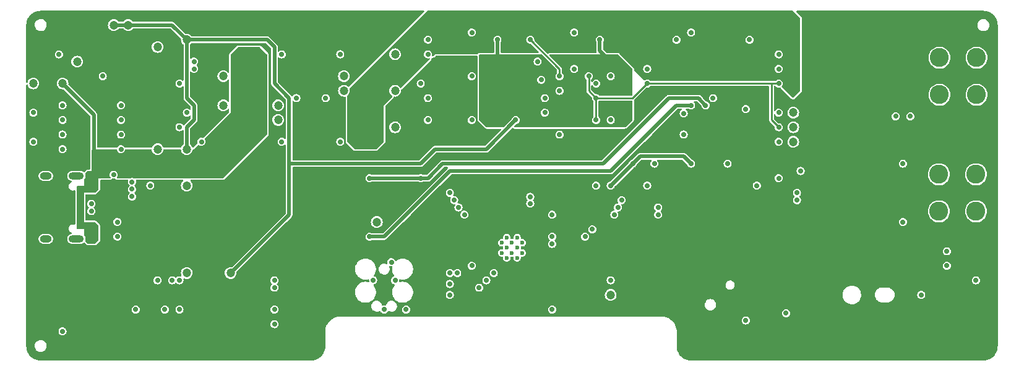
<source format=gbr>
G04 #@! TF.GenerationSoftware,KiCad,Pcbnew,7.0.2*
G04 #@! TF.CreationDate,2024-01-03T16:57:31-08:00*
G04 #@! TF.ProjectId,UsbSourceMeasure,55736253-6f75-4726-9365-4d6561737572,rev?*
G04 #@! TF.SameCoordinates,PX8f0d180PY7270e00*
G04 #@! TF.FileFunction,Copper,L3,Inr*
G04 #@! TF.FilePolarity,Positive*
%FSLAX46Y46*%
G04 Gerber Fmt 4.6, Leading zero omitted, Abs format (unit mm)*
G04 Created by KiCad (PCBNEW 7.0.2) date 2024-01-03 16:57:31*
%MOMM*%
%LPD*%
G01*
G04 APERTURE LIST*
G04 #@! TA.AperFunction,ComponentPad*
%ADD10O,2.100000X1.000000*%
G04 #@! TD*
G04 #@! TA.AperFunction,ComponentPad*
%ADD11O,1.600000X1.000000*%
G04 #@! TD*
G04 #@! TA.AperFunction,ComponentPad*
%ADD12C,2.600000*%
G04 #@! TD*
G04 #@! TA.AperFunction,HeatsinkPad*
%ADD13C,0.600000*%
G04 #@! TD*
G04 #@! TA.AperFunction,ViaPad*
%ADD14C,0.700000*%
G04 #@! TD*
G04 #@! TA.AperFunction,ViaPad*
%ADD15C,1.200000*%
G04 #@! TD*
G04 #@! TA.AperFunction,ViaPad*
%ADD16C,0.900000*%
G04 #@! TD*
G04 #@! TA.AperFunction,Conductor*
%ADD17C,0.500000*%
G04 #@! TD*
G04 #@! TA.AperFunction,Conductor*
%ADD18C,0.250000*%
G04 #@! TD*
G04 APERTURE END LIST*
D10*
X-58109500Y10320000D03*
D11*
X-62289500Y10320000D03*
D10*
X-58109500Y1680000D03*
D11*
X-62289500Y1680000D03*
D12*
X65080000Y21460000D03*
X65080000Y26540000D03*
X60000000Y21460000D03*
X60000000Y26540000D03*
D13*
X2900000Y-240000D03*
X2900000Y1160000D03*
X2200000Y-940000D03*
X2200000Y460000D03*
X2200000Y1860000D03*
X1500000Y-240000D03*
X1500000Y1160000D03*
X800000Y-940000D03*
X800000Y460000D03*
X800000Y1860000D03*
X100000Y-240000D03*
X100000Y1160000D03*
D12*
X65000000Y5460000D03*
X65000000Y10540000D03*
X59920000Y5460000D03*
X59920000Y10540000D03*
D14*
X56000000Y18500000D03*
X54000000Y18500000D03*
X57000000Y17000000D03*
D15*
X-21500000Y22000000D03*
D14*
X-64000000Y15000000D03*
D15*
X15000000Y-6000000D03*
D14*
X-4000000Y24000000D03*
X15000000Y18000000D03*
D15*
X-43000000Y9000000D03*
X-47000000Y14000000D03*
D14*
X-16000000Y-8000000D03*
X-64000000Y19000000D03*
X39000000Y-8500000D03*
X-52000000Y14000000D03*
D15*
X-30500000Y20000000D03*
X-14500000Y22000000D03*
X-14500000Y27000000D03*
D14*
X-50000000Y-8000000D03*
X57500000Y-6000000D03*
X-4000000Y30000000D03*
D15*
X-38000000Y20000000D03*
D14*
X-52000000Y16000000D03*
D15*
X-30500000Y18000000D03*
D14*
X10000000Y30000000D03*
X-31000000Y-10000000D03*
X-52000000Y18000000D03*
X31000000Y12000000D03*
X-4000000Y18000000D03*
X38000000Y10000000D03*
X26000000Y30000000D03*
X-46000000Y-8000000D03*
D15*
X-21500000Y24000000D03*
X-17000000Y4000000D03*
D14*
X-53000000Y10500000D03*
D15*
X-38000000Y24000000D03*
D14*
X21000000Y12000000D03*
X-52000000Y20000000D03*
X20000000Y9000000D03*
X13000000Y9000000D03*
X5500000Y23500000D03*
X-44000000Y-8000000D03*
X33500000Y-9500000D03*
D15*
X40000000Y17000000D03*
D14*
X-60000000Y-11000000D03*
D15*
X-14500000Y17000000D03*
X40000000Y15000000D03*
D14*
X29000000Y21000000D03*
X-31000000Y-8000000D03*
D15*
X-64000000Y23000000D03*
D14*
X15000000Y-4000000D03*
D15*
X40000000Y19000000D03*
D14*
X15000000Y24000000D03*
X35000000Y9000000D03*
D15*
X-58000000Y26000000D03*
X-47000000Y28000000D03*
X-43000000Y-3000000D03*
D14*
X6000000Y19000000D03*
D16*
X-56062500Y8500000D03*
X-56062500Y3500000D03*
X-56062500Y2000000D03*
D15*
X-34500000Y26000000D03*
X-60000000Y23000000D03*
X-34500000Y21000000D03*
D16*
X-56062500Y10000000D03*
D15*
X-34500000Y22500000D03*
D14*
X-17000000Y-1500000D03*
X61000000Y-3000000D03*
D15*
X10990000Y-5990000D03*
D14*
X37000000Y9000000D03*
X-50000000Y-9000000D03*
X-48000000Y-9000000D03*
X15000000Y9000000D03*
D15*
X21000000Y-6000000D03*
D14*
X-49000000Y6000000D03*
D15*
X-37000000Y9000000D03*
D14*
X-21000000Y-6000000D03*
D15*
X-17000000Y8000000D03*
D14*
X-17000000Y31000000D03*
X13500000Y29000000D03*
X17000000Y18000000D03*
X-500000Y29000000D03*
X17000000Y24000000D03*
X26000000Y12000000D03*
D15*
X9000000Y19000000D03*
D14*
X6500000Y23500000D03*
X18037048Y12000000D03*
X-2000000Y18000000D03*
X-2000000Y24000000D03*
X38000000Y23000000D03*
X13000000Y21000000D03*
X8000000Y24000000D03*
X4000000Y29000000D03*
X12000000Y24000000D03*
X20000000Y23000000D03*
X13000000Y18000000D03*
X38000000Y17000000D03*
X38000000Y25000000D03*
X55000000Y12000000D03*
X20000000Y25000000D03*
X38000000Y27000000D03*
X38000000Y19000000D03*
X55000000Y4000000D03*
D15*
X-37000000Y-3000000D03*
X-43000000Y14000000D03*
X-43000000Y29000000D03*
D14*
X2000000Y18000000D03*
D15*
X-53000000Y31000000D03*
X-51000000Y31000000D03*
D14*
X25000000Y18905000D03*
X38000000Y15000000D03*
X-54500000Y24000000D03*
X-60500000Y27000000D03*
X-10000000Y21000000D03*
X34000000Y29000000D03*
X21500000Y6000000D03*
X21500000Y5000000D03*
X-10000000Y27000000D03*
X24000000Y29000000D03*
X7000000Y-8000000D03*
X-13000000Y-8000000D03*
X40500000Y7000000D03*
X-31000000Y-5000000D03*
X11500000Y2000000D03*
X7000000Y1000000D03*
X-50500000Y8500000D03*
X-45000000Y-4000000D03*
X61000000Y-2000000D03*
X-2000000Y-4000000D03*
X61000000Y0D03*
X-1000000Y-3000000D03*
X65000000Y-4000000D03*
X-3000000Y-5000000D03*
X-30000000Y15000000D03*
X-44000000Y17000000D03*
X-43000000Y19000000D03*
X-30000000Y27000000D03*
X-22000000Y27000000D03*
X-44000000Y23000000D03*
X-42000000Y25000000D03*
X-22000000Y15000000D03*
X6000000Y21000000D03*
X10000000Y25000000D03*
X-11000000Y23000000D03*
X16000000Y6000000D03*
X-10000000Y18000000D03*
X16500000Y7000000D03*
X15500000Y5000000D03*
X-10000000Y29000000D03*
X-50500000Y7500000D03*
X-7000000Y-6000000D03*
X41000000Y11000000D03*
X7000000Y5000000D03*
X7000000Y2000000D03*
X12500000Y3000000D03*
X-31000000Y-4000000D03*
X-48000000Y9000000D03*
X-50500000Y9500000D03*
X-44000000Y-4000000D03*
X40500000Y8000000D03*
X8000000Y16000000D03*
X8000000Y22000000D03*
X-6000000Y-3000000D03*
X-15000000Y-1500000D03*
X-14500000Y-4000000D03*
X-7000000Y-3000000D03*
X-17500000Y-4000000D03*
X-7000000Y-4500000D03*
D15*
X-17500000Y18500000D03*
X40000000Y23000000D03*
X-17500000Y20000000D03*
X-17500000Y15000000D03*
X-19500000Y15000000D03*
X40000000Y25000000D03*
D14*
X27950000Y30000000D03*
D15*
X40000000Y27000000D03*
D14*
X-42000000Y26000000D03*
X-24000000Y21000000D03*
X-41000000Y15000000D03*
X-28000000Y21000000D03*
X5000000Y26000000D03*
X33500000Y19500000D03*
X25000000Y16000000D03*
X13000000Y23000000D03*
X-47000000Y-4000000D03*
X-4000000Y-2000000D03*
X-52500000Y2000000D03*
X-56062500Y5500000D03*
X4000000Y7450000D03*
X-56062500Y6500000D03*
X-52500000Y4000000D03*
X4000000Y6550000D03*
X-5821000Y6000000D03*
X-60000000Y16000000D03*
X-60000000Y18000000D03*
X-6410500Y7000000D03*
X-7000000Y8000000D03*
X-60000000Y20000000D03*
X-5000000Y5000000D03*
X-60000000Y14000000D03*
X28000000Y20000000D03*
X-18000000Y10000000D03*
X-11000000Y10000000D03*
X26000000Y20000000D03*
X-18000000Y2000000D03*
D17*
X25000000Y13000000D02*
X26000000Y12000000D01*
X19037048Y13000000D02*
X25000000Y13000000D01*
X18037048Y12000000D02*
X19037048Y13000000D01*
X15037048Y9000000D02*
X18037048Y12000000D01*
X15000000Y9000000D02*
X15037048Y9000000D01*
X-55722000Y18722000D02*
X-60000000Y23000000D01*
X-55722000Y10000000D02*
X-55722000Y18722000D01*
X-500000Y25500000D02*
X-2000000Y24000000D01*
X13500000Y29000000D02*
X13500000Y27500000D01*
X13500000Y27500000D02*
X17000000Y24000000D01*
X-500000Y29000000D02*
X-500000Y25500000D01*
D18*
X37000000Y18000000D02*
X37000000Y23000000D01*
X13000000Y21000000D02*
X18000000Y21000000D01*
X20000000Y23000000D02*
X37000000Y23000000D01*
X18000000Y21000000D02*
X20000000Y23000000D01*
X4000000Y29000000D02*
X8000000Y25000000D01*
X12000000Y24000000D02*
X12000000Y22000000D01*
X13000000Y21000000D02*
X13000000Y18000000D01*
X12000000Y22000000D02*
X13000000Y21000000D01*
X37000000Y23000000D02*
X38000000Y23000000D01*
X37000000Y18000000D02*
X38000000Y17000000D01*
X8000000Y25000000D02*
X8000000Y24000000D01*
D17*
X-29000000Y21000000D02*
X-29000000Y10000000D01*
X-43000000Y29000000D02*
X-43000000Y21000000D01*
X-2000000Y14000000D02*
X-9000000Y14000000D01*
X-29000000Y5000000D02*
X-37000000Y-3000000D01*
X-11000000Y12000000D02*
X-29000000Y12000000D01*
X-43000000Y29000000D02*
X-32000000Y29000000D01*
X2000000Y18000000D02*
X-2000000Y14000000D01*
X-9000000Y14000000D02*
X-11000000Y12000000D01*
X-31000000Y23000000D02*
X-29000000Y21000000D01*
X-42000000Y18000000D02*
X-43000000Y17000000D01*
X-45000000Y31000000D02*
X-43000000Y29000000D01*
X-53000000Y31000000D02*
X-45000000Y31000000D01*
X-31000000Y28000000D02*
X-31000000Y23000000D01*
X-29000000Y12000000D02*
X-29000000Y10000000D01*
X-29000000Y10000000D02*
X-29000000Y5000000D01*
X-43000000Y21000000D02*
X-42000000Y20000000D01*
X-42000000Y20000000D02*
X-42000000Y18000000D01*
X-43000000Y17000000D02*
X-43000000Y14000000D01*
X-32000000Y29000000D02*
X-31000000Y28000000D01*
X23000000Y21000000D02*
X14000000Y12000000D01*
X-8000000Y12000000D02*
X-10000000Y10000000D01*
X14000000Y12000000D02*
X-8000000Y12000000D01*
X27000000Y21000000D02*
X23000000Y21000000D01*
X-10000000Y10000000D02*
X-18000000Y10000000D01*
X28000000Y20000000D02*
X27000000Y21000000D01*
X15000000Y11000000D02*
X-7000000Y11000000D01*
X24000000Y20000000D02*
X15000000Y11000000D01*
X-16000000Y2000000D02*
X-18000000Y2000000D01*
X26000000Y20000000D02*
X24000000Y20000000D01*
X-7000000Y11000000D02*
X-16000000Y2000000D01*
G04 #@! TA.AperFunction,Conductor*
G36*
X-56000000Y10000000D02*
G01*
X-55062500Y10000000D01*
X-55062500Y9999999D01*
X-55062500Y8541008D01*
X-55081407Y8482817D01*
X-55091496Y8471004D01*
X-55533504Y8028996D01*
X-55588021Y8001219D01*
X-55603508Y8000000D01*
X-57062500Y8000000D01*
X-57062500Y4000000D01*
X-55603508Y4000000D01*
X-55545317Y3981093D01*
X-55533504Y3971004D01*
X-55091496Y3528996D01*
X-55063719Y3474479D01*
X-55062500Y3458992D01*
X-55062500Y1541009D01*
X-55081407Y1482818D01*
X-55091496Y1471006D01*
X-55533504Y1028997D01*
X-55588021Y1001219D01*
X-55603508Y1000000D01*
X-56521492Y1000000D01*
X-56579683Y1018907D01*
X-56591496Y1028996D01*
X-56880062Y1317562D01*
X-56907839Y1372079D01*
X-56900627Y1417620D01*
X-56902587Y1418103D01*
X-56859000Y1594943D01*
X-56859000Y1765058D01*
X-56899710Y1930224D01*
X-56899710Y1930225D01*
X-56978766Y2080852D01*
X-56978767Y2080854D01*
X-57037603Y2147267D01*
X-57062038Y2203361D01*
X-57062500Y2212915D01*
X-57062500Y2999999D01*
X-57062500Y3000000D01*
X-57062501Y3000000D01*
X-57930628Y3000000D01*
X-57988819Y3018907D01*
X-58024783Y3068407D01*
X-58027612Y3099197D01*
X-58048813Y3260236D01*
X-58054964Y3275086D01*
X-58062500Y3312972D01*
X-58062500Y8687029D01*
X-58054965Y8724913D01*
X-58048813Y8739764D01*
X-58029034Y8890000D01*
X-58029035Y8890001D01*
X-58027333Y8902922D01*
X-58026061Y8902755D01*
X-58017630Y8948240D01*
X-57973247Y8990357D01*
X-57930628Y9000000D01*
X-57062501Y9000000D01*
X-57062500Y9000000D01*
X-57062500Y9787086D01*
X-57043593Y9845277D01*
X-57037602Y9852735D01*
X-56978767Y9919146D01*
X-56936332Y9999999D01*
X-56899710Y10069775D01*
X-56859000Y10234944D01*
X-56859000Y10405056D01*
X-56899710Y10570225D01*
X-56899711Y10570226D01*
X-56902587Y10581897D01*
X-56900451Y10582424D01*
X-56908019Y10626743D01*
X-56880901Y10681590D01*
X-56880214Y10682287D01*
X-56591496Y10971005D01*
X-56536980Y10998781D01*
X-56521493Y11000000D01*
X-56000001Y11000000D01*
X-56000000Y11000000D01*
X-56000000Y10000000D01*
G37*
G04 #@! TD.AperFunction*
G04 #@! TA.AperFunction,Conductor*
G36*
X-32982817Y27981093D02*
G01*
X-32971004Y27971004D01*
X-32028997Y27028996D01*
X-32001220Y26974479D01*
X-32000001Y26958992D01*
X-32000000Y16041009D01*
X-32018907Y15982818D01*
X-32028996Y15971005D01*
X-37971004Y10028996D01*
X-38025521Y10001219D01*
X-38041008Y10000000D01*
X-50248890Y10000000D01*
X-50286775Y10007536D01*
X-50314788Y10019139D01*
X-50356292Y10036331D01*
X-50500000Y10055250D01*
X-50643709Y10036331D01*
X-50694390Y10015338D01*
X-50713226Y10007536D01*
X-50751110Y10000000D01*
X-52489021Y10000000D01*
X-52547212Y10018907D01*
X-52583176Y10068407D01*
X-52583176Y10129593D01*
X-52567563Y10159267D01*
X-52553448Y10177663D01*
X-52519139Y10222375D01*
X-52463670Y10356291D01*
X-52444750Y10500000D01*
X-52463670Y10643709D01*
X-52519139Y10777625D01*
X-52569068Y10842694D01*
X-52607379Y10892622D01*
X-52672448Y10942550D01*
X-52722375Y10980861D01*
X-52761599Y10997108D01*
X-52856291Y11036331D01*
X-53000000Y11055250D01*
X-53143710Y11036331D01*
X-53277625Y10980861D01*
X-53392622Y10892622D01*
X-53480861Y10777625D01*
X-53536331Y10643710D01*
X-53555250Y10500000D01*
X-53536331Y10356291D01*
X-53497108Y10261599D01*
X-53480861Y10222375D01*
X-53455998Y10189973D01*
X-53432437Y10159267D01*
X-53412013Y10101591D01*
X-53429391Y10042925D01*
X-53477933Y10005678D01*
X-53510979Y10000000D01*
X-56000000Y10000000D01*
X-56000000Y13901001D01*
X-55981093Y13959191D01*
X-55931593Y13995155D01*
X-55901000Y14000000D01*
X-52642071Y14000000D01*
X-52583880Y13981093D01*
X-52547916Y13931593D01*
X-52543918Y13913923D01*
X-52536331Y13856290D01*
X-52493428Y13752713D01*
X-52480861Y13722375D01*
X-52442550Y13672448D01*
X-52392622Y13607379D01*
X-52342694Y13569068D01*
X-52277625Y13519139D01*
X-52182933Y13479917D01*
X-52143710Y13463670D01*
X-52126992Y13461469D01*
X-52000000Y13444750D01*
X-51856291Y13463670D01*
X-51722375Y13519139D01*
X-51607379Y13607379D01*
X-51519139Y13722375D01*
X-51463670Y13856291D01*
X-51456082Y13913923D01*
X-51429741Y13969148D01*
X-51375970Y13998342D01*
X-51357929Y14000000D01*
X-47894037Y14000000D01*
X-47835846Y13981093D01*
X-47799882Y13931593D01*
X-47795660Y13912088D01*
X-47790515Y13866418D01*
X-47785368Y13820742D01*
X-47750947Y13722375D01*
X-47725789Y13650478D01*
X-47629816Y13497738D01*
X-47502262Y13370184D01*
X-47349522Y13274211D01*
X-47241149Y13236290D01*
X-47179259Y13214633D01*
X-47179258Y13214633D01*
X-47179255Y13214632D01*
X-47000000Y13194435D01*
X-46820745Y13214632D01*
X-46650478Y13274211D01*
X-46497738Y13370184D01*
X-46370184Y13497738D01*
X-46274211Y13650478D01*
X-46214632Y13820745D01*
X-46204341Y13912085D01*
X-46179037Y13967792D01*
X-46125822Y13997988D01*
X-46105963Y14000000D01*
X-43894037Y14000000D01*
X-43835846Y13981093D01*
X-43799882Y13931593D01*
X-43795660Y13912088D01*
X-43790515Y13866418D01*
X-43785368Y13820742D01*
X-43750947Y13722375D01*
X-43725789Y13650478D01*
X-43629816Y13497738D01*
X-43502262Y13370184D01*
X-43349522Y13274211D01*
X-43241149Y13236290D01*
X-43179259Y13214633D01*
X-43179258Y13214633D01*
X-43179255Y13214632D01*
X-43000000Y13194435D01*
X-42820745Y13214632D01*
X-42650478Y13274211D01*
X-42497738Y13370184D01*
X-42370184Y13497738D01*
X-42274211Y13650478D01*
X-42214632Y13820745D01*
X-42204341Y13912085D01*
X-42179037Y13967792D01*
X-42125822Y13997988D01*
X-42105963Y14000000D01*
X-42000001Y14000000D01*
X-42000000Y14000000D01*
X-41454010Y14545991D01*
X-41399497Y14573765D01*
X-41339065Y14564194D01*
X-41323743Y14554526D01*
X-41300029Y14536330D01*
X-41277625Y14519139D01*
X-41199179Y14486647D01*
X-41143710Y14463670D01*
X-41126992Y14461469D01*
X-41000000Y14444750D01*
X-40856291Y14463670D01*
X-40722375Y14519139D01*
X-40607379Y14607379D01*
X-40519139Y14722375D01*
X-40463670Y14856291D01*
X-40444750Y15000000D01*
X-40463670Y15143709D01*
X-40519139Y15277625D01*
X-40527329Y15288298D01*
X-40554526Y15323743D01*
X-40574950Y15381419D01*
X-40557572Y15440085D01*
X-40545998Y15454003D01*
X-37000000Y19000000D01*
X-37000000Y26958993D01*
X-36981093Y27017184D01*
X-36971010Y27028991D01*
X-36028996Y27971004D01*
X-35974479Y27998781D01*
X-35958992Y28000000D01*
X-33041008Y28000000D01*
X-32982817Y27981093D01*
G37*
G04 #@! TD.AperFunction*
G04 #@! TA.AperFunction,Conductor*
G36*
X-10544938Y32955593D02*
G01*
X-10508974Y32906093D01*
X-10508974Y32844907D01*
X-10533125Y32805496D01*
X-16338620Y27000001D01*
X-20783268Y22555354D01*
X-20837785Y22527577D01*
X-20898217Y22537148D01*
X-20923275Y22555354D01*
X-20997737Y22629815D01*
X-20997737Y22629816D01*
X-20997738Y22629816D01*
X-21150478Y22725789D01*
X-21167951Y22731903D01*
X-21320742Y22785368D01*
X-21500000Y22805565D01*
X-21679259Y22785368D01*
X-21849520Y22725790D01*
X-21849522Y22725790D01*
X-21849522Y22725789D01*
X-21908555Y22688696D01*
X-22002261Y22629817D01*
X-22129817Y22502261D01*
X-22225790Y22349520D01*
X-22285368Y22179259D01*
X-22305565Y22000000D01*
X-22285368Y21820742D01*
X-22245854Y21707820D01*
X-22225789Y21650478D01*
X-22129816Y21497738D01*
X-22002262Y21370184D01*
X-21849522Y21274211D01*
X-21758008Y21242189D01*
X-21679259Y21214633D01*
X-21679258Y21214633D01*
X-21679255Y21214632D01*
X-21500000Y21194435D01*
X-21363582Y21209806D01*
X-21303643Y21197532D01*
X-21262363Y21152370D01*
X-21253500Y21111428D01*
X-21253500Y15057759D01*
X-21261851Y15032059D01*
X-21260110Y15030407D01*
X-21251830Y15010041D01*
X-21229885Y14932228D01*
X-21202107Y14877710D01*
X-21164319Y14825700D01*
X-21164317Y14825698D01*
X-21164314Y14825694D01*
X-20688143Y14349523D01*
X-20222306Y13883686D01*
X-20220910Y13882370D01*
X-20210456Y13872731D01*
X-20208987Y13871452D01*
X-20198680Y13862663D01*
X-20198644Y13862643D01*
X-20198643Y13862642D01*
X-20128686Y13823464D01*
X-20128685Y13823464D01*
X-20070491Y13804556D01*
X-20006995Y13794500D01*
X-20006992Y13794500D01*
X-17089008Y13794500D01*
X-17087053Y13794557D01*
X-17072883Y13795134D01*
X-17070949Y13795267D01*
X-17057434Y13796342D01*
X-17018751Y13807252D01*
X-16980228Y13818116D01*
X-16925711Y13845893D01*
X-16873693Y13883686D01*
X-15931686Y14825694D01*
X-15931680Y14825700D01*
X-15930366Y14827095D01*
X-15920732Y14837544D01*
X-15919457Y14839008D01*
X-15910664Y14849321D01*
X-15910646Y14849355D01*
X-15910643Y14849357D01*
X-15871465Y14919315D01*
X-15852558Y14977506D01*
X-15849615Y14996089D01*
X-15842501Y15041005D01*
X-15842501Y17000000D01*
X-15305565Y17000000D01*
X-15285368Y16820742D01*
X-15250947Y16722375D01*
X-15225789Y16650478D01*
X-15129816Y16497738D01*
X-15002262Y16370184D01*
X-14849522Y16274211D01*
X-14741149Y16236290D01*
X-14679259Y16214633D01*
X-14679258Y16214633D01*
X-14679255Y16214632D01*
X-14500000Y16194435D01*
X-14320745Y16214632D01*
X-14150478Y16274211D01*
X-13997738Y16370184D01*
X-13870184Y16497738D01*
X-13774211Y16650478D01*
X-13714632Y16820745D01*
X-13694435Y17000000D01*
X-13714632Y17179255D01*
X-13719944Y17194435D01*
X-13749053Y17277625D01*
X-13774211Y17349522D01*
X-13870184Y17502262D01*
X-13997738Y17629816D01*
X-14150478Y17725789D01*
X-14158185Y17728486D01*
X-14320742Y17785368D01*
X-14471262Y17802327D01*
X-14500000Y17805565D01*
X-14500001Y17805565D01*
X-14679259Y17785368D01*
X-14849520Y17725790D01*
X-14849522Y17725790D01*
X-14849522Y17725789D01*
X-14854955Y17722375D01*
X-15002261Y17629817D01*
X-15129817Y17502261D01*
X-15225790Y17349520D01*
X-15285368Y17179259D01*
X-15305565Y17000000D01*
X-15842501Y17000000D01*
X-15842501Y18000000D01*
X-10555250Y18000000D01*
X-10536331Y17856291D01*
X-10515319Y17805565D01*
X-10480861Y17722375D01*
X-10442550Y17672448D01*
X-10392622Y17607379D01*
X-10355284Y17578729D01*
X-10277625Y17519139D01*
X-10185212Y17480861D01*
X-10143710Y17463670D01*
X-10126992Y17461469D01*
X-10000000Y17444750D01*
X-9856291Y17463670D01*
X-9722375Y17519139D01*
X-9607379Y17607379D01*
X-9519139Y17722375D01*
X-9463670Y17856291D01*
X-9444750Y18000000D01*
X-4555250Y18000000D01*
X-4536331Y17856291D01*
X-4515319Y17805565D01*
X-4480861Y17722375D01*
X-4442550Y17672448D01*
X-4392622Y17607379D01*
X-4355284Y17578729D01*
X-4277625Y17519139D01*
X-4185212Y17480861D01*
X-4143710Y17463670D01*
X-4126992Y17461469D01*
X-4000000Y17444750D01*
X-3856291Y17463670D01*
X-3722375Y17519139D01*
X-3607379Y17607379D01*
X-3519139Y17722375D01*
X-3463670Y17856291D01*
X-3444750Y18000000D01*
X-3461469Y18126992D01*
X-3463670Y18143710D01*
X-3484681Y18194435D01*
X-3519139Y18277625D01*
X-3574483Y18349750D01*
X-3607379Y18392622D01*
X-3672448Y18442550D01*
X-3722375Y18480861D01*
X-3792424Y18509876D01*
X-3856291Y18536331D01*
X-4000000Y18555250D01*
X-4143710Y18536331D01*
X-4277625Y18480861D01*
X-4392622Y18392622D01*
X-4480861Y18277625D01*
X-4536331Y18143710D01*
X-4555250Y18000000D01*
X-9444750Y18000000D01*
X-9461469Y18126992D01*
X-9463670Y18143710D01*
X-9484681Y18194435D01*
X-9519139Y18277625D01*
X-9574483Y18349750D01*
X-9607379Y18392622D01*
X-9672448Y18442550D01*
X-9722375Y18480861D01*
X-9792424Y18509876D01*
X-9856291Y18536331D01*
X-10000000Y18555250D01*
X-10143710Y18536331D01*
X-10277625Y18480861D01*
X-10392622Y18392622D01*
X-10480861Y18277625D01*
X-10536331Y18143710D01*
X-10555250Y18000000D01*
X-15842501Y18000000D01*
X-15842501Y19873873D01*
X-15823594Y19932064D01*
X-15813511Y19943871D01*
X-14757382Y21000000D01*
X-10555250Y21000000D01*
X-10536331Y20856291D01*
X-10507992Y20787876D01*
X-10480861Y20722375D01*
X-10442550Y20672448D01*
X-10392622Y20607379D01*
X-10353604Y20577440D01*
X-10277625Y20519139D01*
X-10189000Y20482430D01*
X-10143710Y20463670D01*
X-10126992Y20461469D01*
X-10000000Y20444750D01*
X-9856291Y20463670D01*
X-9722375Y20519139D01*
X-9607379Y20607379D01*
X-9519139Y20722375D01*
X-9463670Y20856291D01*
X-9444750Y21000000D01*
X-9461469Y21126992D01*
X-9463670Y21143710D01*
X-9484681Y21194435D01*
X-9519139Y21277625D01*
X-9588088Y21367481D01*
X-9607379Y21392622D01*
X-9683619Y21451122D01*
X-9722375Y21480861D01*
X-9763125Y21497740D01*
X-9856291Y21536331D01*
X-10000000Y21555250D01*
X-10143710Y21536331D01*
X-10277625Y21480861D01*
X-10392622Y21392622D01*
X-10480861Y21277625D01*
X-10536331Y21143710D01*
X-10555250Y21000000D01*
X-14757382Y21000000D01*
X-14745485Y21011897D01*
X-14712064Y21055792D01*
X-14686069Y21101605D01*
X-14674074Y21126511D01*
X-14674074Y21126512D01*
X-14667763Y21139615D01*
X-14665359Y21138457D01*
X-14647491Y21173534D01*
X-14592978Y21201318D01*
X-14566394Y21201916D01*
X-14500000Y21194435D01*
X-14320745Y21214632D01*
X-14150478Y21274211D01*
X-13997738Y21370184D01*
X-13870184Y21497738D01*
X-13774211Y21650478D01*
X-13714632Y21820745D01*
X-13694435Y22000000D01*
X-13702365Y22070378D01*
X-13690093Y22130318D01*
X-13644931Y22171598D01*
X-13628183Y22177459D01*
X-13618430Y22179916D01*
X-13591015Y22193884D01*
X-13563914Y22207692D01*
X-13511902Y22245482D01*
X-13511896Y22245486D01*
X-12757382Y23000000D01*
X-11555250Y23000000D01*
X-11554172Y22991811D01*
X-11536331Y22856291D01*
X-11506953Y22785368D01*
X-11480861Y22722375D01*
X-11444125Y22674500D01*
X-11392622Y22607379D01*
X-11351076Y22575500D01*
X-11277625Y22519139D01*
X-11186267Y22481298D01*
X-11143710Y22463670D01*
X-11124790Y22461180D01*
X-11000000Y22444750D01*
X-10856291Y22463670D01*
X-10722375Y22519139D01*
X-10607379Y22607379D01*
X-10519139Y22722375D01*
X-10463670Y22856291D01*
X-10444750Y23000000D01*
X-10463670Y23143709D01*
X-10469283Y23157259D01*
X-10484681Y23194435D01*
X-10519139Y23277625D01*
X-10590162Y23370184D01*
X-10607379Y23392622D01*
X-10672448Y23442550D01*
X-10722375Y23480861D01*
X-10774042Y23502262D01*
X-10856291Y23536331D01*
X-10983283Y23553049D01*
X-11000000Y23555250D01*
X-11000001Y23555250D01*
X-11143710Y23536331D01*
X-11277625Y23480861D01*
X-11392622Y23392622D01*
X-11480861Y23277625D01*
X-11536331Y23143710D01*
X-11552646Y23019781D01*
X-11555250Y23000000D01*
X-12757382Y23000000D01*
X-11757381Y24000000D01*
X-4555250Y24000000D01*
X-4536331Y23856291D01*
X-4515319Y23805565D01*
X-4480861Y23722375D01*
X-4442550Y23672448D01*
X-4392622Y23607379D01*
X-4342694Y23569068D01*
X-4277625Y23519139D01*
X-4185212Y23480861D01*
X-4143710Y23463670D01*
X-4126992Y23461469D01*
X-4000000Y23444750D01*
X-3856291Y23463670D01*
X-3722375Y23519139D01*
X-3607379Y23607379D01*
X-3519139Y23722375D01*
X-3463670Y23856291D01*
X-3444750Y24000000D01*
X-3463670Y24143709D01*
X-3519139Y24277625D01*
X-3574308Y24349522D01*
X-3607379Y24392622D01*
X-3672448Y24442550D01*
X-3722375Y24480861D01*
X-3784469Y24506581D01*
X-3856291Y24536331D01*
X-4000000Y24555250D01*
X-4143710Y24536331D01*
X-4277625Y24480861D01*
X-4392622Y24392622D01*
X-4480861Y24277625D01*
X-4536331Y24143710D01*
X-4555250Y24000000D01*
X-11757381Y24000000D01*
X-9598647Y26158733D01*
X-9582569Y26176826D01*
X-9568161Y26195104D01*
X-9529727Y26274350D01*
X-9515444Y26333845D01*
X-9510089Y26370299D01*
X-9515248Y26400657D01*
X-9506358Y26461191D01*
X-9463584Y26504941D01*
X-9403264Y26515192D01*
X-9402157Y26515023D01*
X-9392909Y26513558D01*
X-9392903Y26513558D01*
X-9390710Y26513210D01*
X-9353951Y26510732D01*
X-9265267Y26533078D01*
X-9210751Y26560855D01*
X-9158735Y26598646D01*
X-8991877Y26765504D01*
X-8937360Y26793281D01*
X-8921873Y26794500D01*
X-3304500Y26794500D01*
X-3246309Y26775593D01*
X-3210345Y26726093D01*
X-3205500Y26695500D01*
X-3205500Y18041008D01*
X-3205443Y18039053D01*
X-3204866Y18024883D01*
X-3204733Y18022949D01*
X-3203659Y18009434D01*
X-3181885Y17932229D01*
X-3154107Y17877710D01*
X-3116319Y17825700D01*
X-3116317Y17825698D01*
X-3116314Y17825694D01*
X-2640142Y17349522D01*
X-2174306Y16883686D01*
X-2172910Y16882370D01*
X-2162456Y16872731D01*
X-2160987Y16871452D01*
X-2150680Y16862663D01*
X-2080685Y16823464D01*
X-2022491Y16804556D01*
X-1958995Y16794500D01*
X-1958992Y16794500D01*
X-81611Y16794500D01*
X-23420Y16775593D01*
X12544Y16726093D01*
X12544Y16664907D01*
X-11607Y16625496D01*
X-2157607Y14479496D01*
X-2212124Y14451719D01*
X-2227611Y14450500D01*
X-8969136Y14450500D01*
X-8980219Y14451122D01*
X-9017038Y14455271D01*
X-9073664Y14444557D01*
X-9077310Y14443937D01*
X-9137707Y14434833D01*
X-9147420Y14431637D01*
X-9201417Y14403098D01*
X-9204721Y14401430D01*
X-9259753Y14374928D01*
X-9268098Y14369007D01*
X-9311268Y14325837D01*
X-9313931Y14323271D01*
X-9358730Y14281702D01*
X-9369705Y14267400D01*
X-11157607Y12479496D01*
X-11212124Y12451719D01*
X-11227611Y12450500D01*
X-28450500Y12450500D01*
X-28508691Y12469407D01*
X-28544655Y12518907D01*
X-28549500Y12549500D01*
X-28549500Y15000000D01*
X-22555250Y15000000D01*
X-22536331Y14856291D01*
X-22515319Y14805565D01*
X-22480861Y14722375D01*
X-22457018Y14691303D01*
X-22392622Y14607379D01*
X-22342694Y14569068D01*
X-22277625Y14519139D01*
X-22185212Y14480861D01*
X-22143710Y14463670D01*
X-22126992Y14461469D01*
X-22000000Y14444750D01*
X-21856291Y14463670D01*
X-21722375Y14519139D01*
X-21607379Y14607379D01*
X-21519139Y14722375D01*
X-21463670Y14856291D01*
X-21445265Y14996093D01*
X-21437610Y15012143D01*
X-21450653Y15044837D01*
X-21463670Y15143710D01*
X-21479917Y15182933D01*
X-21519139Y15277625D01*
X-21574308Y15349522D01*
X-21607379Y15392622D01*
X-21672448Y15442550D01*
X-21722375Y15480861D01*
X-21774042Y15502262D01*
X-21856291Y15536331D01*
X-22000000Y15555250D01*
X-22143710Y15536331D01*
X-22277625Y15480861D01*
X-22392622Y15392622D01*
X-22480861Y15277625D01*
X-22536331Y15143710D01*
X-22555250Y15000000D01*
X-28549500Y15000000D01*
X-28549500Y20527004D01*
X-28530593Y20585195D01*
X-28481093Y20621159D01*
X-28419907Y20621159D01*
X-28390233Y20605546D01*
X-28277625Y20519139D01*
X-28143710Y20463670D01*
X-28126992Y20461469D01*
X-28000000Y20444750D01*
X-27856291Y20463670D01*
X-27722375Y20519139D01*
X-27607379Y20607379D01*
X-27519139Y20722375D01*
X-27463670Y20856291D01*
X-27444750Y21000000D01*
X-27444750Y21000001D01*
X-24555250Y21000001D01*
X-24536331Y20856291D01*
X-24507992Y20787876D01*
X-24480861Y20722375D01*
X-24442550Y20672448D01*
X-24392622Y20607379D01*
X-24353604Y20577440D01*
X-24277625Y20519139D01*
X-24189000Y20482430D01*
X-24143710Y20463670D01*
X-24126992Y20461469D01*
X-24000000Y20444750D01*
X-23856291Y20463670D01*
X-23722375Y20519139D01*
X-23607379Y20607379D01*
X-23519139Y20722375D01*
X-23463670Y20856291D01*
X-23444750Y21000000D01*
X-23461469Y21126992D01*
X-23463670Y21143710D01*
X-23484681Y21194435D01*
X-23519139Y21277625D01*
X-23588088Y21367481D01*
X-23607379Y21392622D01*
X-23683619Y21451122D01*
X-23722375Y21480861D01*
X-23763125Y21497740D01*
X-23856291Y21536331D01*
X-24000000Y21555250D01*
X-24143710Y21536331D01*
X-24277625Y21480861D01*
X-24392622Y21392622D01*
X-24480861Y21277625D01*
X-24536331Y21143710D01*
X-24555250Y21000001D01*
X-27444750Y21000001D01*
X-27461406Y21126511D01*
X-27463670Y21143710D01*
X-27484681Y21194435D01*
X-27519139Y21277625D01*
X-27588088Y21367481D01*
X-27607379Y21392622D01*
X-27683619Y21451122D01*
X-27722375Y21480861D01*
X-27763125Y21497740D01*
X-27856291Y21536331D01*
X-28000000Y21555250D01*
X-28143710Y21536331D01*
X-28277625Y21480861D01*
X-28392622Y21392622D01*
X-28481460Y21276845D01*
X-28531884Y21242189D01*
X-28593049Y21243790D01*
X-28630006Y21267109D01*
X-28674189Y21311293D01*
X-28676758Y21313960D01*
X-28718294Y21358727D01*
X-28732604Y21369707D01*
X-29608383Y22245486D01*
X-30520507Y23157610D01*
X-30548282Y23212124D01*
X-30549500Y23227599D01*
X-30549500Y24000000D01*
X-22305565Y24000000D01*
X-22285368Y23820742D01*
X-22250947Y23722375D01*
X-22225789Y23650478D01*
X-22129816Y23497738D01*
X-22002262Y23370184D01*
X-21849522Y23274211D01*
X-21747397Y23238476D01*
X-21679259Y23214633D01*
X-21679258Y23214633D01*
X-21679255Y23214632D01*
X-21500000Y23194435D01*
X-21320745Y23214632D01*
X-21150478Y23274211D01*
X-20997738Y23370184D01*
X-20870184Y23497738D01*
X-20774211Y23650478D01*
X-20714632Y23820745D01*
X-20694435Y24000000D01*
X-20714632Y24179255D01*
X-20774211Y24349522D01*
X-20870184Y24502262D01*
X-20997738Y24629816D01*
X-21150478Y24725789D01*
X-21158185Y24728486D01*
X-21320742Y24785368D01*
X-21500000Y24805565D01*
X-21679259Y24785368D01*
X-21849520Y24725790D01*
X-21849522Y24725790D01*
X-21849522Y24725789D01*
X-21854955Y24722375D01*
X-22002261Y24629817D01*
X-22129817Y24502261D01*
X-22225790Y24349520D01*
X-22285368Y24179259D01*
X-22305565Y24000000D01*
X-30549500Y24000000D01*
X-30549500Y26527005D01*
X-30530593Y26585195D01*
X-30481093Y26621159D01*
X-30419907Y26621159D01*
X-30390233Y26605546D01*
X-30277625Y26519139D01*
X-30143710Y26463670D01*
X-30126992Y26461469D01*
X-30000000Y26444750D01*
X-29856291Y26463670D01*
X-29722375Y26519139D01*
X-29607379Y26607379D01*
X-29519139Y26722375D01*
X-29463670Y26856291D01*
X-29444750Y27000000D01*
X-29444750Y27000001D01*
X-22555250Y27000001D01*
X-22536331Y26856291D01*
X-22515319Y26805565D01*
X-22480861Y26722375D01*
X-22460239Y26695500D01*
X-22392622Y26607379D01*
X-22357514Y26580440D01*
X-22277625Y26519139D01*
X-22185212Y26480861D01*
X-22143710Y26463670D01*
X-22126992Y26461469D01*
X-22000000Y26444750D01*
X-21856291Y26463670D01*
X-21722375Y26519139D01*
X-21607379Y26607379D01*
X-21519139Y26722375D01*
X-21463670Y26856291D01*
X-21444750Y27000000D01*
X-21447711Y27022495D01*
X-21463670Y27143710D01*
X-21484681Y27194435D01*
X-21519139Y27277625D01*
X-21593114Y27374031D01*
X-21607379Y27392622D01*
X-21672448Y27442550D01*
X-21722375Y27480861D01*
X-21763125Y27497740D01*
X-21856291Y27536331D01*
X-22000000Y27555250D01*
X-22143710Y27536331D01*
X-22277625Y27480861D01*
X-22392622Y27392622D01*
X-22480861Y27277625D01*
X-22536331Y27143710D01*
X-22555250Y27000001D01*
X-29444750Y27000001D01*
X-29447711Y27022495D01*
X-29463670Y27143710D01*
X-29484681Y27194435D01*
X-29519139Y27277625D01*
X-29593114Y27374031D01*
X-29607379Y27392622D01*
X-29672448Y27442550D01*
X-29722375Y27480861D01*
X-29763125Y27497740D01*
X-29856291Y27536331D01*
X-30000000Y27555250D01*
X-30143710Y27536331D01*
X-30277626Y27480861D01*
X-30390233Y27394455D01*
X-30447909Y27374031D01*
X-30506575Y27391409D01*
X-30543822Y27439951D01*
X-30549500Y27472997D01*
X-30549500Y27650481D01*
X-30549500Y27969155D01*
X-30548878Y27980222D01*
X-30544730Y28017034D01*
X-30555447Y28073674D01*
X-30556067Y28077325D01*
X-30565169Y28137717D01*
X-30568360Y28147412D01*
X-30569976Y28150469D01*
X-30569976Y28150471D01*
X-30596919Y28201448D01*
X-30598576Y28204731D01*
X-30625074Y28259754D01*
X-30630994Y28268097D01*
X-30674189Y28311293D01*
X-30676758Y28313960D01*
X-30718294Y28358727D01*
X-30732604Y28369707D01*
X-31659634Y29296737D01*
X-31667032Y29305017D01*
X-31690122Y29333972D01*
X-31737741Y29366438D01*
X-31740759Y29368579D01*
X-31763305Y29385219D01*
X-31787118Y29402793D01*
X-31787120Y29402794D01*
X-31789906Y29404850D01*
X-31799024Y29409453D01*
X-31857404Y29427461D01*
X-31860919Y29428618D01*
X-31918561Y29448787D01*
X-31928647Y29450500D01*
X-31932098Y29450500D01*
X-31989716Y29450500D01*
X-31993418Y29450569D01*
X-32054468Y29452854D01*
X-32072345Y29450500D01*
X-42282945Y29450500D01*
X-42341136Y29469407D01*
X-42366771Y29496830D01*
X-42370184Y29502262D01*
X-42497738Y29629816D01*
X-42650478Y29725789D01*
X-42658185Y29728486D01*
X-42820742Y29785368D01*
X-42928299Y29797487D01*
X-43000000Y29805565D01*
X-43000002Y29805565D01*
X-43104029Y29793845D01*
X-43163971Y29806119D01*
X-43185116Y29822219D01*
X-44659634Y31296737D01*
X-44667032Y31305017D01*
X-44690122Y31333972D01*
X-44737741Y31366438D01*
X-44740759Y31368579D01*
X-44763305Y31385219D01*
X-44787118Y31402793D01*
X-44787120Y31402794D01*
X-44789906Y31404850D01*
X-44799024Y31409453D01*
X-44857404Y31427461D01*
X-44860919Y31428618D01*
X-44918561Y31448787D01*
X-44928647Y31450500D01*
X-44932098Y31450500D01*
X-44989716Y31450500D01*
X-44993418Y31450569D01*
X-45054468Y31452854D01*
X-45072345Y31450500D01*
X-50282945Y31450500D01*
X-50341136Y31469407D01*
X-50366771Y31496830D01*
X-50370184Y31502262D01*
X-50497738Y31629816D01*
X-50650478Y31725789D01*
X-50658185Y31728486D01*
X-50820742Y31785368D01*
X-51000000Y31805565D01*
X-51179259Y31785368D01*
X-51349520Y31725790D01*
X-51502261Y31629817D01*
X-51502263Y31629816D01*
X-51502262Y31629816D01*
X-51629816Y31502262D01*
X-51633230Y31496831D01*
X-51680196Y31457617D01*
X-51717055Y31450500D01*
X-52282945Y31450500D01*
X-52341136Y31469407D01*
X-52366771Y31496830D01*
X-52370184Y31502262D01*
X-52497738Y31629816D01*
X-52650478Y31725789D01*
X-52658185Y31728486D01*
X-52820742Y31785368D01*
X-53000000Y31805565D01*
X-53179259Y31785368D01*
X-53349520Y31725790D01*
X-53502261Y31629817D01*
X-53629817Y31502261D01*
X-53660861Y31452854D01*
X-53714504Y31367481D01*
X-53725790Y31349520D01*
X-53785368Y31179259D01*
X-53805565Y31000000D01*
X-53785368Y30820742D01*
X-53740417Y30692282D01*
X-53725789Y30650478D01*
X-53629816Y30497738D01*
X-53502262Y30370184D01*
X-53349522Y30274211D01*
X-53241149Y30236290D01*
X-53179259Y30214633D01*
X-53179258Y30214633D01*
X-53179255Y30214632D01*
X-53000000Y30194435D01*
X-52820745Y30214632D01*
X-52650478Y30274211D01*
X-52497738Y30370184D01*
X-52370184Y30497738D01*
X-52366771Y30503170D01*
X-52319804Y30542383D01*
X-52282945Y30549500D01*
X-51717055Y30549500D01*
X-51658864Y30530593D01*
X-51633230Y30503171D01*
X-51629816Y30497738D01*
X-51502262Y30370184D01*
X-51349522Y30274211D01*
X-51241149Y30236290D01*
X-51179259Y30214633D01*
X-51179258Y30214633D01*
X-51179255Y30214632D01*
X-51000000Y30194435D01*
X-50820745Y30214632D01*
X-50650478Y30274211D01*
X-50497738Y30370184D01*
X-50370184Y30497738D01*
X-50366771Y30503170D01*
X-50319804Y30542383D01*
X-50282945Y30549500D01*
X-45227612Y30549500D01*
X-45169421Y30530593D01*
X-45157608Y30520504D01*
X-43822219Y29185115D01*
X-43794442Y29130598D01*
X-43793845Y29104028D01*
X-43805565Y29000002D01*
X-43785368Y28820742D01*
X-43728486Y28658185D01*
X-43725789Y28650478D01*
X-43629816Y28497738D01*
X-43502262Y28370184D01*
X-43496831Y28366771D01*
X-43457617Y28319804D01*
X-43450500Y28282945D01*
X-43450501Y23472997D01*
X-43469408Y23414806D01*
X-43518908Y23378842D01*
X-43580094Y23378842D01*
X-43609768Y23394455D01*
X-43668823Y23439769D01*
X-43722375Y23480861D01*
X-43774042Y23502262D01*
X-43856291Y23536331D01*
X-44000000Y23555250D01*
X-44143710Y23536331D01*
X-44277625Y23480861D01*
X-44392622Y23392622D01*
X-44480861Y23277625D01*
X-44536331Y23143710D01*
X-44552646Y23019781D01*
X-44555250Y23000000D01*
X-44554172Y22991811D01*
X-44536331Y22856291D01*
X-44506953Y22785368D01*
X-44480861Y22722375D01*
X-44444125Y22674500D01*
X-44392622Y22607379D01*
X-44351076Y22575500D01*
X-44277625Y22519139D01*
X-44186267Y22481298D01*
X-44143710Y22463670D01*
X-44126992Y22461469D01*
X-44000000Y22444750D01*
X-43856291Y22463670D01*
X-43722375Y22519139D01*
X-43648924Y22575500D01*
X-43609767Y22605546D01*
X-43552091Y22625970D01*
X-43493426Y22608592D01*
X-43456178Y22560051D01*
X-43450500Y22527004D01*
X-43450500Y21030864D01*
X-43451122Y21019781D01*
X-43453350Y21000001D01*
X-43455270Y20982963D01*
X-43444556Y20926336D01*
X-43443936Y20922688D01*
X-43434832Y20862290D01*
X-43431637Y20852580D01*
X-43403095Y20798576D01*
X-43401426Y20795272D01*
X-43374925Y20740243D01*
X-43369007Y20731903D01*
X-43325801Y20688696D01*
X-43323232Y20686029D01*
X-43281701Y20641269D01*
X-43267399Y20630295D01*
X-42479496Y19842393D01*
X-42451719Y19787876D01*
X-42450500Y19772389D01*
X-42450500Y19472997D01*
X-42469407Y19414806D01*
X-42518907Y19378842D01*
X-42580093Y19378842D01*
X-42609767Y19394455D01*
X-42722375Y19480861D01*
X-42856291Y19536331D01*
X-43000000Y19555250D01*
X-43143710Y19536331D01*
X-43277625Y19480861D01*
X-43392622Y19392622D01*
X-43480861Y19277625D01*
X-43536331Y19143710D01*
X-43555250Y19000001D01*
X-43536331Y18856291D01*
X-43511974Y18797489D01*
X-43480861Y18722375D01*
X-43457673Y18692156D01*
X-43392622Y18607379D01*
X-43342694Y18569068D01*
X-43277625Y18519139D01*
X-43185212Y18480861D01*
X-43143710Y18463670D01*
X-43126992Y18461469D01*
X-43000000Y18444750D01*
X-42856291Y18463670D01*
X-42722375Y18519139D01*
X-42659799Y18567157D01*
X-42609767Y18605546D01*
X-42552091Y18625970D01*
X-42493426Y18608592D01*
X-42456178Y18560051D01*
X-42450500Y18527004D01*
X-42450501Y18227612D01*
X-42469409Y18169421D01*
X-42479497Y18157608D01*
X-43296735Y17340370D01*
X-43305011Y17332975D01*
X-43333972Y17309879D01*
X-43355676Y17278046D01*
X-43404079Y17240619D01*
X-43465237Y17238791D01*
X-43515789Y17273260D01*
X-43516013Y17273551D01*
X-43607379Y17392622D01*
X-43672448Y17442550D01*
X-43722375Y17480861D01*
X-43774042Y17502262D01*
X-43856291Y17536331D01*
X-44000000Y17555250D01*
X-44143710Y17536331D01*
X-44277625Y17480861D01*
X-44392622Y17392622D01*
X-44480861Y17277625D01*
X-44536331Y17143710D01*
X-44555250Y17000000D01*
X-44536331Y16856291D01*
X-44510736Y16794500D01*
X-44480861Y16722375D01*
X-44442550Y16672448D01*
X-44392622Y16607379D01*
X-44342694Y16569068D01*
X-44277625Y16519139D01*
X-44185212Y16480861D01*
X-44143710Y16463670D01*
X-44126992Y16461469D01*
X-44000000Y16444750D01*
X-43856291Y16463670D01*
X-43722375Y16519139D01*
X-43659799Y16567157D01*
X-43609767Y16605546D01*
X-43552091Y16625970D01*
X-43493426Y16608592D01*
X-43456178Y16560051D01*
X-43450500Y16527004D01*
X-43450500Y14717056D01*
X-43469407Y14658865D01*
X-43496827Y14633232D01*
X-43502258Y14629820D01*
X-43629817Y14502261D01*
X-43725790Y14349521D01*
X-43755076Y14265827D01*
X-43792142Y14217147D01*
X-43850743Y14199551D01*
X-43864004Y14200744D01*
X-43888594Y14204638D01*
X-43894037Y14205500D01*
X-46105963Y14205500D01*
X-46107197Y14205438D01*
X-46107223Y14205437D01*
X-46125447Y14204516D01*
X-46125480Y14204514D01*
X-46126677Y14204453D01*
X-46127892Y14204330D01*
X-46127904Y14204329D01*
X-46142490Y14202851D01*
X-46202291Y14215797D01*
X-46243061Y14261420D01*
X-46245904Y14268623D01*
X-46274211Y14349522D01*
X-46370184Y14502262D01*
X-46497738Y14629816D01*
X-46650478Y14725789D01*
X-46659926Y14729095D01*
X-46820742Y14785368D01*
X-46955187Y14800516D01*
X-47000000Y14805565D01*
X-47000001Y14805565D01*
X-47179259Y14785368D01*
X-47349520Y14725790D01*
X-47349522Y14725790D01*
X-47349522Y14725789D01*
X-47354955Y14722375D01*
X-47502261Y14629817D01*
X-47629817Y14502261D01*
X-47725790Y14349521D01*
X-47755076Y14265827D01*
X-47792142Y14217147D01*
X-47850743Y14199551D01*
X-47864004Y14200744D01*
X-47888594Y14204638D01*
X-47894037Y14205500D01*
X-51357929Y14205500D01*
X-51359058Y14205449D01*
X-51359070Y14205448D01*
X-51375612Y14204690D01*
X-51375634Y14204689D01*
X-51376736Y14204638D01*
X-51377807Y14204540D01*
X-51377874Y14204535D01*
X-51404809Y14202058D01*
X-51404997Y14204102D01*
X-51453104Y14205048D01*
X-51501886Y14241979D01*
X-51512124Y14260689D01*
X-51519139Y14277625D01*
X-51539761Y14304500D01*
X-51607379Y14392622D01*
X-51675063Y14444557D01*
X-51722375Y14480861D01*
X-51774042Y14502262D01*
X-51856291Y14536331D01*
X-52000000Y14555250D01*
X-52143710Y14536331D01*
X-52277625Y14480861D01*
X-52392622Y14392622D01*
X-52480863Y14277624D01*
X-52488956Y14258084D01*
X-52528693Y14211559D01*
X-52588188Y14197276D01*
X-52595903Y14198189D01*
X-52636628Y14204638D01*
X-52642071Y14205500D01*
X-52642072Y14205500D01*
X-55172500Y14205500D01*
X-55230691Y14224407D01*
X-55266655Y14273907D01*
X-55271500Y14304500D01*
X-55271500Y16000000D01*
X-52555250Y16000000D01*
X-52536331Y15856291D01*
X-52515319Y15805565D01*
X-52480861Y15722375D01*
X-52442550Y15672448D01*
X-52392622Y15607379D01*
X-52363975Y15585398D01*
X-52277625Y15519139D01*
X-52185212Y15480861D01*
X-52143710Y15463670D01*
X-52126992Y15461469D01*
X-52000000Y15444750D01*
X-51856291Y15463670D01*
X-51722375Y15519139D01*
X-51607379Y15607379D01*
X-51519139Y15722375D01*
X-51463670Y15856291D01*
X-51444750Y16000000D01*
X-51463670Y16143709D01*
X-51519139Y16277625D01*
X-51590162Y16370184D01*
X-51607379Y16392622D01*
X-51672448Y16442550D01*
X-51722375Y16480861D01*
X-51763125Y16497740D01*
X-51856291Y16536331D01*
X-52000000Y16555250D01*
X-52143710Y16536331D01*
X-52277625Y16480861D01*
X-52392622Y16392622D01*
X-52480861Y16277625D01*
X-52536331Y16143710D01*
X-52555250Y16000000D01*
X-55271500Y16000000D01*
X-55271500Y18000000D01*
X-52555250Y18000000D01*
X-52536331Y17856291D01*
X-52515319Y17805565D01*
X-52480861Y17722375D01*
X-52442550Y17672448D01*
X-52392622Y17607379D01*
X-52355284Y17578729D01*
X-52277625Y17519139D01*
X-52185212Y17480861D01*
X-52143710Y17463670D01*
X-52126992Y17461469D01*
X-52000000Y17444750D01*
X-51856291Y17463670D01*
X-51722375Y17519139D01*
X-51607379Y17607379D01*
X-51519139Y17722375D01*
X-51463670Y17856291D01*
X-51444750Y18000000D01*
X-51461469Y18126992D01*
X-51463670Y18143710D01*
X-51484681Y18194435D01*
X-51519139Y18277625D01*
X-51574483Y18349750D01*
X-51607379Y18392622D01*
X-51672448Y18442550D01*
X-51722375Y18480861D01*
X-51792424Y18509876D01*
X-51856291Y18536331D01*
X-52000000Y18555250D01*
X-52143710Y18536331D01*
X-52277625Y18480861D01*
X-52392622Y18392622D01*
X-52480861Y18277625D01*
X-52536331Y18143710D01*
X-52555250Y18000000D01*
X-55271500Y18000000D01*
X-55271500Y18691137D01*
X-55270878Y18702220D01*
X-55270712Y18703698D01*
X-55266730Y18739035D01*
X-55277451Y18795696D01*
X-55278067Y18799325D01*
X-55287169Y18859717D01*
X-55290360Y18869412D01*
X-55291976Y18872469D01*
X-55291976Y18872471D01*
X-55318919Y18923448D01*
X-55320576Y18926731D01*
X-55345575Y18978642D01*
X-55345576Y18978643D01*
X-55347074Y18981754D01*
X-55352994Y18990097D01*
X-55396189Y19033293D01*
X-55398758Y19035960D01*
X-55440294Y19080727D01*
X-55454604Y19091707D01*
X-56362897Y20000000D01*
X-52555250Y20000000D01*
X-52536331Y19856291D01*
X-52515319Y19805565D01*
X-52480861Y19722375D01*
X-52442550Y19672448D01*
X-52392622Y19607379D01*
X-52342694Y19569068D01*
X-52277625Y19519139D01*
X-52191697Y19483547D01*
X-52143710Y19463670D01*
X-52126992Y19461469D01*
X-52000000Y19444750D01*
X-51856291Y19463670D01*
X-51722375Y19519139D01*
X-51607379Y19607379D01*
X-51519139Y19722375D01*
X-51463670Y19856291D01*
X-51444750Y20000000D01*
X-51461469Y20126992D01*
X-51463670Y20143710D01*
X-51486790Y20199527D01*
X-51519139Y20277625D01*
X-51589796Y20369707D01*
X-51607379Y20392622D01*
X-51674613Y20444212D01*
X-51722375Y20480861D01*
X-51774042Y20502262D01*
X-51856291Y20536331D01*
X-52000000Y20555250D01*
X-52143710Y20536331D01*
X-52277625Y20480861D01*
X-52392622Y20392622D01*
X-52480861Y20277625D01*
X-52536331Y20143710D01*
X-52555250Y20000000D01*
X-56362897Y20000000D01*
X-59177783Y22814886D01*
X-59205560Y22869403D01*
X-59206156Y22895975D01*
X-59203146Y22922688D01*
X-59194435Y23000000D01*
X-59214632Y23179255D01*
X-59219424Y23192949D01*
X-59236951Y23243040D01*
X-59274211Y23349522D01*
X-59370184Y23502262D01*
X-59497738Y23629816D01*
X-59650478Y23725789D01*
X-59658185Y23728486D01*
X-59820742Y23785368D01*
X-60000000Y23805565D01*
X-60179259Y23785368D01*
X-60349520Y23725790D01*
X-60349522Y23725790D01*
X-60349522Y23725789D01*
X-60354955Y23722375D01*
X-60502261Y23629817D01*
X-60629817Y23502261D01*
X-60725790Y23349520D01*
X-60785368Y23179259D01*
X-60805565Y23000000D01*
X-60785368Y22820742D01*
X-60750947Y22722375D01*
X-60725789Y22650478D01*
X-60629816Y22497738D01*
X-60502262Y22370184D01*
X-60349522Y22274211D01*
X-60267419Y22245482D01*
X-60179259Y22214633D01*
X-60179258Y22214633D01*
X-60179255Y22214632D01*
X-60000000Y22194435D01*
X-59895976Y22206156D01*
X-59836034Y22193884D01*
X-59814887Y22177783D01*
X-56201496Y18564393D01*
X-56173719Y18509876D01*
X-56172500Y18494389D01*
X-56172500Y14050793D01*
X-56177345Y14020201D01*
X-56195442Y13964504D01*
X-56205500Y13901002D01*
X-56205500Y11304500D01*
X-56224407Y11246309D01*
X-56273907Y11210345D01*
X-56304500Y11205500D01*
X-56521493Y11205500D01*
X-56523448Y11205443D01*
X-56537618Y11204866D01*
X-56539552Y11204733D01*
X-56553070Y11203658D01*
X-56630269Y11181887D01*
X-56684789Y11154109D01*
X-56736808Y11116314D01*
X-56981973Y10871144D01*
X-57036489Y10843366D01*
X-57096921Y10852937D01*
X-57108216Y10859672D01*
X-57124836Y10871144D01*
X-57231570Y10944818D01*
X-57328747Y10981672D01*
X-57390630Y11005141D01*
X-57514161Y11020140D01*
X-57514166Y11020141D01*
X-57517128Y11020500D01*
X-58701872Y11020500D01*
X-58704834Y11020141D01*
X-58704840Y11020140D01*
X-58828371Y11005141D01*
X-58987430Y10944818D01*
X-59127431Y10848182D01*
X-59240234Y10720855D01*
X-59319291Y10570224D01*
X-59360000Y10405058D01*
X-59360000Y10234943D01*
X-59319291Y10069777D01*
X-59240234Y9919146D01*
X-59129806Y9794500D01*
X-59127429Y9791817D01*
X-58987430Y9695182D01*
X-58828372Y9634860D01*
X-58805763Y9632115D01*
X-58750275Y9606332D01*
X-58720540Y9552858D01*
X-58727914Y9492119D01*
X-58769582Y9447315D01*
X-58779809Y9442373D01*
X-58899734Y9392698D01*
X-59019952Y9300452D01*
X-59112198Y9180234D01*
X-59170188Y9040236D01*
X-59189966Y8890000D01*
X-59170188Y8739765D01*
X-59112198Y8599767D01*
X-59019952Y8479549D01*
X-58941454Y8419316D01*
X-58899733Y8387302D01*
X-58759736Y8329313D01*
X-58647220Y8314500D01*
X-58643979Y8314500D01*
X-58575021Y8314500D01*
X-58571780Y8314500D01*
X-58459264Y8329313D01*
X-58404884Y8351839D01*
X-58343890Y8356639D01*
X-58291721Y8324670D01*
X-58268305Y8268143D01*
X-58268000Y8260374D01*
X-58268000Y3739627D01*
X-58286907Y3681436D01*
X-58336407Y3645472D01*
X-58397593Y3645472D01*
X-58404886Y3648163D01*
X-58459265Y3670688D01*
X-58568567Y3685077D01*
X-58571780Y3685500D01*
X-58647220Y3685500D01*
X-58650433Y3685078D01*
X-58650434Y3685077D01*
X-58759736Y3670688D01*
X-58899734Y3612698D01*
X-59019952Y3520452D01*
X-59112198Y3400234D01*
X-59170188Y3260236D01*
X-59189966Y3110000D01*
X-59170188Y2959765D01*
X-59112198Y2819767D01*
X-59019952Y2699549D01*
X-58927705Y2628766D01*
X-58899733Y2607302D01*
X-58779808Y2557628D01*
X-58733284Y2517891D01*
X-58719000Y2458396D01*
X-58742415Y2401868D01*
X-58794584Y2369899D01*
X-58805760Y2367886D01*
X-58828371Y2365141D01*
X-58987430Y2304818D01*
X-59127431Y2208182D01*
X-59240234Y2080855D01*
X-59319291Y1930224D01*
X-59360000Y1765058D01*
X-59360000Y1594943D01*
X-59319291Y1429777D01*
X-59240234Y1279146D01*
X-59132750Y1157823D01*
X-59127429Y1151817D01*
X-58987430Y1055182D01*
X-58828372Y994860D01*
X-58701872Y979500D01*
X-58698885Y979500D01*
X-57520115Y979500D01*
X-57517128Y979500D01*
X-57390628Y994860D01*
X-57231570Y1055182D01*
X-57108217Y1140328D01*
X-57049587Y1157823D01*
X-56991870Y1137515D01*
X-56981975Y1128855D01*
X-56736806Y883685D01*
X-56735410Y882370D01*
X-56724956Y872731D01*
X-56723487Y871452D01*
X-56713180Y862663D01*
X-56643185Y823464D01*
X-56584991Y804556D01*
X-56521495Y794500D01*
X-56521492Y794500D01*
X-55603508Y794500D01*
X-55601553Y794557D01*
X-55587383Y795134D01*
X-55585449Y795267D01*
X-55571936Y796342D01*
X-55571898Y796353D01*
X-55571896Y796353D01*
X-55494725Y818117D01*
X-55440208Y845895D01*
X-55409522Y868190D01*
X-55388194Y883686D01*
X-54946185Y1325696D01*
X-54944855Y1327107D01*
X-54935236Y1337540D01*
X-54933954Y1339011D01*
X-54925168Y1349316D01*
X-54925150Y1349350D01*
X-54925147Y1349352D01*
X-54885964Y1419316D01*
X-54867057Y1477507D01*
X-54863495Y1500000D01*
X-54857000Y1541006D01*
X-54857000Y2000000D01*
X-53055250Y2000000D01*
X-53036331Y1856291D01*
X-52999206Y1766665D01*
X-52980861Y1722375D01*
X-52961157Y1696697D01*
X-52892622Y1607379D01*
X-52855040Y1578542D01*
X-52777625Y1519139D01*
X-52685212Y1480861D01*
X-52643710Y1463670D01*
X-52626992Y1461469D01*
X-52500000Y1444750D01*
X-52356291Y1463670D01*
X-52222375Y1519139D01*
X-52107379Y1607379D01*
X-52019139Y1722375D01*
X-51963670Y1856291D01*
X-51944750Y2000000D01*
X-51963670Y2143709D01*
X-52019139Y2277625D01*
X-52069068Y2342694D01*
X-52107379Y2392622D01*
X-52172448Y2442550D01*
X-52222375Y2480861D01*
X-52292948Y2510093D01*
X-52356291Y2536331D01*
X-52500000Y2555250D01*
X-52643710Y2536331D01*
X-52777625Y2480861D01*
X-52892622Y2392622D01*
X-52980861Y2277625D01*
X-53036331Y2143710D01*
X-53055250Y2000000D01*
X-54857000Y2000000D01*
X-54857000Y3458992D01*
X-54857057Y3460947D01*
X-54857634Y3475117D01*
X-54857767Y3477051D01*
X-54858842Y3490567D01*
X-54880616Y3567772D01*
X-54908394Y3622291D01*
X-54946185Y3674305D01*
X-55271879Y4000000D01*
X-53055250Y4000000D01*
X-53036331Y3856291D01*
X-52997108Y3761599D01*
X-52980861Y3722375D01*
X-52952241Y3685077D01*
X-52892622Y3607379D01*
X-52848287Y3573360D01*
X-52777625Y3519139D01*
X-52685212Y3480861D01*
X-52643710Y3463670D01*
X-52624791Y3461180D01*
X-52500000Y3444750D01*
X-52356291Y3463670D01*
X-52222375Y3519139D01*
X-52107379Y3607379D01*
X-52019139Y3722375D01*
X-51963670Y3856291D01*
X-51944750Y4000000D01*
X-51963670Y4143709D01*
X-52019139Y4277625D01*
X-52076410Y4352262D01*
X-52107379Y4392622D01*
X-52172448Y4442550D01*
X-52222375Y4480861D01*
X-52274042Y4502262D01*
X-52356291Y4536331D01*
X-52483283Y4553049D01*
X-52500000Y4555250D01*
X-52500001Y4555250D01*
X-52643710Y4536331D01*
X-52777625Y4480861D01*
X-52892622Y4392622D01*
X-52980861Y4277625D01*
X-53036331Y4143710D01*
X-53055250Y4000000D01*
X-55271879Y4000000D01*
X-55388194Y4116315D01*
X-55389590Y4117630D01*
X-55400044Y4127269D01*
X-55401513Y4128548D01*
X-55411821Y4137338D01*
X-55481816Y4176537D01*
X-55540010Y4195445D01*
X-55603505Y4205500D01*
X-55603508Y4205500D01*
X-56758000Y4205500D01*
X-56816191Y4224407D01*
X-56852155Y4273907D01*
X-56857000Y4304500D01*
X-56857000Y5500000D01*
X-56617750Y5500000D01*
X-56598831Y5356291D01*
X-56566246Y5277625D01*
X-56543361Y5222375D01*
X-56535537Y5212179D01*
X-56455122Y5107379D01*
X-56409464Y5072345D01*
X-56340125Y5019139D01*
X-56269088Y4989715D01*
X-56206210Y4963670D01*
X-56187291Y4961180D01*
X-56062500Y4944750D01*
X-55918791Y4963670D01*
X-55784875Y5019139D01*
X-55669879Y5107379D01*
X-55581639Y5222375D01*
X-55526170Y5356291D01*
X-55507250Y5500000D01*
X-55526170Y5643709D01*
X-55581639Y5777625D01*
X-55642002Y5856291D01*
X-55669879Y5892622D01*
X-55707459Y5921458D01*
X-55742115Y5971882D01*
X-55740514Y6033047D01*
X-55707459Y6078542D01*
X-55669879Y6107379D01*
X-55642002Y6143709D01*
X-55581639Y6222375D01*
X-55526170Y6356291D01*
X-55507250Y6500000D01*
X-55526170Y6643709D01*
X-55581639Y6777625D01*
X-55642002Y6856291D01*
X-55669879Y6892622D01*
X-55736742Y6943927D01*
X-55784875Y6980861D01*
X-55837341Y7002593D01*
X-55918791Y7036331D01*
X-56045783Y7053049D01*
X-56062500Y7055250D01*
X-56062501Y7055250D01*
X-56206210Y7036331D01*
X-56340125Y6980861D01*
X-56455122Y6892622D01*
X-56543361Y6777625D01*
X-56598831Y6643710D01*
X-56617750Y6500001D01*
X-56598831Y6356291D01*
X-56566246Y6277625D01*
X-56543361Y6222375D01*
X-56508242Y6176607D01*
X-56455122Y6107379D01*
X-56417541Y6078542D01*
X-56382885Y6028118D01*
X-56384486Y5966953D01*
X-56417541Y5921458D01*
X-56455122Y5892622D01*
X-56543361Y5777625D01*
X-56598831Y5643710D01*
X-56617750Y5500000D01*
X-56857000Y5500000D01*
X-56857000Y7695500D01*
X-56838093Y7753691D01*
X-56788593Y7789655D01*
X-56758000Y7794500D01*
X-55603508Y7794500D01*
X-55601553Y7794557D01*
X-55587383Y7795134D01*
X-55585449Y7795267D01*
X-55571934Y7796342D01*
X-55533251Y7807252D01*
X-55494728Y7818116D01*
X-55440211Y7845893D01*
X-55388194Y7883686D01*
X-55057247Y8214633D01*
X-54946185Y8325694D01*
X-54944870Y8327090D01*
X-54935231Y8337544D01*
X-54933952Y8339013D01*
X-54925163Y8349321D01*
X-54925145Y8349355D01*
X-54925142Y8349357D01*
X-54885964Y8419315D01*
X-54867057Y8477506D01*
X-54866733Y8479549D01*
X-54857000Y8541005D01*
X-54857000Y9695500D01*
X-54838093Y9753691D01*
X-54788593Y9789655D01*
X-54758000Y9794500D01*
X-53513073Y9794500D01*
X-53510979Y9794500D01*
X-53476180Y9797468D01*
X-53443134Y9803146D01*
X-53435961Y9804510D01*
X-53352834Y9842643D01*
X-53304292Y9879890D01*
X-53277191Y9904848D01*
X-53268182Y9920866D01*
X-53223175Y9962314D01*
X-53162401Y9969393D01*
X-53144012Y9963796D01*
X-53143709Y9963670D01*
X-53000000Y9944750D01*
X-52856291Y9963670D01*
X-52855222Y9964114D01*
X-52849507Y9964563D01*
X-52843369Y9965371D01*
X-52843327Y9965050D01*
X-52794226Y9968915D01*
X-52742056Y9936947D01*
X-52737242Y9930842D01*
X-52728745Y9919148D01*
X-52713465Y9898117D01*
X-52689224Y9870372D01*
X-52610714Y9823464D01*
X-52552523Y9804557D01*
X-52552520Y9804557D01*
X-52552518Y9804556D01*
X-52489024Y9794500D01*
X-52489021Y9794500D01*
X-51122035Y9794500D01*
X-51063844Y9775593D01*
X-51027880Y9726093D01*
X-51027880Y9664907D01*
X-51030570Y9657616D01*
X-51036331Y9643709D01*
X-51055250Y9500001D01*
X-51036331Y9356291D01*
X-51003746Y9277625D01*
X-50980861Y9222375D01*
X-50952977Y9186036D01*
X-50892622Y9107379D01*
X-50855041Y9078542D01*
X-50820385Y9028118D01*
X-50821986Y8966953D01*
X-50855041Y8921458D01*
X-50892622Y8892622D01*
X-50980861Y8777625D01*
X-51036331Y8643710D01*
X-51055250Y8500001D01*
X-51036331Y8356291D01*
X-50997108Y8261599D01*
X-50980861Y8222375D01*
X-50942550Y8172448D01*
X-50892622Y8107379D01*
X-50855041Y8078542D01*
X-50820385Y8028118D01*
X-50821986Y7966953D01*
X-50855041Y7921458D01*
X-50892622Y7892622D01*
X-50980861Y7777625D01*
X-51036331Y7643710D01*
X-51055250Y7500000D01*
X-51036331Y7356291D01*
X-51003746Y7277625D01*
X-50980861Y7222375D01*
X-50942550Y7172448D01*
X-50892622Y7107379D01*
X-50842694Y7069068D01*
X-50777625Y7019139D01*
X-50685212Y6980861D01*
X-50643710Y6963670D01*
X-50626992Y6961469D01*
X-50500000Y6944750D01*
X-50356291Y6963670D01*
X-50222375Y7019139D01*
X-50107379Y7107379D01*
X-50019139Y7222375D01*
X-49963670Y7356291D01*
X-49944750Y7500000D01*
X-49963670Y7643709D01*
X-50019139Y7777625D01*
X-50079502Y7856291D01*
X-50107379Y7892622D01*
X-50144959Y7921458D01*
X-50179615Y7971882D01*
X-50178014Y8033047D01*
X-50144959Y8078542D01*
X-50107379Y8107379D01*
X-50079502Y8143709D01*
X-50019139Y8222375D01*
X-49963670Y8356291D01*
X-49944750Y8500000D01*
X-49963670Y8643709D01*
X-49966474Y8650478D01*
X-49996254Y8722375D01*
X-50019139Y8777625D01*
X-50097899Y8880267D01*
X-50107380Y8892623D01*
X-50144960Y8921460D01*
X-50179615Y8971885D01*
X-50178879Y9000001D01*
X-48555250Y9000001D01*
X-48536331Y8856291D01*
X-48503746Y8777625D01*
X-48480861Y8722375D01*
X-48442550Y8672448D01*
X-48392622Y8607379D01*
X-48342694Y8569068D01*
X-48277625Y8519139D01*
X-48185212Y8480861D01*
X-48143710Y8463670D01*
X-48126992Y8461469D01*
X-48000000Y8444750D01*
X-47856291Y8463670D01*
X-47722375Y8519139D01*
X-47607379Y8607379D01*
X-47519139Y8722375D01*
X-47463670Y8856291D01*
X-47444750Y9000000D01*
X-47463670Y9143709D01*
X-47470904Y9161173D01*
X-47489138Y9205194D01*
X-47519139Y9277625D01*
X-47579502Y9356291D01*
X-47607379Y9392622D01*
X-47672448Y9442550D01*
X-47722375Y9480861D01*
X-47774042Y9502262D01*
X-47856291Y9536331D01*
X-48000000Y9555250D01*
X-48143710Y9536331D01*
X-48277625Y9480861D01*
X-48392622Y9392622D01*
X-48480861Y9277625D01*
X-48536331Y9143710D01*
X-48555250Y9000001D01*
X-50178879Y9000001D01*
X-50178013Y9033049D01*
X-50144959Y9078543D01*
X-50107379Y9107379D01*
X-50019139Y9222375D01*
X-49963670Y9356291D01*
X-49944750Y9500000D01*
X-49963670Y9643709D01*
X-49969430Y9657616D01*
X-49974229Y9718613D01*
X-49942259Y9770781D01*
X-49885731Y9794195D01*
X-49877965Y9794500D01*
X-43576585Y9794500D01*
X-43518394Y9775593D01*
X-43482430Y9726093D01*
X-43482430Y9664907D01*
X-43506580Y9625499D01*
X-43576009Y9556069D01*
X-43629817Y9502261D01*
X-43725790Y9349520D01*
X-43785368Y9179259D01*
X-43805565Y9000001D01*
X-43785368Y8820742D01*
X-43750947Y8722375D01*
X-43725789Y8650478D01*
X-43629816Y8497738D01*
X-43502262Y8370184D01*
X-43349522Y8274211D01*
X-43241149Y8236290D01*
X-43179259Y8214633D01*
X-43179258Y8214633D01*
X-43179255Y8214632D01*
X-43000000Y8194435D01*
X-42820745Y8214632D01*
X-42650478Y8274211D01*
X-42497738Y8370184D01*
X-42370184Y8497738D01*
X-42274211Y8650478D01*
X-42214632Y8820745D01*
X-42194435Y9000000D01*
X-42214632Y9179255D01*
X-42214975Y9180234D01*
X-42249053Y9277625D01*
X-42274211Y9349522D01*
X-42370184Y9502262D01*
X-42493421Y9625499D01*
X-42521196Y9680013D01*
X-42511625Y9740445D01*
X-42468360Y9783710D01*
X-42423415Y9794500D01*
X-38041008Y9794500D01*
X-38039053Y9794557D01*
X-38024883Y9795134D01*
X-38022949Y9795267D01*
X-38009434Y9796342D01*
X-37970751Y9807252D01*
X-37932228Y9818116D01*
X-37877711Y9845893D01*
X-37825694Y9883686D01*
X-31883686Y15825695D01*
X-31882370Y15827091D01*
X-31872731Y15837545D01*
X-31871452Y15839014D01*
X-31862663Y15849322D01*
X-31862645Y15849356D01*
X-31862642Y15849358D01*
X-31823464Y15919316D01*
X-31804557Y15977507D01*
X-31794500Y16041009D01*
X-31794500Y18000000D01*
X-31305565Y18000000D01*
X-31304614Y17991559D01*
X-31285368Y17820742D01*
X-31250947Y17722375D01*
X-31225789Y17650478D01*
X-31129816Y17497738D01*
X-31002262Y17370184D01*
X-30849522Y17274211D01*
X-30748297Y17238791D01*
X-30679259Y17214633D01*
X-30679258Y17214633D01*
X-30679255Y17214632D01*
X-30500000Y17194435D01*
X-30320745Y17214632D01*
X-30150478Y17274211D01*
X-29997738Y17370184D01*
X-29870184Y17497738D01*
X-29774211Y17650478D01*
X-29714632Y17820745D01*
X-29694435Y18000000D01*
X-29714632Y18179255D01*
X-29719944Y18194435D01*
X-29749053Y18277625D01*
X-29774211Y18349522D01*
X-29870184Y18502262D01*
X-29997738Y18629816D01*
X-30150478Y18725789D01*
X-30162627Y18730040D01*
X-30320742Y18785368D01*
X-30455187Y18800516D01*
X-30500000Y18805565D01*
X-30500001Y18805565D01*
X-30679259Y18785368D01*
X-30849520Y18725790D01*
X-30849522Y18725790D01*
X-30849522Y18725789D01*
X-30887032Y18702220D01*
X-31002261Y18629817D01*
X-31129817Y18502261D01*
X-31132659Y18497738D01*
X-31225645Y18349750D01*
X-31225790Y18349520D01*
X-31285368Y18179259D01*
X-31304449Y18009905D01*
X-31305565Y18000000D01*
X-31794500Y18000000D01*
X-31794500Y20000001D01*
X-31305565Y20000001D01*
X-31285368Y19820742D01*
X-31250947Y19722375D01*
X-31225789Y19650478D01*
X-31129816Y19497738D01*
X-31002262Y19370184D01*
X-30849522Y19274211D01*
X-30741149Y19236290D01*
X-30679259Y19214633D01*
X-30679258Y19214633D01*
X-30679255Y19214632D01*
X-30500000Y19194435D01*
X-30320745Y19214632D01*
X-30150478Y19274211D01*
X-29997738Y19370184D01*
X-29870184Y19497738D01*
X-29774211Y19650478D01*
X-29714632Y19820745D01*
X-29694435Y20000000D01*
X-29714632Y20179255D01*
X-29722390Y20201425D01*
X-29746573Y20270537D01*
X-29774211Y20349522D01*
X-29870184Y20502262D01*
X-29997738Y20629816D01*
X-30150478Y20725789D01*
X-30167951Y20731903D01*
X-30320742Y20785368D01*
X-30500000Y20805565D01*
X-30679259Y20785368D01*
X-30849520Y20725790D01*
X-30849522Y20725790D01*
X-30849522Y20725789D01*
X-30908555Y20688696D01*
X-31002261Y20629817D01*
X-31129817Y20502261D01*
X-31143263Y20480861D01*
X-31221596Y20356194D01*
X-31225790Y20349520D01*
X-31285368Y20179259D01*
X-31305565Y20000001D01*
X-31794500Y20000001D01*
X-31794501Y26958992D01*
X-31794501Y26958997D01*
X-31794558Y26960947D01*
X-31795135Y26975117D01*
X-31795268Y26977051D01*
X-31796343Y26990567D01*
X-31818117Y27067772D01*
X-31845892Y27122287D01*
X-31875068Y27162444D01*
X-31883686Y27174306D01*
X-32103835Y27394455D01*
X-32825693Y28116315D01*
X-32827094Y28117634D01*
X-32837544Y28127269D01*
X-32839008Y28128544D01*
X-32849321Y28137338D01*
X-32919316Y28176537D01*
X-32977510Y28195445D01*
X-33041005Y28205500D01*
X-33041008Y28205500D01*
X-35958992Y28205500D01*
X-35960947Y28205443D01*
X-35975117Y28204866D01*
X-35977051Y28204733D01*
X-35990567Y28203659D01*
X-36067772Y28181885D01*
X-36122287Y28154110D01*
X-36174309Y28116313D01*
X-37116321Y27174302D01*
X-37117642Y27172900D01*
X-37127281Y27162444D01*
X-37128562Y27160974D01*
X-37137344Y27150674D01*
X-37176536Y27080688D01*
X-37195445Y27022490D01*
X-37205500Y26958997D01*
X-37205500Y24576585D01*
X-37224407Y24518394D01*
X-37273907Y24482430D01*
X-37335093Y24482430D01*
X-37374502Y24506580D01*
X-37497738Y24629816D01*
X-37650478Y24725789D01*
X-37658185Y24728486D01*
X-37820742Y24785368D01*
X-38000000Y24805565D01*
X-38179259Y24785368D01*
X-38349520Y24725790D01*
X-38349522Y24725790D01*
X-38349522Y24725789D01*
X-38354955Y24722375D01*
X-38502261Y24629817D01*
X-38629817Y24502261D01*
X-38725790Y24349520D01*
X-38785368Y24179259D01*
X-38805565Y24000001D01*
X-38785368Y23820742D01*
X-38750947Y23722375D01*
X-38725789Y23650478D01*
X-38629816Y23497738D01*
X-38502262Y23370184D01*
X-38349522Y23274211D01*
X-38247397Y23238476D01*
X-38179259Y23214633D01*
X-38179258Y23214633D01*
X-38179255Y23214632D01*
X-38000000Y23194435D01*
X-37820745Y23214632D01*
X-37650478Y23274211D01*
X-37497738Y23370184D01*
X-37374502Y23493421D01*
X-37319987Y23521196D01*
X-37259555Y23511625D01*
X-37216290Y23468360D01*
X-37205500Y23423415D01*
X-37205500Y20576585D01*
X-37224407Y20518394D01*
X-37273907Y20482430D01*
X-37335093Y20482430D01*
X-37374502Y20506580D01*
X-37497738Y20629816D01*
X-37650478Y20725789D01*
X-37667951Y20731903D01*
X-37820742Y20785368D01*
X-38000000Y20805565D01*
X-38179259Y20785368D01*
X-38349520Y20725790D01*
X-38349522Y20725790D01*
X-38349522Y20725789D01*
X-38408555Y20688696D01*
X-38502261Y20629817D01*
X-38629817Y20502261D01*
X-38643263Y20480861D01*
X-38721596Y20356194D01*
X-38725790Y20349520D01*
X-38785368Y20179259D01*
X-38805565Y20000001D01*
X-38785368Y19820742D01*
X-38750947Y19722375D01*
X-38725789Y19650478D01*
X-38629816Y19497738D01*
X-38502262Y19370184D01*
X-38349522Y19274211D01*
X-38241149Y19236290D01*
X-38179259Y19214633D01*
X-38179258Y19214633D01*
X-38179255Y19214632D01*
X-38000000Y19194435D01*
X-37820745Y19214632D01*
X-37650478Y19274211D01*
X-37497738Y19370184D01*
X-37374502Y19493421D01*
X-37319987Y19521196D01*
X-37259555Y19511625D01*
X-37216290Y19468360D01*
X-37205500Y19423415D01*
X-37205500Y19126129D01*
X-37224407Y19067938D01*
X-37234496Y19056125D01*
X-40690517Y15600105D01*
X-40690539Y15600083D01*
X-40691308Y15599313D01*
X-40692041Y15598511D01*
X-40692075Y15598474D01*
X-40703248Y15586227D01*
X-40703276Y15586196D01*
X-40704003Y15585398D01*
X-40704715Y15584543D01*
X-40704714Y15584543D01*
X-40722019Y15563733D01*
X-40723600Y15565048D01*
X-40758279Y15531707D01*
X-40818887Y15523327D01*
X-40839362Y15529319D01*
X-40856290Y15536330D01*
X-41000000Y15555250D01*
X-41143710Y15536331D01*
X-41277625Y15480861D01*
X-41392622Y15392622D01*
X-41480861Y15277625D01*
X-41536331Y15143710D01*
X-41555250Y15000001D01*
X-41536331Y14856292D01*
X-41528236Y14836749D01*
X-41523437Y14775752D01*
X-41555407Y14723584D01*
X-41561511Y14718772D01*
X-41599321Y14691303D01*
X-42057065Y14233557D01*
X-42111582Y14205779D01*
X-42122067Y14204686D01*
X-42125453Y14204515D01*
X-42125459Y14204515D01*
X-42126677Y14204453D01*
X-42127892Y14204330D01*
X-42127904Y14204329D01*
X-42142490Y14202851D01*
X-42202291Y14215797D01*
X-42243061Y14261420D01*
X-42245904Y14268623D01*
X-42274211Y14349522D01*
X-42370184Y14502262D01*
X-42497738Y14629816D01*
X-42497741Y14629818D01*
X-42497743Y14629820D01*
X-42503176Y14633234D01*
X-42542386Y14680204D01*
X-42549501Y14717057D01*
X-42549501Y15725790D01*
X-42549501Y16772394D01*
X-42530594Y16830581D01*
X-42520517Y16842381D01*
X-41703257Y17659642D01*
X-41695007Y17667014D01*
X-41666030Y17690121D01*
X-41641712Y17725789D01*
X-41633558Y17737749D01*
X-41631441Y17740735D01*
X-41597207Y17787118D01*
X-41597207Y17787121D01*
X-41595143Y17789916D01*
X-41590550Y17799015D01*
X-41589529Y17802326D01*
X-41589528Y17802327D01*
X-41572518Y17857478D01*
X-41571410Y17860846D01*
X-41552354Y17915301D01*
X-41552354Y17915306D01*
X-41551209Y17918577D01*
X-41549500Y17928633D01*
X-41549500Y17989700D01*
X-41549431Y17993402D01*
X-41549184Y18000001D01*
X-41547275Y18051010D01*
X-41547276Y18051012D01*
X-41547146Y18054467D01*
X-41549500Y18072349D01*
X-41549500Y19969137D01*
X-41548878Y19980220D01*
X-41548712Y19981698D01*
X-41544730Y20017035D01*
X-41555451Y20073696D01*
X-41556067Y20077325D01*
X-41565169Y20137717D01*
X-41568360Y20147412D01*
X-41569976Y20150469D01*
X-41569976Y20150471D01*
X-41596919Y20201448D01*
X-41598576Y20204731D01*
X-41625074Y20259754D01*
X-41630994Y20268097D01*
X-41674189Y20311293D01*
X-41676758Y20313960D01*
X-41718294Y20358727D01*
X-41732604Y20369707D01*
X-42520504Y21157608D01*
X-42548281Y21212125D01*
X-42549500Y21227612D01*
X-42549500Y24527004D01*
X-42530593Y24585195D01*
X-42481093Y24621159D01*
X-42419907Y24621159D01*
X-42390233Y24605546D01*
X-42277625Y24519139D01*
X-42143710Y24463670D01*
X-42126992Y24461469D01*
X-42000000Y24444750D01*
X-41856291Y24463670D01*
X-41722375Y24519139D01*
X-41607379Y24607379D01*
X-41519139Y24722375D01*
X-41463670Y24856291D01*
X-41444750Y25000000D01*
X-41463670Y25143709D01*
X-41470904Y25161173D01*
X-41484681Y25194435D01*
X-41519139Y25277625D01*
X-41590162Y25370184D01*
X-41607380Y25392623D01*
X-41644960Y25421460D01*
X-41679615Y25471885D01*
X-41678013Y25533049D01*
X-41644959Y25578543D01*
X-41607379Y25607379D01*
X-41519139Y25722375D01*
X-41463670Y25856291D01*
X-41444750Y26000000D01*
X-41463670Y26143709D01*
X-41470339Y26159809D01*
X-41484959Y26195106D01*
X-41519139Y26277625D01*
X-41574308Y26349522D01*
X-41607379Y26392622D01*
X-41672448Y26442550D01*
X-41722375Y26480861D01*
X-41780510Y26504941D01*
X-41856291Y26536331D01*
X-41983283Y26553049D01*
X-42000000Y26555250D01*
X-42000001Y26555250D01*
X-42143710Y26536331D01*
X-42277626Y26480861D01*
X-42390233Y26394455D01*
X-42447909Y26374031D01*
X-42506575Y26391409D01*
X-42543822Y26439951D01*
X-42549500Y26472997D01*
X-42549500Y28282945D01*
X-42530593Y28341136D01*
X-42503171Y28366771D01*
X-42497738Y28370184D01*
X-42370184Y28497738D01*
X-42366771Y28503170D01*
X-42319804Y28542383D01*
X-42282945Y28549500D01*
X-32227612Y28549500D01*
X-32169421Y28530593D01*
X-32157608Y28520504D01*
X-31479496Y27842393D01*
X-31451719Y27787876D01*
X-31450500Y27772389D01*
X-31450500Y23030864D01*
X-31451122Y23019781D01*
X-31453350Y23000001D01*
X-31455270Y22982963D01*
X-31444556Y22926336D01*
X-31443936Y22922688D01*
X-31434832Y22862290D01*
X-31431637Y22852580D01*
X-31403095Y22798576D01*
X-31401426Y22795272D01*
X-31374925Y22740243D01*
X-31369007Y22731903D01*
X-31325801Y22688696D01*
X-31323232Y22686029D01*
X-31281701Y22641269D01*
X-31267399Y22630295D01*
X-29479496Y20842393D01*
X-29451719Y20787876D01*
X-29450500Y20772389D01*
X-29450500Y15472997D01*
X-29469407Y15414806D01*
X-29518907Y15378842D01*
X-29580093Y15378842D01*
X-29609767Y15394455D01*
X-29722375Y15480861D01*
X-29856291Y15536331D01*
X-30000000Y15555250D01*
X-30143710Y15536331D01*
X-30277625Y15480861D01*
X-30392622Y15392622D01*
X-30480861Y15277625D01*
X-30536331Y15143710D01*
X-30555250Y15000000D01*
X-30536331Y14856291D01*
X-30515319Y14805565D01*
X-30480861Y14722375D01*
X-30457018Y14691303D01*
X-30392622Y14607379D01*
X-30342694Y14569068D01*
X-30277625Y14519139D01*
X-30185212Y14480861D01*
X-30143710Y14463670D01*
X-30126992Y14461469D01*
X-30000000Y14444750D01*
X-29856291Y14463670D01*
X-29722375Y14519139D01*
X-29609767Y14605547D01*
X-29552093Y14625970D01*
X-29493427Y14608593D01*
X-29456180Y14560051D01*
X-29450501Y14527004D01*
X-29450501Y12061913D01*
X-29452982Y12039890D01*
X-29454316Y12034047D01*
X-29450778Y11986836D01*
X-29450501Y11979439D01*
X-29450501Y10026907D01*
X-29450500Y10026894D01*
X-29450500Y5227612D01*
X-29469407Y5169421D01*
X-29479496Y5157608D01*
X-36814886Y-2177781D01*
X-36869403Y-2205558D01*
X-36895973Y-2206155D01*
X-36999999Y-2194435D01*
X-37000000Y-2194435D01*
X-37035851Y-2198474D01*
X-37179259Y-2214632D01*
X-37349520Y-2274210D01*
X-37349522Y-2274210D01*
X-37349522Y-2274211D01*
X-37354955Y-2277625D01*
X-37502261Y-2370183D01*
X-37629817Y-2497739D01*
X-37725790Y-2650480D01*
X-37785368Y-2820741D01*
X-37805565Y-2999999D01*
X-37785368Y-3179258D01*
X-37735424Y-3321986D01*
X-37725789Y-3349522D01*
X-37629816Y-3502262D01*
X-37502262Y-3629816D01*
X-37349522Y-3725789D01*
X-37241149Y-3763710D01*
X-37179259Y-3785367D01*
X-37179258Y-3785367D01*
X-37179255Y-3785368D01*
X-37000000Y-3805565D01*
X-36820745Y-3785368D01*
X-36650478Y-3725789D01*
X-36497738Y-3629816D01*
X-36370184Y-3502262D01*
X-36274211Y-3349522D01*
X-36214632Y-3179255D01*
X-36194435Y-3000000D01*
X-36206156Y-2895973D01*
X-36193883Y-2836032D01*
X-36177787Y-2814889D01*
X-33602898Y-240000D01*
X-405648Y-240000D01*
X-385166Y-382455D01*
X-385165Y-382457D01*
X-325377Y-513373D01*
X-231128Y-622143D01*
X-231126Y-622145D01*
X-110055Y-699952D01*
X-110053Y-699953D01*
X28039Y-740500D01*
X171959Y-740500D01*
X171961Y-740500D01*
X181888Y-737585D01*
X243046Y-739330D01*
X291500Y-776692D01*
X308740Y-835398D01*
X307772Y-846663D01*
X294352Y-939999D01*
X314834Y-1082455D01*
X314835Y-1082457D01*
X374623Y-1213373D01*
X465394Y-1318129D01*
X468874Y-1322145D01*
X522007Y-1356291D01*
X589947Y-1399953D01*
X728039Y-1440500D01*
X871961Y-1440500D01*
X1010053Y-1399953D01*
X1131128Y-1322143D01*
X1225377Y-1213373D01*
X1285165Y-1082457D01*
X1305647Y-940000D01*
X1292227Y-846662D01*
X1302660Y-786374D01*
X1346538Y-743732D01*
X1407100Y-735024D01*
X1418108Y-737584D01*
X1428039Y-740500D01*
X1571959Y-740500D01*
X1571961Y-740500D01*
X1581888Y-737585D01*
X1643046Y-739330D01*
X1691500Y-776692D01*
X1708740Y-835398D01*
X1707772Y-846663D01*
X1694352Y-939999D01*
X1714834Y-1082455D01*
X1714835Y-1082457D01*
X1774623Y-1213373D01*
X1865394Y-1318129D01*
X1868874Y-1322145D01*
X1922007Y-1356291D01*
X1989947Y-1399953D01*
X2128039Y-1440500D01*
X2271961Y-1440500D01*
X2410053Y-1399953D01*
X2531128Y-1322143D01*
X2625377Y-1213373D01*
X2685165Y-1082457D01*
X2705647Y-940000D01*
X2692227Y-846662D01*
X2702660Y-786374D01*
X2746538Y-743732D01*
X2807100Y-735024D01*
X2818108Y-737584D01*
X2828039Y-740500D01*
X2971961Y-740500D01*
X3110053Y-699953D01*
X3231128Y-622143D01*
X3325377Y-513373D01*
X3385165Y-382457D01*
X3405647Y-240000D01*
X3385165Y-97543D01*
X3340618Y0D01*
X60444750Y0D01*
X60463669Y-143709D01*
X60502892Y-238401D01*
X60519139Y-277625D01*
X60557450Y-327552D01*
X60607378Y-392621D01*
X60657306Y-430932D01*
X60722375Y-480861D01*
X60800867Y-513373D01*
X60856290Y-536330D01*
X60875210Y-538820D01*
X61000000Y-555250D01*
X61143709Y-536330D01*
X61277625Y-480861D01*
X61392621Y-392621D01*
X61480861Y-277625D01*
X61536330Y-143709D01*
X61555250Y0D01*
X61536330Y143709D01*
X61480861Y277625D01*
X61412538Y366665D01*
X61392621Y392622D01*
X61327552Y442550D01*
X61277625Y480861D01*
X61238401Y497108D01*
X61143709Y536331D01*
X61014530Y553337D01*
X61000000Y555250D01*
X60999999Y555250D01*
X60856290Y536331D01*
X60722375Y480861D01*
X60607378Y392622D01*
X60519139Y277625D01*
X60463669Y143710D01*
X60444750Y0D01*
X3340618Y0D01*
X3325377Y33373D01*
X3231128Y142143D01*
X3231127Y142144D01*
X3231125Y142146D01*
X3110054Y219953D01*
X2971961Y260500D01*
X2828039Y260500D01*
X2828037Y260500D01*
X2818109Y257585D01*
X2756948Y259333D01*
X2708496Y296697D01*
X2691259Y355404D01*
X2692227Y366664D01*
X2705647Y460000D01*
X2692227Y553338D01*
X2702660Y613626D01*
X2746538Y656268D01*
X2807100Y664976D01*
X2818108Y662416D01*
X2828039Y659500D01*
X2971961Y659500D01*
X3110053Y700047D01*
X3231128Y777857D01*
X3325377Y886627D01*
X3377153Y1000000D01*
X6444750Y1000000D01*
X6463669Y856291D01*
X6489264Y794500D01*
X6519139Y722375D01*
X6536272Y700047D01*
X6607378Y607379D01*
X6613793Y602457D01*
X6722375Y519139D01*
X6814788Y480861D01*
X6856290Y463670D01*
X6873008Y461469D01*
X7000000Y444750D01*
X7143709Y463670D01*
X7277625Y519139D01*
X7392621Y607379D01*
X7480861Y722375D01*
X7536330Y856291D01*
X7555250Y1000000D01*
X7538286Y1128855D01*
X7536330Y1143710D01*
X7512152Y1202080D01*
X7480861Y1277625D01*
X7413834Y1364976D01*
X7392621Y1392622D01*
X7355041Y1421458D01*
X7320385Y1471882D01*
X7321986Y1533047D01*
X7355041Y1578542D01*
X7392621Y1607379D01*
X7402269Y1619953D01*
X7480861Y1722375D01*
X7536330Y1856291D01*
X7555250Y2000000D01*
X7555250Y2000001D01*
X10944750Y2000001D01*
X10963669Y1856291D01*
X11000794Y1766665D01*
X11019139Y1722375D01*
X11038843Y1696697D01*
X11107378Y1607379D01*
X11144960Y1578542D01*
X11222375Y1519139D01*
X11314788Y1480861D01*
X11356290Y1463670D01*
X11373008Y1461469D01*
X11500000Y1444750D01*
X11643709Y1463670D01*
X11777625Y1519139D01*
X11892621Y1607379D01*
X11980861Y1722375D01*
X12036330Y1856291D01*
X12055250Y2000000D01*
X12036330Y2143709D01*
X11980861Y2277625D01*
X11930932Y2342694D01*
X11892621Y2392622D01*
X11827552Y2442550D01*
X11777625Y2480861D01*
X11707052Y2510093D01*
X11643709Y2536331D01*
X11500000Y2555250D01*
X11356290Y2536331D01*
X11222375Y2480861D01*
X11107378Y2392622D01*
X11019139Y2277625D01*
X10963669Y2143710D01*
X10944750Y2000001D01*
X7555250Y2000001D01*
X7536330Y2143709D01*
X7480861Y2277625D01*
X7430932Y2342694D01*
X7392621Y2392622D01*
X7327552Y2442550D01*
X7277625Y2480861D01*
X7207052Y2510093D01*
X7143709Y2536331D01*
X7000000Y2555250D01*
X6856290Y2536331D01*
X6722375Y2480861D01*
X6607378Y2392622D01*
X6519139Y2277625D01*
X6463669Y2143710D01*
X6444750Y2000000D01*
X6463669Y1856291D01*
X6500794Y1766665D01*
X6519139Y1722375D01*
X6538843Y1696697D01*
X6607378Y1607379D01*
X6644958Y1578543D01*
X6679614Y1528119D01*
X6678013Y1466955D01*
X6644960Y1421460D01*
X6607378Y1392622D01*
X6519139Y1277625D01*
X6463669Y1143710D01*
X6444750Y1000000D01*
X3377153Y1000000D01*
X3385165Y1017543D01*
X3405647Y1160000D01*
X3403885Y1172252D01*
X3388735Y1277625D01*
X3385165Y1302457D01*
X3325377Y1433373D01*
X3231128Y1542143D01*
X3231127Y1542144D01*
X3231125Y1542146D01*
X3110054Y1619953D01*
X2971961Y1660500D01*
X2828039Y1660500D01*
X2828037Y1660500D01*
X2818109Y1657585D01*
X2756948Y1659333D01*
X2708496Y1696697D01*
X2691259Y1755404D01*
X2692227Y1766664D01*
X2705647Y1860000D01*
X2685165Y2002457D01*
X2625377Y2133373D01*
X2531128Y2242143D01*
X2531127Y2242144D01*
X2531125Y2242146D01*
X2410054Y2319953D01*
X2271961Y2360500D01*
X2128039Y2360500D01*
X1989945Y2319953D01*
X1868874Y2242146D01*
X1774622Y2133372D01*
X1714834Y2002456D01*
X1694352Y1860001D01*
X1707772Y1766664D01*
X1697339Y1706375D01*
X1653461Y1663732D01*
X1592898Y1655025D01*
X1581889Y1657585D01*
X1571961Y1660500D01*
X1428039Y1660500D01*
X1428037Y1660500D01*
X1418109Y1657585D01*
X1356948Y1659333D01*
X1308496Y1696697D01*
X1291259Y1755404D01*
X1292227Y1766664D01*
X1305647Y1860000D01*
X1285165Y2002457D01*
X1225377Y2133373D01*
X1131128Y2242143D01*
X1131127Y2242144D01*
X1131125Y2242146D01*
X1010054Y2319953D01*
X871961Y2360500D01*
X728039Y2360500D01*
X589945Y2319953D01*
X468874Y2242146D01*
X374622Y2133372D01*
X314834Y2002456D01*
X294352Y1860001D01*
X307772Y1766664D01*
X297339Y1706375D01*
X253461Y1663732D01*
X192898Y1655025D01*
X181889Y1657585D01*
X171961Y1660500D01*
X28039Y1660500D01*
X-110055Y1619953D01*
X-231126Y1542146D01*
X-325378Y1433372D01*
X-385166Y1302456D01*
X-405648Y1160001D01*
X-385166Y1017545D01*
X-385165Y1017543D01*
X-325377Y886627D01*
X-245549Y794500D01*
X-231126Y777855D01*
X-110055Y700048D01*
X-110053Y700047D01*
X28039Y659500D01*
X171959Y659500D01*
X171961Y659500D01*
X181888Y662415D01*
X243046Y660670D01*
X291500Y623308D01*
X308740Y564602D01*
X307772Y553337D01*
X294352Y460001D01*
X307772Y366664D01*
X297339Y306375D01*
X253461Y263732D01*
X192898Y255025D01*
X181889Y257585D01*
X171961Y260500D01*
X28039Y260500D01*
X-110055Y219953D01*
X-231126Y142146D01*
X-325378Y33372D01*
X-385166Y-97544D01*
X-405648Y-240000D01*
X-33602898Y-240000D01*
X-31362898Y2000000D01*
X-18555250Y2000000D01*
X-18536331Y1856291D01*
X-18499206Y1766665D01*
X-18480861Y1722375D01*
X-18461157Y1696697D01*
X-18392622Y1607379D01*
X-18355040Y1578542D01*
X-18277625Y1519139D01*
X-18185212Y1480861D01*
X-18143710Y1463670D01*
X-18126992Y1461469D01*
X-18000000Y1444750D01*
X-17856291Y1463670D01*
X-17722375Y1519139D01*
X-17709470Y1529042D01*
X-17651793Y1549466D01*
X-17649202Y1549500D01*
X-16030864Y1549500D01*
X-16019781Y1548878D01*
X-16017405Y1548611D01*
X-15982965Y1544730D01*
X-15926307Y1555452D01*
X-15922733Y1556059D01*
X-15865713Y1564652D01*
X-15865710Y1564654D01*
X-15862276Y1565171D01*
X-15852596Y1568356D01*
X-15849530Y1569977D01*
X-15849528Y1569977D01*
X-15798556Y1596918D01*
X-15795272Y1598576D01*
X-15743358Y1623575D01*
X-15743357Y1623577D01*
X-15740238Y1625078D01*
X-15731912Y1630986D01*
X-15729467Y1633432D01*
X-15729462Y1633434D01*
X-15688683Y1674215D01*
X-15686072Y1676730D01*
X-15643806Y1715945D01*
X-15643805Y1715948D01*
X-15641268Y1718301D01*
X-15630297Y1732601D01*
X-14362898Y3000000D01*
X11944750Y3000000D01*
X11963669Y2856291D01*
X11985099Y2804556D01*
X12019139Y2722375D01*
X12039761Y2695500D01*
X12107378Y2607379D01*
X12154836Y2570964D01*
X12222375Y2519139D01*
X12314788Y2480861D01*
X12356290Y2463670D01*
X12368983Y2461999D01*
X12500000Y2444750D01*
X12643709Y2463670D01*
X12777625Y2519139D01*
X12892621Y2607379D01*
X12980861Y2722375D01*
X13036330Y2856291D01*
X13055250Y3000000D01*
X13036330Y3143709D01*
X12980861Y3277625D01*
X12909838Y3370184D01*
X12892621Y3392622D01*
X12827552Y3442550D01*
X12777625Y3480861D01*
X12736875Y3497740D01*
X12643709Y3536331D01*
X12516717Y3553049D01*
X12500000Y3555250D01*
X12499999Y3555250D01*
X12356290Y3536331D01*
X12222375Y3480861D01*
X12107378Y3392622D01*
X12019139Y3277625D01*
X11963669Y3143710D01*
X11944750Y3000000D01*
X-14362898Y3000000D01*
X-13362898Y4000000D01*
X54444750Y4000000D01*
X54463669Y3856291D01*
X54502892Y3761599D01*
X54519139Y3722375D01*
X54547759Y3685077D01*
X54607378Y3607379D01*
X54651713Y3573360D01*
X54722375Y3519139D01*
X54814788Y3480861D01*
X54856290Y3463670D01*
X54875209Y3461180D01*
X55000000Y3444750D01*
X55143709Y3463670D01*
X55277625Y3519139D01*
X55392621Y3607379D01*
X55480861Y3722375D01*
X55536330Y3856291D01*
X55555250Y4000000D01*
X55536330Y4143709D01*
X55480861Y4277625D01*
X55423590Y4352262D01*
X55392621Y4392622D01*
X55327552Y4442550D01*
X55277625Y4480861D01*
X55225958Y4502262D01*
X55143709Y4536331D01*
X55016717Y4553049D01*
X55000000Y4555250D01*
X54999999Y4555250D01*
X54856290Y4536331D01*
X54722375Y4480861D01*
X54607378Y4392622D01*
X54519139Y4277625D01*
X54463669Y4143710D01*
X54444750Y4000000D01*
X-13362898Y4000000D01*
X-12362898Y5000000D01*
X-5555250Y5000000D01*
X-5554141Y4991574D01*
X-5536331Y4856291D01*
X-5508836Y4789914D01*
X-5480861Y4722375D01*
X-5442550Y4672448D01*
X-5392622Y4607379D01*
X-5342694Y4569068D01*
X-5277625Y4519139D01*
X-5185212Y4480861D01*
X-5143710Y4463670D01*
X-5124791Y4461180D01*
X-5000000Y4444750D01*
X-4856291Y4463670D01*
X-4722375Y4519139D01*
X-4607379Y4607379D01*
X-4519139Y4722375D01*
X-4463670Y4856291D01*
X-4444750Y5000000D01*
X6444750Y5000000D01*
X6445859Y4991574D01*
X6463669Y4856291D01*
X6491164Y4789914D01*
X6519139Y4722375D01*
X6557450Y4672448D01*
X6607378Y4607379D01*
X6657306Y4569068D01*
X6722375Y4519139D01*
X6814788Y4480861D01*
X6856290Y4463670D01*
X6875209Y4461180D01*
X7000000Y4444750D01*
X7143709Y4463670D01*
X7277625Y4519139D01*
X7392621Y4607379D01*
X7480861Y4722375D01*
X7536330Y4856291D01*
X7555250Y5000000D01*
X14944750Y5000000D01*
X14945859Y4991574D01*
X14963669Y4856291D01*
X14991164Y4789914D01*
X15019139Y4722375D01*
X15057450Y4672448D01*
X15107378Y4607379D01*
X15157306Y4569068D01*
X15222375Y4519139D01*
X15314788Y4480861D01*
X15356290Y4463670D01*
X15373008Y4461469D01*
X15500000Y4444750D01*
X15643709Y4463670D01*
X15777625Y4519139D01*
X15892621Y4607379D01*
X15980861Y4722375D01*
X16036330Y4856291D01*
X16055250Y5000000D01*
X20944750Y5000000D01*
X20963669Y4856291D01*
X20991164Y4789914D01*
X21019139Y4722375D01*
X21057450Y4672448D01*
X21107378Y4607379D01*
X21157306Y4569068D01*
X21222375Y4519139D01*
X21314788Y4480861D01*
X21356290Y4463670D01*
X21373008Y4461469D01*
X21500000Y4444750D01*
X21643709Y4463670D01*
X21777625Y4519139D01*
X21892621Y4607379D01*
X21980861Y4722375D01*
X22036330Y4856291D01*
X22055250Y5000000D01*
X22036330Y5143709D01*
X21980861Y5277625D01*
X21920498Y5356291D01*
X21892621Y5392622D01*
X21855041Y5421458D01*
X21828551Y5460000D01*
X58414357Y5460000D01*
X58434892Y5212179D01*
X58452231Y5143710D01*
X58495938Y4971115D01*
X58577415Y4785368D01*
X58595827Y4743393D01*
X58731836Y4535215D01*
X58900256Y4352262D01*
X59096491Y4199526D01*
X59315190Y4081172D01*
X59550386Y4000429D01*
X59795665Y3959500D01*
X59795666Y3959500D01*
X60044334Y3959500D01*
X60044335Y3959500D01*
X60289614Y4000429D01*
X60524810Y4081172D01*
X60743509Y4199526D01*
X60939744Y4352262D01*
X61108164Y4535215D01*
X61244173Y4743393D01*
X61344063Y4971119D01*
X61405108Y5212179D01*
X61425643Y5460000D01*
X63494357Y5460000D01*
X63514892Y5212179D01*
X63532231Y5143710D01*
X63575938Y4971115D01*
X63657415Y4785368D01*
X63675827Y4743393D01*
X63811836Y4535215D01*
X63980256Y4352262D01*
X64176491Y4199526D01*
X64395190Y4081172D01*
X64630386Y4000429D01*
X64875665Y3959500D01*
X64875666Y3959500D01*
X65124334Y3959500D01*
X65124335Y3959500D01*
X65369614Y4000429D01*
X65604810Y4081172D01*
X65823509Y4199526D01*
X66019744Y4352262D01*
X66188164Y4535215D01*
X66324173Y4743393D01*
X66424063Y4971119D01*
X66485108Y5212179D01*
X66505643Y5460000D01*
X66485108Y5707821D01*
X66424063Y5948881D01*
X66324173Y6176607D01*
X66188164Y6384785D01*
X66019744Y6567738D01*
X65823509Y6720474D01*
X65604810Y6838828D01*
X65448114Y6892622D01*
X65369612Y6919572D01*
X65173460Y6952303D01*
X65124335Y6960500D01*
X64875665Y6960500D01*
X64834736Y6953671D01*
X64630387Y6919572D01*
X64395189Y6838828D01*
X64176490Y6720474D01*
X63980257Y6567739D01*
X63811836Y6384786D01*
X63675824Y6176602D01*
X63575938Y5948886D01*
X63561690Y5892622D01*
X63518579Y5722378D01*
X63514892Y5707820D01*
X63495036Y5468189D01*
X63494357Y5460000D01*
X61425643Y5460000D01*
X61405108Y5707821D01*
X61344063Y5948881D01*
X61244173Y6176607D01*
X61108164Y6384785D01*
X60939744Y6567738D01*
X60743509Y6720474D01*
X60524810Y6838828D01*
X60368114Y6892622D01*
X60289612Y6919572D01*
X60093460Y6952303D01*
X60044335Y6960500D01*
X59795665Y6960500D01*
X59754736Y6953671D01*
X59550387Y6919572D01*
X59315189Y6838828D01*
X59096490Y6720474D01*
X58900257Y6567739D01*
X58731836Y6384786D01*
X58595824Y6176602D01*
X58495938Y5948886D01*
X58481690Y5892622D01*
X58434892Y5707821D01*
X58414357Y5460000D01*
X21828551Y5460000D01*
X21820385Y5471882D01*
X21821986Y5533047D01*
X21855041Y5578542D01*
X21892621Y5607379D01*
X21920498Y5643709D01*
X21980861Y5722375D01*
X22036330Y5856291D01*
X22055250Y6000000D01*
X22036330Y6143709D01*
X22022705Y6176602D01*
X22003746Y6222375D01*
X21980861Y6277625D01*
X21898634Y6384785D01*
X21892621Y6392622D01*
X21824778Y6444679D01*
X21777625Y6480861D01*
X21731416Y6500001D01*
X21643709Y6536331D01*
X21500000Y6555250D01*
X21356290Y6536331D01*
X21222375Y6480861D01*
X21107378Y6392622D01*
X21019139Y6277625D01*
X20963669Y6143710D01*
X20944750Y6000001D01*
X20963669Y5856291D01*
X20996254Y5777625D01*
X21019139Y5722375D01*
X21030307Y5707821D01*
X21107378Y5607379D01*
X21144959Y5578542D01*
X21179615Y5528118D01*
X21178014Y5466953D01*
X21144959Y5421458D01*
X21107378Y5392622D01*
X21019139Y5277625D01*
X20963669Y5143710D01*
X20944750Y5000000D01*
X16055250Y5000000D01*
X16036330Y5143709D01*
X15980861Y5277625D01*
X15970529Y5291090D01*
X15950105Y5348766D01*
X15967483Y5407432D01*
X16016025Y5444679D01*
X16036143Y5449509D01*
X16143709Y5463670D01*
X16277625Y5519139D01*
X16392621Y5607379D01*
X16480861Y5722375D01*
X16536330Y5856291D01*
X16555250Y6000000D01*
X16536330Y6143709D01*
X16522705Y6176602D01*
X16503746Y6222375D01*
X16480861Y6277625D01*
X16470529Y6291090D01*
X16450105Y6348766D01*
X16467483Y6407432D01*
X16516025Y6444679D01*
X16536143Y6449509D01*
X16643709Y6463670D01*
X16777625Y6519139D01*
X16892621Y6607379D01*
X16980861Y6722375D01*
X17036330Y6856291D01*
X17055250Y7000000D01*
X17055250Y7000001D01*
X39944750Y7000001D01*
X39963669Y6856291D01*
X39975544Y6827623D01*
X40019139Y6722375D01*
X40057450Y6672448D01*
X40107378Y6607379D01*
X40157306Y6569068D01*
X40222375Y6519139D01*
X40314788Y6480861D01*
X40356290Y6463670D01*
X40375210Y6461180D01*
X40500000Y6444750D01*
X40643709Y6463670D01*
X40777625Y6519139D01*
X40892621Y6607379D01*
X40980861Y6722375D01*
X41036330Y6856291D01*
X41055250Y7000000D01*
X41036330Y7143709D01*
X40980861Y7277625D01*
X40920498Y7356291D01*
X40892620Y7392623D01*
X40855040Y7421460D01*
X40820385Y7471885D01*
X40821987Y7533049D01*
X40855041Y7578543D01*
X40892621Y7607379D01*
X40980861Y7722375D01*
X41036330Y7856291D01*
X41055250Y8000000D01*
X41036330Y8143709D01*
X40980861Y8277625D01*
X40930932Y8342694D01*
X40892621Y8392622D01*
X40827552Y8442550D01*
X40777625Y8480861D01*
X40731416Y8500001D01*
X40643709Y8536331D01*
X40516717Y8553049D01*
X40500000Y8555250D01*
X40499999Y8555250D01*
X40356290Y8536331D01*
X40222375Y8480861D01*
X40107378Y8392622D01*
X40019139Y8277625D01*
X39963669Y8143710D01*
X39944750Y8000000D01*
X39963669Y7856291D01*
X39989264Y7794500D01*
X40019139Y7722375D01*
X40028497Y7710180D01*
X40107378Y7607379D01*
X40144959Y7578542D01*
X40179615Y7528118D01*
X40178014Y7466953D01*
X40144959Y7421458D01*
X40107378Y7392622D01*
X40019139Y7277625D01*
X39963669Y7143710D01*
X39944750Y7000001D01*
X17055250Y7000001D01*
X17036330Y7143709D01*
X16980861Y7277625D01*
X16920498Y7356291D01*
X16892621Y7392622D01*
X16827552Y7442550D01*
X16777625Y7480861D01*
X16731416Y7500001D01*
X16643709Y7536331D01*
X16516717Y7553049D01*
X16500000Y7555250D01*
X16499999Y7555250D01*
X16356290Y7536331D01*
X16222375Y7480861D01*
X16107378Y7392622D01*
X16019139Y7277625D01*
X15963669Y7143710D01*
X15944750Y7000000D01*
X15963669Y6856291D01*
X16019138Y6722376D01*
X16029471Y6708910D01*
X16049894Y6651234D01*
X16032516Y6592569D01*
X15983974Y6555322D01*
X15963850Y6550491D01*
X15856290Y6536331D01*
X15722375Y6480861D01*
X15607378Y6392622D01*
X15519139Y6277625D01*
X15463669Y6143710D01*
X15444750Y6000001D01*
X15463669Y5856291D01*
X15519138Y5722376D01*
X15529471Y5708910D01*
X15549894Y5651234D01*
X15532516Y5592569D01*
X15483974Y5555322D01*
X15463850Y5550491D01*
X15356290Y5536331D01*
X15222375Y5480861D01*
X15107378Y5392622D01*
X15019139Y5277625D01*
X14963669Y5143710D01*
X14944750Y5000001D01*
X14944750Y5000000D01*
X7555250Y5000000D01*
X7536330Y5143709D01*
X7480861Y5277625D01*
X7420498Y5356291D01*
X7392621Y5392622D01*
X7324778Y5444679D01*
X7277625Y5480861D01*
X7231416Y5500001D01*
X7143709Y5536331D01*
X7016717Y5553049D01*
X7000000Y5555250D01*
X6999999Y5555250D01*
X6856290Y5536331D01*
X6722375Y5480861D01*
X6607378Y5392622D01*
X6519139Y5277625D01*
X6463669Y5143710D01*
X6444750Y5000001D01*
X6444750Y5000000D01*
X-4444750Y5000000D01*
X-4463670Y5143709D01*
X-4519139Y5277625D01*
X-4579502Y5356291D01*
X-4607379Y5392622D01*
X-4675222Y5444679D01*
X-4722375Y5480861D01*
X-4768584Y5500001D01*
X-4856291Y5536331D01*
X-4983283Y5553049D01*
X-5000000Y5555250D01*
X-5000001Y5555250D01*
X-5143710Y5536331D01*
X-5277628Y5480860D01*
X-5283740Y5476170D01*
X-5341417Y5455748D01*
X-5383411Y5468189D01*
X-5382073Y5417172D01*
X-5398455Y5385020D01*
X-5480861Y5277626D01*
X-5536331Y5143710D01*
X-5555250Y5000001D01*
X-5555250Y5000000D01*
X-12362898Y5000000D01*
X-9362898Y8000000D01*
X-7555250Y8000000D01*
X-7536331Y7856291D01*
X-7510736Y7794500D01*
X-7480861Y7722375D01*
X-7471503Y7710180D01*
X-7392622Y7607379D01*
X-7355043Y7578544D01*
X-7277625Y7519139D01*
X-7185212Y7480861D01*
X-7143710Y7463670D01*
X-7121922Y7460802D01*
X-7000000Y7444750D01*
X-6973464Y7448244D01*
X-6913305Y7437094D01*
X-6871187Y7392712D01*
X-6863201Y7332051D01*
X-6882000Y7289825D01*
X-6891361Y7277626D01*
X-6946831Y7143710D01*
X-6965750Y7000000D01*
X-6946831Y6856291D01*
X-6934956Y6827623D01*
X-6891361Y6722375D01*
X-6853050Y6672448D01*
X-6803122Y6607379D01*
X-6753194Y6569068D01*
X-6688125Y6519139D01*
X-6595712Y6480861D01*
X-6554210Y6463670D01*
X-6532422Y6460802D01*
X-6410500Y6444750D01*
X-6383964Y6448244D01*
X-6323805Y6437094D01*
X-6281687Y6392712D01*
X-6273701Y6332051D01*
X-6292500Y6289825D01*
X-6301861Y6277626D01*
X-6357331Y6143710D01*
X-6376250Y6000000D01*
X-6357331Y5856291D01*
X-6324746Y5777625D01*
X-6301861Y5722375D01*
X-6290693Y5707821D01*
X-6213622Y5607379D01*
X-6181635Y5582835D01*
X-6098625Y5519139D01*
X-6006212Y5480861D01*
X-5964710Y5463670D01*
X-5947992Y5461469D01*
X-5821000Y5444750D01*
X-5677291Y5463670D01*
X-5543375Y5519139D01*
X-5537266Y5523828D01*
X-5479591Y5544253D01*
X-5437593Y5531814D01*
X-5438926Y5582835D01*
X-5422549Y5614979D01*
X-5340139Y5722375D01*
X-5284670Y5856291D01*
X-5265750Y6000000D01*
X-5284670Y6143709D01*
X-5298295Y6176602D01*
X-5317254Y6222375D01*
X-5340139Y6277625D01*
X-5422366Y6384785D01*
X-5428379Y6392622D01*
X-5496222Y6444679D01*
X-5543375Y6480861D01*
X-5589584Y6500001D01*
X-5677291Y6536331D01*
X-5781117Y6550000D01*
X3444750Y6550000D01*
X3463669Y6406291D01*
X3484380Y6356291D01*
X3519139Y6272375D01*
X3557450Y6222448D01*
X3607378Y6157379D01*
X3657306Y6119068D01*
X3722375Y6069139D01*
X3809510Y6033047D01*
X3856290Y6013670D01*
X3873008Y6011469D01*
X4000000Y5994750D01*
X4143709Y6013670D01*
X4277625Y6069139D01*
X4392621Y6157379D01*
X4480861Y6272375D01*
X4536330Y6406291D01*
X4555250Y6550000D01*
X4536330Y6693709D01*
X4480861Y6827625D01*
X4394836Y6939734D01*
X4374413Y6997408D01*
X4391790Y7056074D01*
X4394822Y7060248D01*
X4480861Y7172375D01*
X4536330Y7306291D01*
X4555250Y7450000D01*
X4536330Y7593709D01*
X4530704Y7607291D01*
X4515619Y7643710D01*
X4480861Y7727625D01*
X4428124Y7796353D01*
X4392621Y7842622D01*
X4327459Y7892622D01*
X4277625Y7930861D01*
X4238401Y7947108D01*
X4143709Y7986331D01*
X4000000Y8005250D01*
X3856290Y7986331D01*
X3722375Y7930861D01*
X3607378Y7842622D01*
X3519139Y7727625D01*
X3463669Y7593710D01*
X3444750Y7450001D01*
X3463669Y7306291D01*
X3519138Y7172376D01*
X3605162Y7060268D01*
X3625586Y7002593D01*
X3608209Y6943927D01*
X3605162Y6939734D01*
X3519139Y6827626D01*
X3463669Y6693710D01*
X3444750Y6550000D01*
X-5781117Y6550000D01*
X-5821002Y6555251D01*
X-5847538Y6551757D01*
X-5907698Y6562908D01*
X-5949815Y6607291D01*
X-5957800Y6667953D01*
X-5939000Y6710176D01*
X-5929639Y6722375D01*
X-5874170Y6856291D01*
X-5855250Y7000000D01*
X-5874170Y7143709D01*
X-5929639Y7277625D01*
X-5990002Y7356291D01*
X-6017879Y7392622D01*
X-6082948Y7442550D01*
X-6132875Y7480861D01*
X-6179084Y7500001D01*
X-6266791Y7536331D01*
X-6410502Y7555251D01*
X-6437038Y7551757D01*
X-6497198Y7562908D01*
X-6539315Y7607291D01*
X-6547300Y7667953D01*
X-6528500Y7710176D01*
X-6519139Y7722375D01*
X-6463670Y7856291D01*
X-6444750Y8000000D01*
X-6463670Y8143709D01*
X-6519139Y8277625D01*
X-6569068Y8342694D01*
X-6607379Y8392622D01*
X-6672448Y8442550D01*
X-6722375Y8480861D01*
X-6768584Y8500001D01*
X-6856291Y8536331D01*
X-6983283Y8553049D01*
X-7000000Y8555250D01*
X-7000001Y8555250D01*
X-7143710Y8536331D01*
X-7277625Y8480861D01*
X-7392622Y8392622D01*
X-7480861Y8277625D01*
X-7536331Y8143710D01*
X-7555250Y8000000D01*
X-9362898Y8000000D01*
X-8362897Y9000001D01*
X12444750Y9000001D01*
X12463669Y8856291D01*
X12496254Y8777625D01*
X12519139Y8722375D01*
X12557450Y8672448D01*
X12607378Y8607379D01*
X12657306Y8569068D01*
X12722375Y8519139D01*
X12814788Y8480861D01*
X12856290Y8463670D01*
X12875210Y8461180D01*
X13000000Y8444750D01*
X13143709Y8463670D01*
X13277625Y8519139D01*
X13392621Y8607379D01*
X13480861Y8722375D01*
X13536330Y8856291D01*
X13555250Y9000000D01*
X13555250Y9000001D01*
X14444750Y9000001D01*
X14463669Y8856291D01*
X14496254Y8777625D01*
X14519139Y8722375D01*
X14557450Y8672448D01*
X14607378Y8607379D01*
X14657306Y8569068D01*
X14722375Y8519139D01*
X14814788Y8480861D01*
X14856290Y8463670D01*
X14873008Y8461469D01*
X15000000Y8444750D01*
X15143709Y8463670D01*
X15277625Y8519139D01*
X15392621Y8607379D01*
X15480861Y8722375D01*
X15532957Y8848149D01*
X15554415Y8880265D01*
X15674151Y9000001D01*
X19444750Y9000001D01*
X19463669Y8856291D01*
X19496254Y8777625D01*
X19519139Y8722375D01*
X19557450Y8672448D01*
X19607378Y8607379D01*
X19657306Y8569068D01*
X19722375Y8519139D01*
X19814788Y8480861D01*
X19856290Y8463670D01*
X19873008Y8461469D01*
X20000000Y8444750D01*
X20143709Y8463670D01*
X20277625Y8519139D01*
X20392621Y8607379D01*
X20480861Y8722375D01*
X20536330Y8856291D01*
X20555250Y9000000D01*
X34444750Y9000000D01*
X34463669Y8856291D01*
X34496254Y8777625D01*
X34519139Y8722375D01*
X34557450Y8672448D01*
X34607378Y8607379D01*
X34657306Y8569068D01*
X34722375Y8519139D01*
X34814788Y8480861D01*
X34856290Y8463670D01*
X34873008Y8461469D01*
X35000000Y8444750D01*
X35143709Y8463670D01*
X35277625Y8519139D01*
X35392621Y8607379D01*
X35480861Y8722375D01*
X35536330Y8856291D01*
X35555250Y9000000D01*
X35536330Y9143709D01*
X35529096Y9161173D01*
X35510862Y9205194D01*
X35480861Y9277625D01*
X35420498Y9356291D01*
X35392621Y9392622D01*
X35327552Y9442550D01*
X35277625Y9480861D01*
X35225958Y9502262D01*
X35143709Y9536331D01*
X35000000Y9555250D01*
X34856290Y9536331D01*
X34722375Y9480861D01*
X34607378Y9392622D01*
X34519139Y9277625D01*
X34463669Y9143710D01*
X34444750Y9000000D01*
X20555250Y9000000D01*
X20536330Y9143709D01*
X20529096Y9161173D01*
X20510862Y9205194D01*
X20480861Y9277625D01*
X20420498Y9356291D01*
X20392621Y9392622D01*
X20327552Y9442550D01*
X20277625Y9480861D01*
X20225958Y9502262D01*
X20143709Y9536331D01*
X20000000Y9555250D01*
X19856290Y9536331D01*
X19722375Y9480861D01*
X19607378Y9392622D01*
X19519139Y9277625D01*
X19463669Y9143710D01*
X19444750Y9000001D01*
X15674151Y9000001D01*
X16674151Y10000001D01*
X37444750Y10000001D01*
X37463669Y9856291D01*
X37496254Y9777625D01*
X37519139Y9722375D01*
X37540005Y9695182D01*
X37607378Y9607379D01*
X37643422Y9579722D01*
X37722375Y9519139D01*
X37814788Y9480861D01*
X37856290Y9463670D01*
X37873008Y9461469D01*
X38000000Y9444750D01*
X38143709Y9463670D01*
X38277625Y9519139D01*
X38392621Y9607379D01*
X38480861Y9722375D01*
X38536330Y9856291D01*
X38555250Y10000000D01*
X38536330Y10143709D01*
X38480861Y10277625D01*
X38430932Y10342694D01*
X38392621Y10392622D01*
X38327552Y10442550D01*
X38277625Y10480861D01*
X38238401Y10497108D01*
X38143709Y10536331D01*
X38000000Y10555250D01*
X37856290Y10536331D01*
X37722375Y10480861D01*
X37607378Y10392622D01*
X37519139Y10277625D01*
X37463669Y10143710D01*
X37444750Y10000001D01*
X16674151Y10000001D01*
X17674150Y11000001D01*
X40444750Y11000001D01*
X40463669Y10856291D01*
X40487822Y10797981D01*
X40519139Y10722375D01*
X40554142Y10676759D01*
X40607378Y10607379D01*
X40655799Y10570225D01*
X40722375Y10519139D01*
X40814788Y10480861D01*
X40856290Y10463670D01*
X40873008Y10461469D01*
X41000000Y10444750D01*
X41143709Y10463670D01*
X41277625Y10519139D01*
X41304811Y10540000D01*
X58414357Y10540000D01*
X58434892Y10292179D01*
X58472490Y10143710D01*
X58495938Y10051115D01*
X58595824Y9823399D01*
X58595827Y9823393D01*
X58731836Y9615215D01*
X58900256Y9432262D01*
X59096491Y9279526D01*
X59315190Y9161172D01*
X59550386Y9080429D01*
X59795665Y9039500D01*
X59795666Y9039500D01*
X60044334Y9039500D01*
X60044335Y9039500D01*
X60289614Y9080429D01*
X60524810Y9161172D01*
X60743509Y9279526D01*
X60939744Y9432262D01*
X61108164Y9615215D01*
X61244173Y9823393D01*
X61344063Y10051119D01*
X61405108Y10292179D01*
X61425643Y10540000D01*
X63494357Y10540000D01*
X63514892Y10292179D01*
X63552490Y10143710D01*
X63575938Y10051115D01*
X63675824Y9823399D01*
X63675827Y9823393D01*
X63811836Y9615215D01*
X63980256Y9432262D01*
X64176491Y9279526D01*
X64395190Y9161172D01*
X64630386Y9080429D01*
X64875665Y9039500D01*
X64875666Y9039500D01*
X65124334Y9039500D01*
X65124335Y9039500D01*
X65369614Y9080429D01*
X65604810Y9161172D01*
X65823509Y9279526D01*
X66019744Y9432262D01*
X66188164Y9615215D01*
X66324173Y9823393D01*
X66424063Y10051119D01*
X66485108Y10292179D01*
X66505643Y10540000D01*
X66485108Y10787821D01*
X66424063Y11028881D01*
X66324173Y11256607D01*
X66188164Y11464785D01*
X66019744Y11647738D01*
X65823509Y11800474D01*
X65604810Y11918828D01*
X65604810Y11918829D01*
X65369612Y11999572D01*
X65163006Y12034047D01*
X65124335Y12040500D01*
X64875665Y12040500D01*
X64836994Y12034047D01*
X64630387Y11999572D01*
X64395189Y11918828D01*
X64176490Y11800474D01*
X63980257Y11647739D01*
X63811836Y11464786D01*
X63721049Y11325824D01*
X63682881Y11267403D01*
X63675824Y11256602D01*
X63575938Y11028886D01*
X63568623Y11000000D01*
X63514892Y10787821D01*
X63494357Y10540000D01*
X61425643Y10540000D01*
X61405108Y10787821D01*
X61344063Y11028881D01*
X61244173Y11256607D01*
X61108164Y11464785D01*
X60939744Y11647738D01*
X60743509Y11800474D01*
X60524810Y11918828D01*
X60524809Y11918829D01*
X60289612Y11999572D01*
X60083006Y12034047D01*
X60044335Y12040500D01*
X59795665Y12040500D01*
X59756994Y12034047D01*
X59550387Y11999572D01*
X59315189Y11918828D01*
X59096490Y11800474D01*
X58900257Y11647739D01*
X58731836Y11464786D01*
X58641049Y11325824D01*
X58602881Y11267403D01*
X58595824Y11256602D01*
X58495938Y11028886D01*
X58434892Y10787820D01*
X58415689Y10556069D01*
X58414357Y10540000D01*
X41304811Y10540000D01*
X41392621Y10607379D01*
X41480861Y10722375D01*
X41536330Y10856291D01*
X41555250Y11000000D01*
X41536330Y11143709D01*
X41532022Y11154109D01*
X41511503Y11203647D01*
X41480861Y11277625D01*
X41411309Y11368267D01*
X41392621Y11392622D01*
X41325387Y11444212D01*
X41277625Y11480861D01*
X41238401Y11497108D01*
X41143709Y11536331D01*
X41000000Y11555250D01*
X40856290Y11536331D01*
X40722375Y11480861D01*
X40607378Y11392622D01*
X40519139Y11277625D01*
X40463669Y11143710D01*
X40444750Y11000001D01*
X17674150Y11000001D01*
X18107550Y11433401D01*
X18162065Y11461176D01*
X18164530Y11461534D01*
X18180757Y11463670D01*
X18314673Y11519139D01*
X18429669Y11607379D01*
X18517909Y11722375D01*
X18573378Y11856291D01*
X18575500Y11872417D01*
X18601838Y11927639D01*
X18603612Y11929462D01*
X19194655Y12520504D01*
X19249172Y12548281D01*
X19264659Y12549500D01*
X20527004Y12549500D01*
X20585195Y12530593D01*
X20621159Y12481093D01*
X20621159Y12419907D01*
X20605546Y12390233D01*
X20519138Y12277625D01*
X20463669Y12143710D01*
X20449232Y12034047D01*
X20444750Y12000000D01*
X20446483Y11986836D01*
X20463669Y11856291D01*
X20502892Y11761599D01*
X20519139Y11722375D01*
X20554142Y11676759D01*
X20607378Y11607379D01*
X20656122Y11569977D01*
X20722375Y11519139D01*
X20814228Y11481093D01*
X20856290Y11463670D01*
X20872401Y11461549D01*
X21000000Y11444750D01*
X21143709Y11463670D01*
X21277625Y11519139D01*
X21392621Y11607379D01*
X21480861Y11722375D01*
X21536330Y11856291D01*
X21555250Y12000000D01*
X21536330Y12143709D01*
X21480861Y12277625D01*
X21475927Y12284055D01*
X21394454Y12390233D01*
X21374030Y12447909D01*
X21391408Y12506574D01*
X21439949Y12543822D01*
X21472996Y12549500D01*
X24772388Y12549500D01*
X24830579Y12530593D01*
X24842392Y12520504D01*
X25433397Y11929500D01*
X25461174Y11874983D01*
X25461546Y11872420D01*
X25463669Y11856291D01*
X25502892Y11761599D01*
X25519139Y11722375D01*
X25554142Y11676759D01*
X25607378Y11607379D01*
X25656122Y11569977D01*
X25722375Y11519139D01*
X25814228Y11481093D01*
X25856290Y11463670D01*
X25872401Y11461549D01*
X26000000Y11444750D01*
X26143709Y11463670D01*
X26277625Y11519139D01*
X26392621Y11607379D01*
X26480861Y11722375D01*
X26536330Y11856291D01*
X26555250Y12000000D01*
X30444750Y12000000D01*
X30463669Y11856291D01*
X30502892Y11761599D01*
X30519139Y11722375D01*
X30554142Y11676759D01*
X30607378Y11607379D01*
X30656122Y11569977D01*
X30722375Y11519139D01*
X30814228Y11481093D01*
X30856290Y11463670D01*
X30872401Y11461549D01*
X31000000Y11444750D01*
X31143709Y11463670D01*
X31277625Y11519139D01*
X31392621Y11607379D01*
X31480861Y11722375D01*
X31536330Y11856291D01*
X31555250Y12000000D01*
X54444750Y12000000D01*
X54463669Y11856291D01*
X54502892Y11761599D01*
X54519139Y11722375D01*
X54554142Y11676759D01*
X54607378Y11607379D01*
X54656122Y11569977D01*
X54722375Y11519139D01*
X54814228Y11481093D01*
X54856290Y11463670D01*
X54872401Y11461549D01*
X55000000Y11444750D01*
X55143709Y11463670D01*
X55277625Y11519139D01*
X55392621Y11607379D01*
X55480861Y11722375D01*
X55536330Y11856291D01*
X55555250Y12000000D01*
X55536330Y12143709D01*
X55480861Y12277625D01*
X55409534Y12370580D01*
X55392621Y12392622D01*
X55315603Y12451719D01*
X55277625Y12480861D01*
X55238401Y12497108D01*
X55143709Y12536331D01*
X55016717Y12553049D01*
X55000000Y12555250D01*
X54999999Y12555250D01*
X54856290Y12536331D01*
X54722375Y12480861D01*
X54607378Y12392622D01*
X54519139Y12277625D01*
X54463669Y12143710D01*
X54444750Y12000000D01*
X31555250Y12000000D01*
X31536330Y12143709D01*
X31480861Y12277625D01*
X31409534Y12370580D01*
X31392621Y12392622D01*
X31315603Y12451719D01*
X31277625Y12480861D01*
X31238401Y12497108D01*
X31143709Y12536331D01*
X31016717Y12553049D01*
X31000000Y12555250D01*
X30999999Y12555250D01*
X30856290Y12536331D01*
X30722375Y12480861D01*
X30607378Y12392622D01*
X30519139Y12277625D01*
X30463669Y12143710D01*
X30444750Y12000000D01*
X26555250Y12000000D01*
X26536330Y12143709D01*
X26480861Y12277625D01*
X26409534Y12370580D01*
X26392621Y12392622D01*
X26315603Y12451719D01*
X26277625Y12480861D01*
X26238401Y12497108D01*
X26143709Y12536331D01*
X26127580Y12538454D01*
X26072355Y12564796D01*
X26070500Y12566603D01*
X25340366Y13296737D01*
X25332968Y13305017D01*
X25309878Y13333972D01*
X25262259Y13366438D01*
X25259241Y13368579D01*
X25236695Y13385219D01*
X25212882Y13402793D01*
X25212880Y13402794D01*
X25210094Y13404850D01*
X25200976Y13409453D01*
X25142596Y13427461D01*
X25139081Y13428618D01*
X25081439Y13448787D01*
X25071353Y13450500D01*
X25067902Y13450500D01*
X25010284Y13450500D01*
X25006582Y13450569D01*
X24945532Y13452854D01*
X24927655Y13450500D01*
X19067912Y13450500D01*
X19056829Y13451122D01*
X19041456Y13452854D01*
X19020013Y13455270D01*
X19020012Y13455270D01*
X19020011Y13455270D01*
X18963387Y13444557D01*
X18959739Y13443937D01*
X18899345Y13434834D01*
X18889622Y13431634D01*
X18835599Y13403083D01*
X18832297Y13401416D01*
X18777302Y13374931D01*
X18768945Y13369001D01*
X18725780Y13325837D01*
X18723117Y13323271D01*
X18678318Y13281702D01*
X18667343Y13267400D01*
X17966546Y12566603D01*
X17912029Y12538826D01*
X17909467Y12538454D01*
X17893338Y12536331D01*
X17759423Y12480861D01*
X17644426Y12392622D01*
X17556187Y12277625D01*
X17500717Y12143710D01*
X17498594Y12127581D01*
X17472251Y12072357D01*
X17470445Y12070502D01*
X14972163Y9572220D01*
X14917646Y9544443D01*
X14915082Y9544071D01*
X14856290Y9536331D01*
X14722375Y9480861D01*
X14607378Y9392622D01*
X14519139Y9277625D01*
X14463669Y9143710D01*
X14444750Y9000001D01*
X13555250Y9000001D01*
X13536330Y9143709D01*
X13529096Y9161173D01*
X13510862Y9205194D01*
X13480861Y9277625D01*
X13420498Y9356291D01*
X13392621Y9392622D01*
X13327552Y9442550D01*
X13277625Y9480861D01*
X13225958Y9502262D01*
X13143709Y9536331D01*
X13016717Y9553049D01*
X13000000Y9555250D01*
X12999999Y9555250D01*
X12856290Y9536331D01*
X12722375Y9480861D01*
X12607378Y9392622D01*
X12519139Y9277625D01*
X12463669Y9143710D01*
X12444750Y9000001D01*
X-8362897Y9000001D01*
X-6842393Y10520505D01*
X-6787876Y10548281D01*
X-6772389Y10549500D01*
X14969136Y10549500D01*
X14980219Y10548878D01*
X14982595Y10548611D01*
X15017035Y10544730D01*
X15073693Y10555452D01*
X15077267Y10556059D01*
X15134287Y10564652D01*
X15134290Y10564654D01*
X15137724Y10565171D01*
X15147404Y10568356D01*
X15150470Y10569977D01*
X15150472Y10569977D01*
X15201444Y10596918D01*
X15204728Y10598576D01*
X15256642Y10623575D01*
X15256643Y10623577D01*
X15259762Y10625078D01*
X15268088Y10630986D01*
X15270533Y10633432D01*
X15270538Y10633434D01*
X15311317Y10674215D01*
X15313928Y10676730D01*
X15356194Y10715945D01*
X15356195Y10715948D01*
X15358732Y10718301D01*
X15369703Y10732601D01*
X19637102Y15000000D01*
X37444750Y15000000D01*
X37463669Y14856291D01*
X37484681Y14805565D01*
X37519139Y14722375D01*
X37542982Y14691303D01*
X37607378Y14607379D01*
X37657306Y14569068D01*
X37722375Y14519139D01*
X37814788Y14480861D01*
X37856290Y14463670D01*
X37873008Y14461469D01*
X38000000Y14444750D01*
X38143709Y14463670D01*
X38277625Y14519139D01*
X38392621Y14607379D01*
X38480861Y14722375D01*
X38536330Y14856291D01*
X38555250Y15000000D01*
X39194435Y15000000D01*
X39214632Y14820742D01*
X39249053Y14722375D01*
X39274211Y14650478D01*
X39370184Y14497738D01*
X39497738Y14370184D01*
X39650478Y14274211D01*
X39742592Y14241979D01*
X39820741Y14214633D01*
X39820742Y14214633D01*
X39820745Y14214632D01*
X40000000Y14194435D01*
X40179255Y14214632D01*
X40349522Y14274211D01*
X40502262Y14370184D01*
X40629816Y14497738D01*
X40725789Y14650478D01*
X40785368Y14820745D01*
X40805565Y15000000D01*
X40785368Y15179255D01*
X40725789Y15349522D01*
X40629816Y15502262D01*
X40502262Y15629816D01*
X40349522Y15725789D01*
X40341815Y15728486D01*
X40179258Y15785368D01*
X40044813Y15800516D01*
X40000000Y15805565D01*
X39999999Y15805565D01*
X39820741Y15785368D01*
X39650480Y15725790D01*
X39650478Y15725790D01*
X39650478Y15725789D01*
X39645045Y15722375D01*
X39497739Y15629817D01*
X39370183Y15502261D01*
X39274210Y15349520D01*
X39214632Y15179259D01*
X39194435Y15000000D01*
X38555250Y15000000D01*
X38536330Y15143709D01*
X38480861Y15277625D01*
X38425692Y15349522D01*
X38392621Y15392622D01*
X38327552Y15442550D01*
X38277625Y15480861D01*
X38225958Y15502262D01*
X38143709Y15536331D01*
X38000000Y15555250D01*
X37856290Y15536331D01*
X37722375Y15480861D01*
X37607378Y15392622D01*
X37519139Y15277625D01*
X37463669Y15143710D01*
X37444750Y15000000D01*
X19637102Y15000000D01*
X20637102Y16000000D01*
X24444750Y16000000D01*
X24463669Y15856291D01*
X24484681Y15805565D01*
X24519139Y15722375D01*
X24557450Y15672448D01*
X24607378Y15607379D01*
X24636025Y15585398D01*
X24722375Y15519139D01*
X24814788Y15480861D01*
X24856290Y15463670D01*
X24875210Y15461180D01*
X25000000Y15444750D01*
X25143709Y15463670D01*
X25277625Y15519139D01*
X25392621Y15607379D01*
X25480861Y15722375D01*
X25536330Y15856291D01*
X25555250Y16000000D01*
X25536330Y16143709D01*
X25480861Y16277625D01*
X25409838Y16370184D01*
X25392621Y16392622D01*
X25327552Y16442550D01*
X25277625Y16480861D01*
X25236875Y16497740D01*
X25143709Y16536331D01*
X25016717Y16553049D01*
X25000000Y16555250D01*
X24999999Y16555250D01*
X24856290Y16536331D01*
X24722375Y16480861D01*
X24607378Y16392622D01*
X24519139Y16277625D01*
X24463669Y16143710D01*
X24444750Y16000000D01*
X20637102Y16000000D01*
X24157607Y19520505D01*
X24212124Y19548281D01*
X24227611Y19549500D01*
X24643989Y19549500D01*
X24702180Y19530593D01*
X24738144Y19481093D01*
X24738144Y19419907D01*
X24704256Y19371958D01*
X24607378Y19297622D01*
X24519139Y19182625D01*
X24463669Y19048710D01*
X24444750Y18905001D01*
X24463669Y18761291D01*
X24490424Y18696700D01*
X24519139Y18627375D01*
X24557450Y18577448D01*
X24607378Y18512379D01*
X24648454Y18480861D01*
X24722375Y18424139D01*
X24817067Y18384917D01*
X24856290Y18368670D01*
X24873008Y18366469D01*
X25000000Y18349750D01*
X25143709Y18368670D01*
X25277625Y18424139D01*
X25392621Y18512379D01*
X25480861Y18627375D01*
X25536330Y18761291D01*
X25555250Y18905000D01*
X25538189Y19034587D01*
X25536330Y19048710D01*
X25496980Y19143709D01*
X25480861Y19182625D01*
X25413847Y19269959D01*
X25392621Y19297622D01*
X25295744Y19371958D01*
X25261088Y19422382D01*
X25262689Y19483547D01*
X25299937Y19532088D01*
X25356011Y19549500D01*
X25649202Y19549500D01*
X25707393Y19530593D01*
X25709469Y19529042D01*
X25722375Y19519139D01*
X25800820Y19486647D01*
X25856290Y19463670D01*
X25873008Y19461469D01*
X26000000Y19444750D01*
X26143709Y19463670D01*
X26277625Y19519139D01*
X26392621Y19607379D01*
X26480861Y19722375D01*
X26536330Y19856291D01*
X26555250Y20000000D01*
X26538531Y20126992D01*
X26536330Y20143710D01*
X26480861Y20277625D01*
X26394454Y20390233D01*
X26374030Y20447909D01*
X26391408Y20506574D01*
X26439949Y20543822D01*
X26472996Y20549500D01*
X26772388Y20549500D01*
X26830579Y20530593D01*
X26842392Y20520504D01*
X27433397Y19929500D01*
X27461174Y19874983D01*
X27461546Y19872420D01*
X27463669Y19856291D01*
X27484681Y19805565D01*
X27519139Y19722375D01*
X27557450Y19672448D01*
X27607378Y19607379D01*
X27657306Y19569068D01*
X27722375Y19519139D01*
X27808303Y19483547D01*
X27856290Y19463670D01*
X27875210Y19461180D01*
X28000000Y19444750D01*
X28143709Y19463670D01*
X28231419Y19500000D01*
X32944750Y19500000D01*
X32963669Y19356291D01*
X32996254Y19277625D01*
X33019139Y19222375D01*
X33052223Y19179259D01*
X33107378Y19107379D01*
X33136386Y19085121D01*
X33222375Y19019139D01*
X33292490Y18990097D01*
X33356290Y18963670D01*
X33375210Y18961180D01*
X33500000Y18944750D01*
X33643709Y18963670D01*
X33777625Y19019139D01*
X33892621Y19107379D01*
X33980861Y19222375D01*
X34036330Y19356291D01*
X34055250Y19500000D01*
X34036330Y19643709D01*
X34033526Y19650478D01*
X34003746Y19722375D01*
X33980861Y19777625D01*
X33907007Y19873873D01*
X33892621Y19892622D01*
X33805463Y19959500D01*
X33777625Y19980861D01*
X33730383Y20000429D01*
X33643709Y20036331D01*
X33516717Y20053049D01*
X33500000Y20055250D01*
X33499999Y20055250D01*
X33356290Y20036331D01*
X33222375Y19980861D01*
X33107378Y19892622D01*
X33019139Y19777625D01*
X32963669Y19643710D01*
X32944750Y19500000D01*
X28231419Y19500000D01*
X28277625Y19519139D01*
X28392621Y19607379D01*
X28480861Y19722375D01*
X28536330Y19856291D01*
X28555250Y20000000D01*
X28538531Y20126992D01*
X28536330Y20143710D01*
X28513210Y20199527D01*
X28480861Y20277625D01*
X28410204Y20369707D01*
X28392621Y20392622D01*
X28325387Y20444212D01*
X28277625Y20480861D01*
X28225958Y20502262D01*
X28143709Y20536331D01*
X28127580Y20538454D01*
X28072355Y20564796D01*
X28070500Y20566603D01*
X27637103Y21000000D01*
X28444750Y21000000D01*
X28463669Y20856291D01*
X28492008Y20787876D01*
X28519139Y20722375D01*
X28557450Y20672448D01*
X28607378Y20607379D01*
X28646396Y20577440D01*
X28722375Y20519139D01*
X28811000Y20482430D01*
X28856290Y20463670D01*
X28873008Y20461469D01*
X29000000Y20444750D01*
X29143709Y20463670D01*
X29277625Y20519139D01*
X29392621Y20607379D01*
X29480861Y20722375D01*
X29536330Y20856291D01*
X29555250Y21000000D01*
X29538594Y21126511D01*
X29536330Y21143710D01*
X29515319Y21194435D01*
X29480861Y21277625D01*
X29411912Y21367481D01*
X29392621Y21392622D01*
X29316381Y21451122D01*
X29277625Y21480861D01*
X29236875Y21497740D01*
X29143709Y21536331D01*
X29000000Y21555250D01*
X28856290Y21536331D01*
X28722375Y21480861D01*
X28607378Y21392622D01*
X28519139Y21277625D01*
X28463669Y21143710D01*
X28444750Y21000000D01*
X27637103Y21000000D01*
X27340366Y21296737D01*
X27332968Y21305017D01*
X27309878Y21333972D01*
X27262259Y21366438D01*
X27259241Y21368579D01*
X27236695Y21385219D01*
X27212882Y21402793D01*
X27212880Y21402794D01*
X27210094Y21404850D01*
X27200976Y21409453D01*
X27142596Y21427461D01*
X27139081Y21428618D01*
X27081439Y21448787D01*
X27071353Y21450500D01*
X27067902Y21450500D01*
X27010284Y21450500D01*
X27006582Y21450569D01*
X26945532Y21452854D01*
X26927655Y21450500D01*
X23030864Y21450500D01*
X23019781Y21451122D01*
X22982962Y21455271D01*
X22926336Y21444557D01*
X22922690Y21443937D01*
X22862294Y21434833D01*
X22852578Y21431636D01*
X22798563Y21403089D01*
X22795262Y21401422D01*
X22740251Y21374929D01*
X22731896Y21369001D01*
X22688718Y21325824D01*
X22686055Y21323258D01*
X22641271Y21281703D01*
X22630297Y21267403D01*
X13842393Y12479496D01*
X13787876Y12451719D01*
X13772389Y12450500D01*
X-7969136Y12450500D01*
X-7980219Y12451122D01*
X-8017038Y12455271D01*
X-8073664Y12444557D01*
X-8077310Y12443937D01*
X-8137707Y12434833D01*
X-8147420Y12431637D01*
X-8201417Y12403098D01*
X-8204721Y12401430D01*
X-8259753Y12374928D01*
X-8268098Y12369007D01*
X-8311268Y12325837D01*
X-8313931Y12323271D01*
X-8358730Y12281702D01*
X-8369705Y12267400D01*
X-10157607Y10479496D01*
X-10212124Y10451719D01*
X-10227611Y10450500D01*
X-10649202Y10450500D01*
X-10707393Y10469407D01*
X-10709469Y10470958D01*
X-10722375Y10480861D01*
X-10856291Y10536331D01*
X-10983283Y10553049D01*
X-11000000Y10555250D01*
X-11000001Y10555250D01*
X-11143710Y10536331D01*
X-11277626Y10480861D01*
X-11290531Y10470958D01*
X-11348207Y10450534D01*
X-11350798Y10450500D01*
X-17649202Y10450500D01*
X-17707393Y10469407D01*
X-17709469Y10470958D01*
X-17722375Y10480861D01*
X-17856291Y10536331D01*
X-18000000Y10555250D01*
X-18143710Y10536331D01*
X-18277625Y10480861D01*
X-18392622Y10392622D01*
X-18480861Y10277625D01*
X-18536331Y10143710D01*
X-18555250Y10000000D01*
X-18536331Y9856291D01*
X-18503746Y9777625D01*
X-18480861Y9722375D01*
X-18459995Y9695182D01*
X-18392622Y9607379D01*
X-18356578Y9579722D01*
X-18277625Y9519139D01*
X-18185212Y9480861D01*
X-18143710Y9463670D01*
X-18126992Y9461469D01*
X-18000000Y9444750D01*
X-17856291Y9463670D01*
X-17722375Y9519139D01*
X-17709470Y9529042D01*
X-17651793Y9549466D01*
X-17649202Y9549500D01*
X-11350798Y9549500D01*
X-11292607Y9530593D01*
X-11290531Y9529042D01*
X-11277625Y9519139D01*
X-11212392Y9492119D01*
X-11143710Y9463670D01*
X-11126992Y9461469D01*
X-11000000Y9444750D01*
X-10856291Y9463670D01*
X-10722375Y9519139D01*
X-10709470Y9529042D01*
X-10651793Y9549466D01*
X-10649202Y9549500D01*
X-10030864Y9549500D01*
X-10019781Y9548878D01*
X-10017405Y9548611D01*
X-9982965Y9544730D01*
X-9926307Y9555452D01*
X-9922733Y9556059D01*
X-9865713Y9564652D01*
X-9865710Y9564654D01*
X-9862276Y9565171D01*
X-9852596Y9568356D01*
X-9849530Y9569977D01*
X-9849528Y9569977D01*
X-9798556Y9596918D01*
X-9795272Y9598576D01*
X-9743358Y9623575D01*
X-9743357Y9623577D01*
X-9740238Y9625078D01*
X-9731912Y9630986D01*
X-9729467Y9633432D01*
X-9729462Y9633434D01*
X-9688684Y9674214D01*
X-9686073Y9676729D01*
X-9643806Y9715945D01*
X-9643805Y9715948D01*
X-9641268Y9718301D01*
X-9630297Y9732601D01*
X-7842393Y11520505D01*
X-7787876Y11548281D01*
X-7772389Y11549500D01*
X-7323594Y11549500D01*
X-7265403Y11530593D01*
X-7229439Y11481093D01*
X-7229439Y11419907D01*
X-7260306Y11377424D01*
X-7259993Y11377111D01*
X-7261965Y11375140D01*
X-7265403Y11370407D01*
X-7268838Y11368267D01*
X-7311282Y11325824D01*
X-7313945Y11323258D01*
X-7358729Y11281703D01*
X-7369703Y11267403D01*
X-16157607Y2479496D01*
X-16212124Y2451719D01*
X-16227611Y2450500D01*
X-17649202Y2450500D01*
X-17707393Y2469407D01*
X-17709469Y2470958D01*
X-17722375Y2480861D01*
X-17856291Y2536331D01*
X-18000000Y2555250D01*
X-18143710Y2536331D01*
X-18277625Y2480861D01*
X-18392622Y2392622D01*
X-18480861Y2277625D01*
X-18536331Y2143710D01*
X-18555250Y2000000D01*
X-31362898Y2000000D01*
X-29362898Y4000000D01*
X-17805565Y4000000D01*
X-17785368Y3820742D01*
X-17728486Y3658185D01*
X-17725789Y3650478D01*
X-17629816Y3497738D01*
X-17502262Y3370184D01*
X-17349522Y3274211D01*
X-17241149Y3236290D01*
X-17179259Y3214633D01*
X-17179258Y3214633D01*
X-17179255Y3214632D01*
X-17000000Y3194435D01*
X-16820745Y3214632D01*
X-16650478Y3274211D01*
X-16497738Y3370184D01*
X-16370184Y3497738D01*
X-16274211Y3650478D01*
X-16214632Y3820745D01*
X-16194435Y4000000D01*
X-16214632Y4179255D01*
X-16223816Y4205500D01*
X-16249053Y4277625D01*
X-16274211Y4349522D01*
X-16370184Y4502262D01*
X-16497738Y4629816D01*
X-16650478Y4725789D01*
X-16658185Y4728486D01*
X-16820742Y4785368D01*
X-16971262Y4802327D01*
X-17000000Y4805565D01*
X-17000001Y4805565D01*
X-17179259Y4785368D01*
X-17349520Y4725790D01*
X-17349522Y4725790D01*
X-17349522Y4725789D01*
X-17354955Y4722375D01*
X-17502261Y4629817D01*
X-17629817Y4502261D01*
X-17725790Y4349520D01*
X-17785368Y4179259D01*
X-17805565Y4000000D01*
X-29362898Y4000000D01*
X-28703252Y4659646D01*
X-28694993Y4667025D01*
X-28666030Y4690121D01*
X-28633548Y4737765D01*
X-28631469Y4740697D01*
X-28597208Y4787117D01*
X-28597206Y4787123D01*
X-28595146Y4789914D01*
X-28590548Y4799021D01*
X-28588529Y4805565D01*
X-28572538Y4857413D01*
X-28571380Y4860930D01*
X-28552354Y4915300D01*
X-28552354Y4915302D01*
X-28551210Y4918571D01*
X-28549501Y4928633D01*
X-28549501Y4932095D01*
X-28549500Y4932098D01*
X-28549501Y4989717D01*
X-28549432Y4993419D01*
X-28547147Y5054470D01*
X-28549500Y5072345D01*
X-28549500Y10074758D01*
X-28549501Y10074770D01*
X-28549500Y11450500D01*
X-28530593Y11508691D01*
X-28481093Y11544655D01*
X-28450500Y11549500D01*
X-11030864Y11549500D01*
X-11019781Y11548878D01*
X-11017405Y11548611D01*
X-10982965Y11544730D01*
X-10926307Y11555452D01*
X-10922733Y11556059D01*
X-10865713Y11564652D01*
X-10865710Y11564654D01*
X-10862276Y11565171D01*
X-10852596Y11568356D01*
X-10849530Y11569977D01*
X-10849528Y11569977D01*
X-10798556Y11596918D01*
X-10795272Y11598576D01*
X-10743358Y11623575D01*
X-10743357Y11623577D01*
X-10740238Y11625078D01*
X-10731912Y11630986D01*
X-10729467Y11633432D01*
X-10729462Y11633434D01*
X-10688684Y11674214D01*
X-10686073Y11676729D01*
X-10643806Y11715945D01*
X-10643805Y11715948D01*
X-10641268Y11718301D01*
X-10630297Y11732601D01*
X-8842394Y13520505D01*
X-8787876Y13548281D01*
X-8772389Y13549500D01*
X-2030864Y13549500D01*
X-2019781Y13548878D01*
X-2017405Y13548611D01*
X-1982965Y13544730D01*
X-1926307Y13555452D01*
X-1922733Y13556059D01*
X-1865713Y13564652D01*
X-1865710Y13564654D01*
X-1862276Y13565171D01*
X-1852596Y13568356D01*
X-1849530Y13569977D01*
X-1849528Y13569977D01*
X-1798556Y13596918D01*
X-1795272Y13598576D01*
X-1743358Y13623575D01*
X-1743357Y13623577D01*
X-1740238Y13625078D01*
X-1731912Y13630986D01*
X-1729467Y13633432D01*
X-1729462Y13633434D01*
X-1688683Y13674215D01*
X-1686072Y13676730D01*
X-1643806Y13715945D01*
X-1643805Y13715948D01*
X-1641268Y13718301D01*
X-1630297Y13732601D01*
X637102Y16000000D01*
X7444750Y16000000D01*
X7463669Y15856291D01*
X7484681Y15805565D01*
X7519139Y15722375D01*
X7557450Y15672448D01*
X7607378Y15607379D01*
X7636025Y15585398D01*
X7722375Y15519139D01*
X7814788Y15480861D01*
X7856290Y15463670D01*
X7873008Y15461469D01*
X8000000Y15444750D01*
X8143709Y15463670D01*
X8277625Y15519139D01*
X8392621Y15607379D01*
X8480861Y15722375D01*
X8536330Y15856291D01*
X8555250Y16000000D01*
X8536330Y16143709D01*
X8480861Y16277625D01*
X8409838Y16370184D01*
X8392621Y16392622D01*
X8327552Y16442550D01*
X8277625Y16480861D01*
X8236875Y16497740D01*
X8143709Y16536331D01*
X8000000Y16555250D01*
X7856290Y16536331D01*
X7722375Y16480861D01*
X7607378Y16392622D01*
X7519139Y16277625D01*
X7463669Y16143710D01*
X7444750Y16000000D01*
X637102Y16000000D01*
X1522488Y16885386D01*
X1577003Y16913161D01*
X1637435Y16903590D01*
X1667043Y16880518D01*
X1675907Y16870372D01*
X1754417Y16823464D01*
X1812608Y16804557D01*
X1812611Y16804557D01*
X1812613Y16804556D01*
X1876107Y16794500D01*
X1876110Y16794500D01*
X16958992Y16794500D01*
X16960947Y16794557D01*
X16975117Y16795134D01*
X16977051Y16795267D01*
X16990566Y16796342D01*
X17051039Y16813397D01*
X17067772Y16818116D01*
X17122289Y16845893D01*
X17174306Y16883686D01*
X18116314Y17825694D01*
X18116320Y17825700D01*
X18117630Y17827090D01*
X18127269Y17837544D01*
X18128548Y17839013D01*
X18137337Y17849321D01*
X18137355Y17849355D01*
X18137358Y17849357D01*
X18176536Y17919315D01*
X18195443Y17977506D01*
X18195444Y17977510D01*
X18205500Y18041005D01*
X18205500Y20573552D01*
X18205500Y20575500D01*
X18202970Y20607644D01*
X18198125Y20638237D01*
X18197352Y20642787D01*
X18196904Y20643834D01*
X18196600Y20647208D01*
X18195383Y20654377D01*
X18195946Y20654473D01*
X18191417Y20704770D01*
X18212097Y20746382D01*
X18212450Y20746804D01*
X18212455Y20746806D01*
X18237451Y20776597D01*
X18243254Y20782930D01*
X19881599Y22421275D01*
X19936114Y22449050D01*
X19964516Y22449422D01*
X20000000Y22444750D01*
X20143709Y22463670D01*
X20277625Y22519139D01*
X20392621Y22607379D01*
X20414404Y22635768D01*
X20464830Y22670423D01*
X20492947Y22674500D01*
X36575500Y22674500D01*
X36633691Y22655593D01*
X36669655Y22606093D01*
X36674500Y22575500D01*
X36674500Y18018535D01*
X36674123Y18009905D01*
X36670735Y17971194D01*
X36680795Y17933650D01*
X36682663Y17925222D01*
X36684413Y17915301D01*
X36689412Y17886955D01*
X36690166Y17885648D01*
X36700055Y17861775D01*
X36700446Y17860315D01*
X36722732Y17828486D01*
X36727370Y17821206D01*
X36746803Y17787548D01*
X36746805Y17787546D01*
X36746806Y17787545D01*
X36776583Y17762559D01*
X36782938Y17756736D01*
X37421271Y17118403D01*
X37449048Y17063886D01*
X37449420Y17035479D01*
X37444749Y17000002D01*
X37463669Y16856291D01*
X37489264Y16794500D01*
X37519139Y16722375D01*
X37557450Y16672448D01*
X37607378Y16607379D01*
X37657306Y16569068D01*
X37722375Y16519139D01*
X37814788Y16480861D01*
X37856290Y16463670D01*
X37875209Y16461180D01*
X38000000Y16444750D01*
X38143709Y16463670D01*
X38277625Y16519139D01*
X38392621Y16607379D01*
X38480861Y16722375D01*
X38536330Y16856291D01*
X38555250Y17000000D01*
X39194435Y17000000D01*
X39214632Y16820742D01*
X39249053Y16722375D01*
X39274211Y16650478D01*
X39370184Y16497738D01*
X39497738Y16370184D01*
X39650478Y16274211D01*
X39758851Y16236290D01*
X39820741Y16214633D01*
X39820742Y16214633D01*
X39820745Y16214632D01*
X40000000Y16194435D01*
X40179255Y16214632D01*
X40349522Y16274211D01*
X40502262Y16370184D01*
X40629816Y16497738D01*
X40725789Y16650478D01*
X40785368Y16820745D01*
X40805565Y17000000D01*
X40785368Y17179255D01*
X40780056Y17194435D01*
X40750947Y17277625D01*
X40725789Y17349522D01*
X40629816Y17502262D01*
X40502262Y17629816D01*
X40349522Y17725789D01*
X40341815Y17728486D01*
X40179258Y17785368D01*
X40028738Y17802327D01*
X40000000Y17805565D01*
X39999999Y17805565D01*
X39820741Y17785368D01*
X39650480Y17725790D01*
X39650478Y17725790D01*
X39650478Y17725789D01*
X39645045Y17722375D01*
X39497739Y17629817D01*
X39370183Y17502261D01*
X39274210Y17349520D01*
X39214632Y17179259D01*
X39194435Y17000000D01*
X38555250Y17000000D01*
X38536330Y17143709D01*
X38480861Y17277625D01*
X38409838Y17370184D01*
X38392621Y17392622D01*
X38327552Y17442550D01*
X38277625Y17480861D01*
X38225958Y17502262D01*
X38143709Y17536331D01*
X37999998Y17555251D01*
X37964521Y17550580D01*
X37904361Y17561731D01*
X37881597Y17578729D01*
X37354496Y18105831D01*
X37326719Y18160348D01*
X37325500Y18175835D01*
X37325500Y18692156D01*
X37344407Y18750347D01*
X37393907Y18786311D01*
X37455093Y18786311D01*
X37504593Y18750347D01*
X37515961Y18730047D01*
X37517725Y18725789D01*
X37519140Y18722373D01*
X37607378Y18607379D01*
X37657306Y18569068D01*
X37722375Y18519139D01*
X37814788Y18480861D01*
X37856290Y18463670D01*
X37873008Y18461469D01*
X38000000Y18444750D01*
X38143709Y18463670D01*
X38277625Y18519139D01*
X38392621Y18607379D01*
X38480861Y18722375D01*
X38536330Y18856291D01*
X38555250Y19000000D01*
X39194435Y19000000D01*
X39214632Y18820742D01*
X39258037Y18696700D01*
X39274211Y18650478D01*
X39370184Y18497738D01*
X39497738Y18370184D01*
X39650478Y18274211D01*
X39758851Y18236290D01*
X39820741Y18214633D01*
X39820742Y18214633D01*
X39820745Y18214632D01*
X40000000Y18194435D01*
X40179255Y18214632D01*
X40349522Y18274211D01*
X40502262Y18370184D01*
X40629816Y18497738D01*
X40631238Y18500001D01*
X53444750Y18500001D01*
X53463669Y18356291D01*
X53496254Y18277625D01*
X53519139Y18222375D01*
X53546588Y18186603D01*
X53607378Y18107379D01*
X53653031Y18072349D01*
X53722375Y18019139D01*
X53817067Y17979917D01*
X53856290Y17963670D01*
X53873008Y17961469D01*
X54000000Y17944750D01*
X54143709Y17963670D01*
X54277625Y18019139D01*
X54392621Y18107379D01*
X54480861Y18222375D01*
X54536330Y18356291D01*
X54555250Y18500000D01*
X54555250Y18500001D01*
X55444750Y18500001D01*
X55463669Y18356291D01*
X55496254Y18277625D01*
X55519139Y18222375D01*
X55546588Y18186603D01*
X55607378Y18107379D01*
X55653031Y18072349D01*
X55722375Y18019139D01*
X55817067Y17979917D01*
X55856290Y17963670D01*
X55873008Y17961469D01*
X56000000Y17944750D01*
X56143709Y17963670D01*
X56277625Y18019139D01*
X56392621Y18107379D01*
X56480861Y18222375D01*
X56536330Y18356291D01*
X56555250Y18500000D01*
X56536330Y18643709D01*
X56533526Y18650478D01*
X56512094Y18702220D01*
X56480861Y18777625D01*
X56420498Y18856291D01*
X56392621Y18892622D01*
X56327552Y18942550D01*
X56277625Y18980861D01*
X56231416Y19000001D01*
X56143709Y19036331D01*
X56000000Y19055250D01*
X55856290Y19036331D01*
X55722375Y18980861D01*
X55607378Y18892622D01*
X55519139Y18777625D01*
X55463669Y18643710D01*
X55444750Y18500001D01*
X54555250Y18500001D01*
X54536330Y18643709D01*
X54533526Y18650478D01*
X54512094Y18702220D01*
X54480861Y18777625D01*
X54420498Y18856291D01*
X54392621Y18892622D01*
X54327552Y18942550D01*
X54277625Y18980861D01*
X54231416Y19000001D01*
X54143709Y19036331D01*
X54000000Y19055250D01*
X53856290Y19036331D01*
X53722375Y18980861D01*
X53607378Y18892622D01*
X53519139Y18777625D01*
X53463669Y18643710D01*
X53444750Y18500001D01*
X40631238Y18500001D01*
X40725789Y18650478D01*
X40785368Y18820745D01*
X40805565Y19000000D01*
X40785368Y19179255D01*
X40780056Y19194435D01*
X40743950Y19297621D01*
X40725789Y19349522D01*
X40629816Y19502262D01*
X40502262Y19629816D01*
X40349522Y19725789D01*
X40341815Y19728486D01*
X40179258Y19785368D01*
X40044813Y19800516D01*
X40000000Y19805565D01*
X39999999Y19805565D01*
X39820741Y19785368D01*
X39650480Y19725790D01*
X39650478Y19725790D01*
X39650478Y19725789D01*
X39645045Y19722375D01*
X39497739Y19629817D01*
X39370183Y19502261D01*
X39348882Y19468360D01*
X39288309Y19371958D01*
X39274210Y19349520D01*
X39214632Y19179259D01*
X39194435Y19000000D01*
X38555250Y19000000D01*
X38536330Y19143709D01*
X38480861Y19277625D01*
X38409838Y19370184D01*
X38392621Y19392622D01*
X38327552Y19442550D01*
X38277625Y19480861D01*
X38225958Y19502262D01*
X38143709Y19536331D01*
X38000000Y19555250D01*
X37856290Y19536331D01*
X37722375Y19480861D01*
X37607378Y19392622D01*
X37519139Y19277626D01*
X37515964Y19269959D01*
X37476227Y19223433D01*
X37416732Y19209150D01*
X37360204Y19232565D01*
X37328235Y19284734D01*
X37325500Y19307845D01*
X37325500Y22575500D01*
X37344407Y22633691D01*
X37393907Y22669655D01*
X37424500Y22674500D01*
X37507053Y22674500D01*
X37565244Y22655593D01*
X37585595Y22635768D01*
X37596887Y22621052D01*
X37607379Y22607379D01*
X37722375Y22519139D01*
X37813733Y22481298D01*
X37856290Y22463670D01*
X37873008Y22461469D01*
X38000000Y22444750D01*
X38125792Y22461312D01*
X38156631Y22465371D01*
X38157229Y22460823D01*
X38192979Y22463666D01*
X38245175Y22431740D01*
X38250040Y22425574D01*
X38250068Y22425536D01*
X38287861Y22373519D01*
X39736686Y20924695D01*
X39738148Y20923447D01*
X39738157Y20923438D01*
X39759728Y20905015D01*
X39761208Y20903751D01*
X39786267Y20885545D01*
X39790027Y20882877D01*
X39874909Y20848829D01*
X39935341Y20839258D01*
X39972096Y20836780D01*
X40060780Y20859125D01*
X40115297Y20886902D01*
X40167314Y20924694D01*
X40702621Y21460000D01*
X58494357Y21460000D01*
X58514892Y21212179D01*
X58562216Y21025301D01*
X58575938Y20971115D01*
X58663108Y20772389D01*
X58675827Y20743393D01*
X58811836Y20535215D01*
X58980256Y20352262D01*
X59176491Y20199526D01*
X59395190Y20081172D01*
X59630386Y20000429D01*
X59875665Y19959500D01*
X59875666Y19959500D01*
X60124334Y19959500D01*
X60124335Y19959500D01*
X60369614Y20000429D01*
X60604810Y20081172D01*
X60823509Y20199526D01*
X61019744Y20352262D01*
X61188164Y20535215D01*
X61324173Y20743393D01*
X61424063Y20971119D01*
X61485108Y21212179D01*
X61505643Y21460000D01*
X63574357Y21460000D01*
X63594892Y21212179D01*
X63642216Y21025301D01*
X63655938Y20971115D01*
X63743108Y20772389D01*
X63755827Y20743393D01*
X63891836Y20535215D01*
X64060256Y20352262D01*
X64256491Y20199526D01*
X64475190Y20081172D01*
X64710386Y20000429D01*
X64955665Y19959500D01*
X64955666Y19959500D01*
X65204334Y19959500D01*
X65204335Y19959500D01*
X65449614Y20000429D01*
X65684810Y20081172D01*
X65903509Y20199526D01*
X66099744Y20352262D01*
X66268164Y20535215D01*
X66404173Y20743393D01*
X66504063Y20971119D01*
X66565108Y21212179D01*
X66585643Y21460000D01*
X66565108Y21707821D01*
X66504063Y21948881D01*
X66404173Y22176607D01*
X66268164Y22384785D01*
X66099744Y22567738D01*
X65903509Y22720474D01*
X65684810Y22838828D01*
X65606497Y22865713D01*
X65449612Y22919572D01*
X65253460Y22952303D01*
X65204335Y22960500D01*
X64955665Y22960500D01*
X64930651Y22956326D01*
X64710387Y22919572D01*
X64475189Y22838828D01*
X64256490Y22720474D01*
X64060257Y22567739D01*
X63891836Y22384786D01*
X63800828Y22245486D01*
X63756596Y22177783D01*
X63755824Y22176602D01*
X63655938Y21948886D01*
X63655937Y21948881D01*
X63594892Y21707821D01*
X63574357Y21460000D01*
X61505643Y21460000D01*
X61485108Y21707821D01*
X61424063Y21948881D01*
X61324173Y22176607D01*
X61188164Y22384785D01*
X61019744Y22567738D01*
X60823509Y22720474D01*
X60604810Y22838828D01*
X60526497Y22865713D01*
X60369612Y22919572D01*
X60173460Y22952303D01*
X60124335Y22960500D01*
X59875665Y22960500D01*
X59850651Y22956326D01*
X59630387Y22919572D01*
X59395189Y22838828D01*
X59176490Y22720474D01*
X58980257Y22567739D01*
X58811836Y22384786D01*
X58720828Y22245486D01*
X58676596Y22177783D01*
X58675824Y22176602D01*
X58575938Y21948886D01*
X58575937Y21948881D01*
X58514892Y21707821D01*
X58494357Y21460000D01*
X40702621Y21460000D01*
X40908448Y21665827D01*
X41068315Y21825693D01*
X41069634Y21827094D01*
X41079269Y21837544D01*
X41080544Y21839008D01*
X41089337Y21849321D01*
X41089355Y21849355D01*
X41089358Y21849357D01*
X41128536Y21919315D01*
X41147443Y21977506D01*
X41147444Y21977510D01*
X41157500Y22041005D01*
X41157500Y26540000D01*
X58494357Y26540000D01*
X58514892Y26292179D01*
X58552490Y26143710D01*
X58575938Y26051115D01*
X58675824Y25823399D01*
X58675827Y25823393D01*
X58811836Y25615215D01*
X58980256Y25432262D01*
X59176491Y25279526D01*
X59395190Y25161172D01*
X59630386Y25080429D01*
X59875665Y25039500D01*
X59875666Y25039500D01*
X60124334Y25039500D01*
X60124335Y25039500D01*
X60369614Y25080429D01*
X60604810Y25161172D01*
X60823509Y25279526D01*
X61019744Y25432262D01*
X61188164Y25615215D01*
X61324173Y25823393D01*
X61424063Y26051119D01*
X61485108Y26292179D01*
X61505643Y26540000D01*
X63574357Y26540000D01*
X63594892Y26292179D01*
X63632490Y26143710D01*
X63655938Y26051115D01*
X63755824Y25823399D01*
X63755827Y25823393D01*
X63891836Y25615215D01*
X64060256Y25432262D01*
X64256491Y25279526D01*
X64475190Y25161172D01*
X64710386Y25080429D01*
X64955665Y25039500D01*
X64955666Y25039500D01*
X65204334Y25039500D01*
X65204335Y25039500D01*
X65449614Y25080429D01*
X65684810Y25161172D01*
X65903509Y25279526D01*
X66099744Y25432262D01*
X66268164Y25615215D01*
X66404173Y25823393D01*
X66504063Y26051119D01*
X66565108Y26292179D01*
X66585643Y26540000D01*
X66565108Y26787821D01*
X66504063Y27028881D01*
X66404173Y27256607D01*
X66268164Y27464785D01*
X66099744Y27647738D01*
X65903509Y27800474D01*
X65684810Y27918828D01*
X65684809Y27918829D01*
X65449612Y27999572D01*
X65253460Y28032303D01*
X65204335Y28040500D01*
X64955665Y28040500D01*
X64914736Y28033671D01*
X64710387Y27999572D01*
X64475189Y27918828D01*
X64256490Y27800474D01*
X64060257Y27647739D01*
X63891836Y27464786D01*
X63755824Y27256602D01*
X63655938Y27028886D01*
X63637563Y26956326D01*
X63594892Y26787821D01*
X63574357Y26540000D01*
X61505643Y26540000D01*
X61485108Y26787821D01*
X61424063Y27028881D01*
X61324173Y27256607D01*
X61188164Y27464785D01*
X61019744Y27647738D01*
X60823509Y27800474D01*
X60604810Y27918828D01*
X60604809Y27918829D01*
X60369612Y27999572D01*
X60173460Y28032303D01*
X60124335Y28040500D01*
X59875665Y28040500D01*
X59834736Y28033671D01*
X59630387Y27999572D01*
X59395189Y27918828D01*
X59176490Y27800474D01*
X58980257Y27647739D01*
X58811836Y27464786D01*
X58675824Y27256602D01*
X58575938Y27028886D01*
X58557563Y26956326D01*
X58516584Y26794500D01*
X58514892Y26787820D01*
X58499217Y26598646D01*
X58494357Y26540000D01*
X41157500Y26540000D01*
X41157500Y31045011D01*
X65169844Y31045011D01*
X65179578Y30865496D01*
X65227671Y30692282D01*
X65227672Y30692280D01*
X65227673Y30692277D01*
X65311881Y30533444D01*
X65337597Y30503169D01*
X65428265Y30396426D01*
X65571380Y30287632D01*
X65571381Y30287632D01*
X65571382Y30287631D01*
X65734541Y30212146D01*
X65814999Y30194436D01*
X65910111Y30173500D01*
X65910113Y30173500D01*
X66042136Y30173500D01*
X66044816Y30173500D01*
X66178721Y30188063D01*
X66349085Y30245465D01*
X66503126Y30338149D01*
X66503126Y30338150D01*
X66503129Y30338151D01*
X66633640Y30461778D01*
X66633640Y30461779D01*
X66633642Y30461780D01*
X66734529Y30610577D01*
X66801070Y30777584D01*
X66830155Y30954990D01*
X66820422Y31134501D01*
X66772327Y31307723D01*
X66688119Y31466556D01*
X66571735Y31603574D01*
X66571734Y31603575D01*
X66428619Y31712369D01*
X66270832Y31785368D01*
X66265459Y31787854D01*
X66265457Y31787855D01*
X66265456Y31787855D01*
X66089889Y31826500D01*
X66089887Y31826500D01*
X65955184Y31826500D01*
X65952531Y31826212D01*
X65952522Y31826211D01*
X65821279Y31811938D01*
X65650914Y31754535D01*
X65496870Y31661850D01*
X65366359Y31538223D01*
X65265470Y31389423D01*
X65198930Y31222418D01*
X65169844Y31045011D01*
X41157500Y31045011D01*
X41157500Y31958992D01*
X41157443Y31960947D01*
X41156866Y31975117D01*
X41156733Y31977051D01*
X41155658Y31990567D01*
X41133884Y32067772D01*
X41106106Y32122291D01*
X41068318Y32174301D01*
X41068316Y32174303D01*
X41068314Y32174306D01*
X40437124Y32805496D01*
X40409347Y32860013D01*
X40418918Y32920445D01*
X40462183Y32963710D01*
X40507128Y32974500D01*
X65991715Y32974500D01*
X65996760Y32974500D01*
X66003234Y32974289D01*
X66251254Y32958033D01*
X66264078Y32956344D01*
X66504679Y32908486D01*
X66517179Y32905137D01*
X66749474Y32826283D01*
X66761421Y32821334D01*
X66949345Y32728660D01*
X66981430Y32712837D01*
X66992645Y32706362D01*
X67196605Y32570080D01*
X67206878Y32562197D01*
X67391303Y32400461D01*
X67400460Y32391304D01*
X67562196Y32206879D01*
X67570079Y32196606D01*
X67706361Y31992646D01*
X67712836Y31981431D01*
X67821329Y31761430D01*
X67826285Y31749466D01*
X67905134Y31517185D01*
X67908486Y31504676D01*
X67956342Y31264087D01*
X67958032Y31251248D01*
X67974288Y31003236D01*
X67974500Y30996761D01*
X67974500Y-12996759D01*
X67974288Y-13003234D01*
X67958032Y-13251247D01*
X67956342Y-13264086D01*
X67908486Y-13504675D01*
X67905134Y-13517184D01*
X67826285Y-13749465D01*
X67821329Y-13761429D01*
X67712836Y-13981430D01*
X67706361Y-13992645D01*
X67570079Y-14196605D01*
X67562196Y-14206878D01*
X67400460Y-14391303D01*
X67391303Y-14400460D01*
X67206878Y-14562196D01*
X67196605Y-14570079D01*
X66992645Y-14706361D01*
X66981430Y-14712836D01*
X66761429Y-14821329D01*
X66749465Y-14826285D01*
X66517184Y-14905134D01*
X66504675Y-14908486D01*
X66264086Y-14956342D01*
X66251247Y-14958032D01*
X66003235Y-14974288D01*
X65996760Y-14974500D01*
X26003240Y-14974500D01*
X25996765Y-14974288D01*
X25748752Y-14958032D01*
X25735913Y-14956342D01*
X25495324Y-14908486D01*
X25482815Y-14905134D01*
X25250534Y-14826285D01*
X25238570Y-14821329D01*
X25236917Y-14820514D01*
X25210817Y-14807643D01*
X25018569Y-14712836D01*
X25007354Y-14706361D01*
X24803394Y-14570079D01*
X24793121Y-14562196D01*
X24608696Y-14400460D01*
X24599539Y-14391303D01*
X24437803Y-14206878D01*
X24429920Y-14196605D01*
X24293638Y-13992645D01*
X24287163Y-13981430D01*
X24203578Y-13811937D01*
X24178666Y-13761421D01*
X24173717Y-13749474D01*
X24094863Y-13517179D01*
X24091513Y-13504675D01*
X24043657Y-13264086D01*
X24041967Y-13251247D01*
X24040077Y-13222417D01*
X24025712Y-13003234D01*
X24025500Y-12996759D01*
X24025500Y-10870482D01*
X24025500Y-10867242D01*
X23990843Y-10603997D01*
X23922122Y-10347527D01*
X23820514Y-10102222D01*
X23687755Y-9872278D01*
X23615125Y-9777625D01*
X23528087Y-9664194D01*
X23528082Y-9664188D01*
X23526119Y-9661630D01*
X23364488Y-9499999D01*
X32944750Y-9499999D01*
X32963669Y-9643709D01*
X32996254Y-9722375D01*
X33019139Y-9777625D01*
X33057450Y-9827552D01*
X33107378Y-9892621D01*
X33157306Y-9930932D01*
X33222375Y-9980861D01*
X33299363Y-10012750D01*
X33356290Y-10036330D01*
X33373008Y-10038531D01*
X33500000Y-10055250D01*
X33643709Y-10036330D01*
X33777625Y-9980861D01*
X33892621Y-9892621D01*
X33980861Y-9777625D01*
X34036330Y-9643709D01*
X34055250Y-9500000D01*
X34036330Y-9356291D01*
X33980861Y-9222375D01*
X33930932Y-9157306D01*
X33892621Y-9107378D01*
X33827552Y-9057450D01*
X33777625Y-9019139D01*
X33738401Y-9002892D01*
X33643709Y-8963669D01*
X33500000Y-8944750D01*
X33356290Y-8963669D01*
X33222375Y-9019139D01*
X33107378Y-9107378D01*
X33019139Y-9222375D01*
X32963669Y-9356290D01*
X32944750Y-9499999D01*
X23364488Y-9499999D01*
X23338370Y-9473881D01*
X23335812Y-9471918D01*
X23335805Y-9471912D01*
X23130291Y-9314216D01*
X23130288Y-9314214D01*
X23127722Y-9312245D01*
X23124919Y-9310626D01*
X23124915Y-9310624D01*
X22900588Y-9181108D01*
X22900583Y-9181105D01*
X22897778Y-9179486D01*
X22894780Y-9178244D01*
X22655475Y-9079121D01*
X22655468Y-9079118D01*
X22652473Y-9077878D01*
X22639692Y-9074453D01*
X22399125Y-9009993D01*
X22399117Y-9009991D01*
X22396003Y-9009157D01*
X22392804Y-9008735D01*
X22392795Y-9008734D01*
X22135971Y-8974923D01*
X22135970Y-8974922D01*
X22132758Y-8974500D01*
X22005072Y-8974500D01*
X-21991715Y-8974500D01*
X-22000000Y-8974500D01*
X-22132758Y-8974500D01*
X-22135970Y-8974922D01*
X-22135972Y-8974923D01*
X-22392796Y-9008734D01*
X-22392808Y-9008736D01*
X-22396003Y-9009157D01*
X-22399115Y-9009990D01*
X-22399126Y-9009993D01*
X-22649339Y-9077038D01*
X-22649343Y-9077039D01*
X-22652473Y-9077878D01*
X-22655465Y-9079117D01*
X-22655476Y-9079121D01*
X-22894781Y-9178244D01*
X-22894789Y-9178247D01*
X-22897778Y-9179486D01*
X-22900578Y-9181102D01*
X-22900589Y-9181108D01*
X-23124916Y-9310624D01*
X-23124927Y-9310630D01*
X-23127722Y-9312245D01*
X-23130282Y-9314209D01*
X-23130292Y-9314216D01*
X-23335806Y-9471912D01*
X-23335821Y-9471924D01*
X-23338370Y-9473881D01*
X-23340644Y-9476154D01*
X-23340652Y-9476162D01*
X-23523838Y-9659348D01*
X-23523846Y-9659356D01*
X-23526119Y-9661630D01*
X-23528076Y-9664179D01*
X-23528088Y-9664194D01*
X-23685784Y-9869708D01*
X-23685791Y-9869718D01*
X-23687755Y-9872278D01*
X-23689370Y-9875073D01*
X-23689376Y-9875084D01*
X-23818892Y-10099411D01*
X-23818898Y-10099422D01*
X-23820514Y-10102222D01*
X-23821753Y-10105211D01*
X-23821756Y-10105219D01*
X-23920879Y-10344524D01*
X-23920883Y-10344535D01*
X-23922122Y-10347527D01*
X-23922961Y-10350657D01*
X-23922962Y-10350661D01*
X-23990007Y-10600874D01*
X-23990010Y-10600885D01*
X-23990843Y-10603997D01*
X-23991264Y-10607192D01*
X-23991266Y-10607204D01*
X-24025077Y-10864027D01*
X-24025500Y-10867242D01*
X-24025501Y-10870468D01*
X-24025501Y-10870483D01*
X-24025501Y-11014616D01*
X-24025500Y-11014621D01*
X-24025500Y-12996759D01*
X-24025712Y-13003234D01*
X-24041968Y-13251247D01*
X-24043658Y-13264086D01*
X-24091514Y-13504675D01*
X-24094866Y-13517184D01*
X-24173715Y-13749465D01*
X-24178671Y-13761429D01*
X-24287164Y-13981430D01*
X-24293639Y-13992645D01*
X-24429921Y-14196605D01*
X-24437804Y-14206878D01*
X-24599540Y-14391303D01*
X-24608697Y-14400460D01*
X-24793122Y-14562196D01*
X-24803395Y-14570079D01*
X-25007355Y-14706361D01*
X-25018570Y-14712836D01*
X-25238571Y-14821329D01*
X-25250535Y-14826285D01*
X-25482816Y-14905134D01*
X-25495325Y-14908486D01*
X-25735914Y-14956342D01*
X-25748753Y-14958032D01*
X-25996765Y-14974288D01*
X-26003240Y-14974500D01*
X-62996760Y-14974500D01*
X-63003235Y-14974288D01*
X-63251248Y-14958032D01*
X-63264087Y-14956342D01*
X-63504676Y-14908486D01*
X-63517185Y-14905134D01*
X-63749466Y-14826285D01*
X-63761430Y-14821329D01*
X-63763083Y-14820514D01*
X-63789183Y-14807643D01*
X-63981431Y-14712836D01*
X-63992646Y-14706361D01*
X-64196606Y-14570079D01*
X-64206879Y-14562196D01*
X-64391304Y-14400460D01*
X-64400461Y-14391303D01*
X-64562197Y-14206878D01*
X-64570080Y-14196605D01*
X-64706362Y-13992645D01*
X-64712837Y-13981430D01*
X-64796422Y-13811937D01*
X-64821334Y-13761421D01*
X-64826283Y-13749474D01*
X-64905137Y-13517179D01*
X-64908487Y-13504675D01*
X-64956343Y-13264086D01*
X-64958033Y-13251247D01*
X-64959923Y-13222417D01*
X-64974288Y-13003234D01*
X-64974500Y-12996759D01*
X-64974500Y-12954989D01*
X-63830156Y-12954989D01*
X-63820422Y-13134504D01*
X-63772329Y-13307718D01*
X-63772328Y-13307720D01*
X-63772327Y-13307723D01*
X-63688119Y-13466556D01*
X-63645115Y-13517184D01*
X-63571735Y-13603574D01*
X-63428620Y-13712368D01*
X-63428619Y-13712368D01*
X-63428618Y-13712369D01*
X-63265459Y-13787854D01*
X-63177673Y-13807176D01*
X-63089889Y-13826500D01*
X-63089887Y-13826500D01*
X-62957864Y-13826500D01*
X-62955184Y-13826500D01*
X-62821279Y-13811937D01*
X-62650915Y-13754535D01*
X-62496874Y-13661851D01*
X-62496874Y-13661850D01*
X-62496871Y-13661849D01*
X-62366360Y-13538222D01*
X-62366360Y-13538221D01*
X-62366358Y-13538220D01*
X-62265471Y-13389423D01*
X-62198930Y-13222416D01*
X-62169845Y-13045010D01*
X-62179578Y-12865499D01*
X-62227673Y-12692277D01*
X-62311881Y-12533444D01*
X-62428265Y-12396426D01*
X-62428266Y-12396425D01*
X-62571381Y-12287631D01*
X-62662523Y-12245465D01*
X-62734541Y-12212146D01*
X-62734543Y-12212145D01*
X-62734544Y-12212145D01*
X-62910111Y-12173500D01*
X-62910113Y-12173500D01*
X-63044816Y-12173500D01*
X-63047469Y-12173788D01*
X-63047478Y-12173789D01*
X-63178721Y-12188062D01*
X-63349086Y-12245465D01*
X-63503130Y-12338150D01*
X-63633641Y-12461777D01*
X-63734530Y-12610577D01*
X-63801070Y-12777582D01*
X-63830156Y-12954989D01*
X-64974500Y-12954989D01*
X-64974500Y-11000000D01*
X-60555250Y-11000000D01*
X-60536331Y-11143709D01*
X-60497108Y-11238401D01*
X-60480861Y-11277625D01*
X-60442550Y-11327552D01*
X-60392622Y-11392621D01*
X-60342694Y-11430932D01*
X-60277625Y-11480861D01*
X-60182933Y-11520083D01*
X-60143710Y-11536330D01*
X-60126992Y-11538531D01*
X-60000000Y-11555250D01*
X-59856291Y-11536330D01*
X-59722375Y-11480861D01*
X-59607379Y-11392621D01*
X-59519139Y-11277625D01*
X-59463670Y-11143709D01*
X-59444750Y-11000000D01*
X-59462651Y-10864028D01*
X-59463670Y-10856290D01*
X-59479917Y-10817067D01*
X-59519139Y-10722375D01*
X-59569068Y-10657306D01*
X-59607379Y-10607378D01*
X-59672448Y-10557450D01*
X-59722375Y-10519139D01*
X-59761599Y-10502892D01*
X-59856291Y-10463669D01*
X-60000000Y-10444750D01*
X-60143710Y-10463669D01*
X-60277625Y-10519139D01*
X-60392622Y-10607378D01*
X-60480861Y-10722375D01*
X-60536331Y-10856290D01*
X-60555250Y-11000000D01*
X-64974500Y-11000000D01*
X-64974500Y-10000000D01*
X-31555250Y-10000000D01*
X-31536331Y-10143709D01*
X-31497108Y-10238401D01*
X-31480861Y-10277625D01*
X-31442550Y-10327552D01*
X-31392622Y-10392621D01*
X-31342694Y-10430932D01*
X-31277625Y-10480861D01*
X-31185212Y-10519139D01*
X-31143710Y-10536330D01*
X-31124790Y-10538820D01*
X-31000000Y-10555250D01*
X-30856291Y-10536330D01*
X-30722375Y-10480861D01*
X-30607379Y-10392621D01*
X-30519139Y-10277625D01*
X-30463670Y-10143709D01*
X-30444750Y-10000000D01*
X-30463670Y-9856291D01*
X-30519139Y-9722375D01*
X-30579502Y-9643709D01*
X-30607379Y-9607378D01*
X-30672448Y-9557450D01*
X-30722375Y-9519139D01*
X-30768584Y-9499999D01*
X-30856291Y-9463669D01*
X-31000000Y-9444750D01*
X-31143710Y-9463669D01*
X-31277625Y-9519139D01*
X-31392622Y-9607378D01*
X-31480861Y-9722375D01*
X-31536331Y-9856290D01*
X-31555250Y-10000000D01*
X-64974500Y-10000000D01*
X-64974500Y-8000000D01*
X-50555250Y-8000000D01*
X-50536331Y-8143709D01*
X-50503746Y-8222375D01*
X-50480861Y-8277625D01*
X-50442550Y-8327552D01*
X-50392622Y-8392621D01*
X-50342694Y-8430932D01*
X-50277625Y-8480861D01*
X-50182933Y-8520083D01*
X-50143710Y-8536330D01*
X-50126992Y-8538531D01*
X-50000000Y-8555250D01*
X-49856291Y-8536330D01*
X-49722375Y-8480861D01*
X-49607379Y-8392621D01*
X-49519139Y-8277625D01*
X-49463670Y-8143709D01*
X-49444750Y-8000000D01*
X-46555250Y-8000000D01*
X-46536331Y-8143709D01*
X-46503746Y-8222375D01*
X-46480861Y-8277625D01*
X-46442550Y-8327552D01*
X-46392622Y-8392621D01*
X-46342694Y-8430932D01*
X-46277625Y-8480861D01*
X-46182933Y-8520083D01*
X-46143710Y-8536330D01*
X-46126992Y-8538531D01*
X-46000000Y-8555250D01*
X-45856291Y-8536330D01*
X-45722375Y-8480861D01*
X-45607379Y-8392621D01*
X-45519139Y-8277625D01*
X-45463670Y-8143709D01*
X-45444750Y-8000000D01*
X-44555250Y-8000000D01*
X-44536331Y-8143709D01*
X-44503746Y-8222375D01*
X-44480861Y-8277625D01*
X-44442550Y-8327552D01*
X-44392622Y-8392621D01*
X-44342694Y-8430932D01*
X-44277625Y-8480861D01*
X-44182933Y-8520083D01*
X-44143710Y-8536330D01*
X-44126992Y-8538531D01*
X-44000000Y-8555250D01*
X-43856291Y-8536330D01*
X-43722375Y-8480861D01*
X-43607379Y-8392621D01*
X-43519139Y-8277625D01*
X-43463670Y-8143709D01*
X-43444750Y-8000000D01*
X-31555250Y-8000000D01*
X-31536331Y-8143709D01*
X-31503746Y-8222375D01*
X-31480861Y-8277625D01*
X-31442550Y-8327552D01*
X-31392622Y-8392621D01*
X-31342694Y-8430932D01*
X-31277625Y-8480861D01*
X-31182933Y-8520083D01*
X-31143710Y-8536330D01*
X-31124791Y-8538820D01*
X-31000000Y-8555250D01*
X-30856291Y-8536330D01*
X-30722375Y-8480861D01*
X-30607379Y-8392621D01*
X-30519139Y-8277625D01*
X-30463670Y-8143709D01*
X-30444750Y-8000000D01*
X-30463670Y-7856291D01*
X-30519139Y-7722375D01*
X-30569068Y-7657306D01*
X-30607379Y-7607378D01*
X-30638288Y-7583661D01*
X-17765607Y-7583661D01*
X-17735333Y-7755355D01*
X-17666280Y-7915436D01*
X-17666279Y-7915438D01*
X-17562168Y-8055283D01*
X-17479551Y-8124607D01*
X-17428617Y-8167347D01*
X-17428616Y-8167347D01*
X-17428614Y-8167349D01*
X-17272815Y-8245594D01*
X-17272814Y-8245594D01*
X-17272812Y-8245595D01*
X-17103173Y-8285800D01*
X-17103171Y-8285800D01*
X-16975448Y-8285800D01*
X-16972564Y-8285800D01*
X-16842836Y-8270637D01*
X-16679007Y-8211008D01*
X-16645013Y-8188648D01*
X-16586009Y-8172469D01*
X-16528760Y-8194062D01*
X-16499148Y-8233476D01*
X-16480861Y-8277625D01*
X-16392622Y-8392621D01*
X-16342694Y-8430932D01*
X-16277625Y-8480861D01*
X-16182933Y-8520083D01*
X-16143710Y-8536330D01*
X-16126992Y-8538531D01*
X-16000000Y-8555250D01*
X-15856291Y-8536330D01*
X-15722375Y-8480861D01*
X-15607379Y-8392621D01*
X-15519139Y-8277625D01*
X-15500973Y-8233767D01*
X-15461240Y-8187245D01*
X-15401746Y-8172960D01*
X-15365085Y-8183183D01*
X-15240815Y-8245594D01*
X-15240814Y-8245594D01*
X-15240812Y-8245595D01*
X-15071173Y-8285800D01*
X-15071171Y-8285800D01*
X-14943448Y-8285800D01*
X-14940564Y-8285800D01*
X-14810836Y-8270637D01*
X-14647007Y-8211008D01*
X-14501346Y-8115205D01*
X-14392655Y-8000000D01*
X-13555250Y-8000000D01*
X-13536331Y-8143709D01*
X-13503746Y-8222375D01*
X-13480861Y-8277625D01*
X-13442550Y-8327552D01*
X-13392622Y-8392621D01*
X-13342694Y-8430932D01*
X-13277625Y-8480861D01*
X-13182933Y-8520083D01*
X-13143710Y-8536330D01*
X-13126992Y-8538531D01*
X-13000000Y-8555250D01*
X-12856291Y-8536330D01*
X-12722375Y-8480861D01*
X-12607379Y-8392621D01*
X-12519139Y-8277625D01*
X-12463670Y-8143709D01*
X-12444750Y-8000000D01*
X6444750Y-8000000D01*
X6463669Y-8143709D01*
X6496254Y-8222375D01*
X6519139Y-8277625D01*
X6557450Y-8327552D01*
X6607378Y-8392621D01*
X6657306Y-8430932D01*
X6722375Y-8480861D01*
X6817067Y-8520083D01*
X6856290Y-8536330D01*
X6873008Y-8538531D01*
X7000000Y-8555250D01*
X7143709Y-8536330D01*
X7231421Y-8499999D01*
X38444750Y-8499999D01*
X38463669Y-8643709D01*
X38502892Y-8738401D01*
X38519139Y-8777625D01*
X38557450Y-8827552D01*
X38607378Y-8892621D01*
X38657306Y-8930932D01*
X38722375Y-8980861D01*
X38814788Y-9019139D01*
X38856290Y-9036330D01*
X38875210Y-9038820D01*
X39000000Y-9055250D01*
X39143709Y-9036330D01*
X39277625Y-8980861D01*
X39392621Y-8892621D01*
X39480861Y-8777625D01*
X39536330Y-8643709D01*
X39555250Y-8500000D01*
X39536330Y-8356291D01*
X39480861Y-8222375D01*
X39401755Y-8119282D01*
X39392621Y-8107378D01*
X39327552Y-8057450D01*
X39277625Y-8019139D01*
X39231419Y-8000000D01*
X39143709Y-7963669D01*
X39016717Y-7946951D01*
X39000000Y-7944750D01*
X38999999Y-7944750D01*
X38856290Y-7963669D01*
X38722375Y-8019139D01*
X38607378Y-8107378D01*
X38519139Y-8222375D01*
X38463669Y-8356290D01*
X38444750Y-8499999D01*
X7231421Y-8499999D01*
X7277625Y-8480861D01*
X7392621Y-8392621D01*
X7480861Y-8277625D01*
X7536330Y-8143709D01*
X7555250Y-8000000D01*
X7536330Y-7856291D01*
X7480861Y-7722375D01*
X7430932Y-7657306D01*
X7392621Y-7607378D01*
X7327552Y-7557450D01*
X7277625Y-7519139D01*
X7222578Y-7496338D01*
X7143709Y-7463669D01*
X7000000Y-7444750D01*
X6856290Y-7463669D01*
X6722375Y-7519139D01*
X6607378Y-7607378D01*
X6519139Y-7722375D01*
X6463669Y-7856290D01*
X6444750Y-8000000D01*
X-12444750Y-8000000D01*
X-12463670Y-7856291D01*
X-12519139Y-7722375D01*
X-12569068Y-7657306D01*
X-12607379Y-7607378D01*
X-12672448Y-7557450D01*
X-12722375Y-7519139D01*
X-12777422Y-7496338D01*
X-12856291Y-7463669D01*
X-13000000Y-7444750D01*
X-13143710Y-7463669D01*
X-13277625Y-7519139D01*
X-13392622Y-7607378D01*
X-13480861Y-7722375D01*
X-13536331Y-7856290D01*
X-13555250Y-8000000D01*
X-14392655Y-8000000D01*
X-14381704Y-7988393D01*
X-14294533Y-7837407D01*
X-14244531Y-7670388D01*
X-14234393Y-7496340D01*
X-14261343Y-7343503D01*
X27876090Y-7343503D01*
X27895656Y-7517163D01*
X27927225Y-7607378D01*
X27953375Y-7682109D01*
X28046350Y-7830079D01*
X28169921Y-7953650D01*
X28317891Y-8046625D01*
X28482840Y-8104344D01*
X28612945Y-8119003D01*
X28615712Y-8119003D01*
X28697282Y-8119003D01*
X28700049Y-8119003D01*
X28830154Y-8104344D01*
X28995103Y-8046625D01*
X29143073Y-7953650D01*
X29266644Y-7830079D01*
X29359619Y-7682109D01*
X29417338Y-7517160D01*
X29436904Y-7343503D01*
X29417338Y-7169846D01*
X29415489Y-7164563D01*
X29392679Y-7099377D01*
X29359619Y-7004897D01*
X29266644Y-6856927D01*
X29143073Y-6733356D01*
X28995103Y-6640381D01*
X28984150Y-6636548D01*
X28830156Y-6582662D01*
X28702794Y-6568312D01*
X28702789Y-6568311D01*
X28700049Y-6568003D01*
X28612945Y-6568003D01*
X28610205Y-6568311D01*
X28610199Y-6568312D01*
X28482837Y-6582662D01*
X28317893Y-6640380D01*
X28169922Y-6733355D01*
X28046349Y-6856928D01*
X28011336Y-6912652D01*
X27956643Y-6999697D01*
X27953374Y-7004899D01*
X27895656Y-7169842D01*
X27876090Y-7343503D01*
X-14261343Y-7343503D01*
X-14264668Y-7324646D01*
X-14264668Y-7324644D01*
X-14331442Y-7169846D01*
X-14333721Y-7164562D01*
X-14437832Y-7024717D01*
X-14509686Y-6964424D01*
X-14571384Y-6912652D01*
X-14727189Y-6834404D01*
X-14896827Y-6794200D01*
X-14896829Y-6794200D01*
X-15027436Y-6794200D01*
X-15030292Y-6794533D01*
X-15030296Y-6794534D01*
X-15157164Y-6809363D01*
X-15320995Y-6868992D01*
X-15466654Y-6964794D01*
X-15586296Y-7091606D01*
X-15673467Y-7242593D01*
X-15721080Y-7401629D01*
X-15755883Y-7451952D01*
X-15813618Y-7472208D01*
X-15853807Y-7464699D01*
X-15856292Y-7463669D01*
X-16000000Y-7444750D01*
X-16143711Y-7463669D01*
X-16149452Y-7466048D01*
X-16210449Y-7470847D01*
X-16262617Y-7438876D01*
X-16284831Y-7391774D01*
X-16296668Y-7324644D01*
X-16363442Y-7169846D01*
X-16365721Y-7164562D01*
X-16469832Y-7024717D01*
X-16541686Y-6964424D01*
X-16603384Y-6912652D01*
X-16759189Y-6834404D01*
X-16928827Y-6794200D01*
X-16928829Y-6794200D01*
X-17059436Y-6794200D01*
X-17062292Y-6794533D01*
X-17062296Y-6794534D01*
X-17189164Y-6809363D01*
X-17352995Y-6868992D01*
X-17498654Y-6964794D01*
X-17618296Y-7091606D01*
X-17705467Y-7242593D01*
X-17755469Y-7409611D01*
X-17765607Y-7583661D01*
X-30638288Y-7583661D01*
X-30672448Y-7557450D01*
X-30722375Y-7519139D01*
X-30777422Y-7496338D01*
X-30856291Y-7463669D01*
X-30983283Y-7446951D01*
X-31000000Y-7444750D01*
X-31000001Y-7444750D01*
X-31143710Y-7463669D01*
X-31277625Y-7519139D01*
X-31392622Y-7607378D01*
X-31480861Y-7722375D01*
X-31536331Y-7856290D01*
X-31555250Y-8000000D01*
X-43444750Y-8000000D01*
X-43463670Y-7856291D01*
X-43519139Y-7722375D01*
X-43569068Y-7657306D01*
X-43607379Y-7607378D01*
X-43672448Y-7557450D01*
X-43722375Y-7519139D01*
X-43777422Y-7496338D01*
X-43856291Y-7463669D01*
X-44000000Y-7444750D01*
X-44143710Y-7463669D01*
X-44277625Y-7519139D01*
X-44392622Y-7607378D01*
X-44480861Y-7722375D01*
X-44536331Y-7856290D01*
X-44555250Y-8000000D01*
X-45444750Y-8000000D01*
X-45463670Y-7856291D01*
X-45519139Y-7722375D01*
X-45569068Y-7657306D01*
X-45607379Y-7607378D01*
X-45672448Y-7557450D01*
X-45722375Y-7519139D01*
X-45777422Y-7496338D01*
X-45856291Y-7463669D01*
X-46000000Y-7444750D01*
X-46143710Y-7463669D01*
X-46277625Y-7519139D01*
X-46392622Y-7607378D01*
X-46480861Y-7722375D01*
X-46536331Y-7856290D01*
X-46555250Y-8000000D01*
X-49444750Y-8000000D01*
X-49463670Y-7856291D01*
X-49519139Y-7722375D01*
X-49569068Y-7657306D01*
X-49607379Y-7607378D01*
X-49672448Y-7557450D01*
X-49722375Y-7519139D01*
X-49777422Y-7496338D01*
X-49856291Y-7463669D01*
X-50000000Y-7444750D01*
X-50143710Y-7463669D01*
X-50277625Y-7519139D01*
X-50392622Y-7607378D01*
X-50480861Y-7722375D01*
X-50536331Y-7856290D01*
X-50555250Y-8000000D01*
X-64974500Y-8000000D01*
X-64974500Y-5754152D01*
X-19977950Y-5754152D01*
X-19970471Y-5798968D01*
X-19938727Y-5989204D01*
X-19915296Y-6057456D01*
X-19861349Y-6214597D01*
X-19747929Y-6424179D01*
X-19601560Y-6612235D01*
X-19426234Y-6773633D01*
X-19226734Y-6903973D01*
X-19226729Y-6903975D01*
X-19088921Y-6964424D01*
X-19008502Y-6999699D01*
X-18777490Y-7058199D01*
X-18599472Y-7072950D01*
X-18597438Y-7072950D01*
X-18482562Y-7072950D01*
X-18480528Y-7072950D01*
X-18302510Y-7058199D01*
X-18071498Y-6999699D01*
X-17853266Y-6903973D01*
X-17653766Y-6773633D01*
X-17478440Y-6612235D01*
X-17332071Y-6424179D01*
X-17218651Y-6214597D01*
X-17141274Y-5989206D01*
X-17102050Y-5754152D01*
X-17102050Y-5515848D01*
X-17141274Y-5280794D01*
X-17218651Y-5055403D01*
X-17332071Y-4845821D01*
X-17385150Y-4777625D01*
X-17446655Y-4698602D01*
X-17467476Y-4641068D01*
X-17450503Y-4582284D01*
X-17402219Y-4544703D01*
X-17381453Y-4539642D01*
X-17356291Y-4536330D01*
X-17222375Y-4480861D01*
X-17107379Y-4392621D01*
X-17019139Y-4277625D01*
X-16963670Y-4143709D01*
X-16944750Y-4000000D01*
X-16963670Y-3856291D01*
X-17019139Y-3722375D01*
X-17090162Y-3629816D01*
X-17107379Y-3607378D01*
X-17222375Y-3519139D01*
X-17344168Y-3468691D01*
X-17390693Y-3428954D01*
X-17404977Y-3369459D01*
X-17384408Y-3316421D01*
X-17332071Y-3249179D01*
X-17218651Y-3039597D01*
X-17141274Y-2814206D01*
X-17102050Y-2579152D01*
X-17102050Y-2503661D01*
X-16749607Y-2503661D01*
X-16719333Y-2675355D01*
X-16659438Y-2814206D01*
X-16650279Y-2835438D01*
X-16546168Y-2975283D01*
X-16474756Y-3035205D01*
X-16412617Y-3087347D01*
X-16412616Y-3087347D01*
X-16412614Y-3087349D01*
X-16256815Y-3165594D01*
X-16256814Y-3165594D01*
X-16256812Y-3165595D01*
X-16087173Y-3205800D01*
X-16087171Y-3205800D01*
X-15959448Y-3205800D01*
X-15956564Y-3205800D01*
X-15826836Y-3190637D01*
X-15663007Y-3131008D01*
X-15517346Y-3035205D01*
X-15397704Y-2908393D01*
X-15310533Y-2757407D01*
X-15260531Y-2590388D01*
X-15250393Y-2416340D01*
X-15280668Y-2244646D01*
X-15280668Y-2244644D01*
X-15323221Y-2145996D01*
X-15328909Y-2085076D01*
X-15297702Y-2032447D01*
X-15241520Y-2008213D01*
X-15194433Y-2015319D01*
X-15143709Y-2036330D01*
X-15000000Y-2055250D01*
X-14979512Y-2052552D01*
X-14919353Y-2063701D01*
X-14877235Y-2108083D01*
X-14868940Y-2167000D01*
X-14876888Y-2214632D01*
X-14897950Y-2340848D01*
X-14897950Y-2579152D01*
X-14886969Y-2644959D01*
X-14858727Y-2814204D01*
X-14781349Y-3039597D01*
X-14667929Y-3249179D01*
X-14615594Y-3316420D01*
X-14594773Y-3373954D01*
X-14611746Y-3432738D01*
X-14655833Y-3468691D01*
X-14777626Y-3519139D01*
X-14892622Y-3607378D01*
X-14980861Y-3722375D01*
X-15036331Y-3856290D01*
X-15055250Y-4000000D01*
X-15036331Y-4143709D01*
X-15008126Y-4211801D01*
X-14980861Y-4277625D01*
X-14949363Y-4318674D01*
X-14892622Y-4392621D01*
X-14855040Y-4421458D01*
X-14777625Y-4480861D01*
X-14643709Y-4536330D01*
X-14618550Y-4539642D01*
X-14563325Y-4565982D01*
X-14534129Y-4619752D01*
X-14542114Y-4680414D01*
X-14553346Y-4698601D01*
X-14667927Y-4845816D01*
X-14781349Y-5055402D01*
X-14858727Y-5280795D01*
X-14886086Y-5444750D01*
X-14897950Y-5515848D01*
X-14897950Y-5754152D01*
X-14890471Y-5798968D01*
X-14858727Y-5989204D01*
X-14835296Y-6057456D01*
X-14781349Y-6214597D01*
X-14667929Y-6424179D01*
X-14521560Y-6612235D01*
X-14346234Y-6773633D01*
X-14146734Y-6903973D01*
X-14146729Y-6903975D01*
X-14008921Y-6964424D01*
X-13928502Y-6999699D01*
X-13697490Y-7058199D01*
X-13519472Y-7072950D01*
X-13517438Y-7072950D01*
X-13402562Y-7072950D01*
X-13400528Y-7072950D01*
X-13222510Y-7058199D01*
X-12991498Y-6999699D01*
X-12773266Y-6903973D01*
X-12573766Y-6773633D01*
X-12398440Y-6612235D01*
X-12252071Y-6424179D01*
X-12138651Y-6214597D01*
X-12064980Y-6000000D01*
X-7555250Y-6000000D01*
X-7536331Y-6143709D01*
X-7512587Y-6201031D01*
X-7480861Y-6277625D01*
X-7442550Y-6327552D01*
X-7392622Y-6392621D01*
X-7351494Y-6424179D01*
X-7277625Y-6480861D01*
X-7182933Y-6520083D01*
X-7143710Y-6536330D01*
X-7126992Y-6538531D01*
X-7000000Y-6555250D01*
X-6856291Y-6536330D01*
X-6722375Y-6480861D01*
X-6607379Y-6392621D01*
X-6519139Y-6277625D01*
X-6463670Y-6143709D01*
X-6444750Y-6000000D01*
X14194435Y-6000000D01*
X14214632Y-6179258D01*
X14251624Y-6284973D01*
X14274211Y-6349522D01*
X14370184Y-6502262D01*
X14497738Y-6629816D01*
X14650478Y-6725789D01*
X14758851Y-6763710D01*
X14820741Y-6785367D01*
X14820742Y-6785367D01*
X14820745Y-6785368D01*
X15000000Y-6805565D01*
X15179255Y-6785368D01*
X15349522Y-6725789D01*
X15502262Y-6629816D01*
X15629816Y-6502262D01*
X15725789Y-6349522D01*
X15785368Y-6179255D01*
X15799092Y-6057454D01*
X46720633Y-6057454D01*
X46751452Y-6284971D01*
X46822401Y-6503330D01*
X46931200Y-6705512D01*
X47074345Y-6885012D01*
X47105981Y-6912651D01*
X47247249Y-7036072D01*
X47444344Y-7153831D01*
X47659298Y-7234505D01*
X47885203Y-7275500D01*
X48055064Y-7275500D01*
X48057287Y-7275500D01*
X48228670Y-7260075D01*
X48449990Y-7198995D01*
X48656848Y-7099378D01*
X48842593Y-6964425D01*
X49001257Y-6798476D01*
X49127740Y-6606863D01*
X49217976Y-6395744D01*
X49269066Y-6171907D01*
X49276786Y-6000000D01*
X51144537Y-6000000D01*
X51164337Y-6201031D01*
X51222976Y-6394341D01*
X51318200Y-6572492D01*
X51346408Y-6606863D01*
X51446353Y-6728647D01*
X51544706Y-6809363D01*
X51602507Y-6856799D01*
X51780658Y-6952023D01*
X51877313Y-6981342D01*
X51973967Y-7010662D01*
X52124620Y-7025500D01*
X52127059Y-7025500D01*
X52872941Y-7025500D01*
X52875380Y-7025500D01*
X53026033Y-7010662D01*
X53219341Y-6952023D01*
X53397494Y-6856798D01*
X53553647Y-6728647D01*
X53681798Y-6572494D01*
X53777023Y-6394341D01*
X53835662Y-6201033D01*
X53855462Y-6000000D01*
X53855462Y-5999999D01*
X56944750Y-5999999D01*
X56963669Y-6143709D01*
X56987413Y-6201031D01*
X57019139Y-6277625D01*
X57057450Y-6327552D01*
X57107378Y-6392621D01*
X57148506Y-6424179D01*
X57222375Y-6480861D01*
X57317067Y-6520083D01*
X57356290Y-6536330D01*
X57373008Y-6538531D01*
X57500000Y-6555250D01*
X57643709Y-6536330D01*
X57777625Y-6480861D01*
X57892621Y-6392621D01*
X57980861Y-6277625D01*
X58036330Y-6143709D01*
X58055250Y-6000000D01*
X58036330Y-5856291D01*
X57980861Y-5722375D01*
X57925692Y-5650478D01*
X57892621Y-5607378D01*
X57827552Y-5557450D01*
X57777625Y-5519139D01*
X57725958Y-5497738D01*
X57643709Y-5463669D01*
X57500000Y-5444750D01*
X57356290Y-5463669D01*
X57222375Y-5519139D01*
X57107378Y-5607378D01*
X57019139Y-5722375D01*
X56963669Y-5856290D01*
X56944750Y-5999999D01*
X53855462Y-5999999D01*
X53835662Y-5798967D01*
X53777545Y-5607379D01*
X53777023Y-5605658D01*
X53681799Y-5427507D01*
X53634754Y-5370183D01*
X53553647Y-5271353D01*
X53397494Y-5143202D01*
X53397495Y-5143202D01*
X53397492Y-5143200D01*
X53219341Y-5047976D01*
X53026031Y-4989337D01*
X52877812Y-4974739D01*
X52877801Y-4974738D01*
X52875380Y-4974500D01*
X52124620Y-4974500D01*
X52122199Y-4974738D01*
X52122187Y-4974739D01*
X51973968Y-4989337D01*
X51780658Y-5047976D01*
X51602507Y-5143200D01*
X51446353Y-5271353D01*
X51318200Y-5427507D01*
X51222976Y-5605658D01*
X51164337Y-5798968D01*
X51144537Y-6000000D01*
X49276786Y-6000000D01*
X49279366Y-5942544D01*
X49248547Y-5715027D01*
X49177599Y-5496670D01*
X49068801Y-5294490D01*
X49068799Y-5294487D01*
X48925654Y-5114987D01*
X48794039Y-5000000D01*
X48752751Y-4963928D01*
X48555656Y-4846169D01*
X48435315Y-4801004D01*
X48340703Y-4765495D01*
X48114797Y-4724500D01*
X47942713Y-4724500D01*
X47940510Y-4724698D01*
X47940493Y-4724699D01*
X47771330Y-4739924D01*
X47550009Y-4801004D01*
X47343151Y-4900622D01*
X47157405Y-5035575D01*
X46998746Y-5201519D01*
X46872258Y-5393140D01*
X46802970Y-5555249D01*
X46782024Y-5604256D01*
X46781311Y-5607379D01*
X46730933Y-5828095D01*
X46720633Y-6057454D01*
X15799092Y-6057454D01*
X15805565Y-6000000D01*
X15785368Y-5820745D01*
X15725789Y-5650478D01*
X15629816Y-5497738D01*
X15502262Y-5370184D01*
X15349522Y-5274211D01*
X15329374Y-5267161D01*
X15179258Y-5214632D01*
X15044813Y-5199484D01*
X15000000Y-5194435D01*
X14999999Y-5194435D01*
X14820741Y-5214632D01*
X14650480Y-5274210D01*
X14650478Y-5274210D01*
X14650478Y-5274211D01*
X14638087Y-5281997D01*
X14497739Y-5370183D01*
X14370183Y-5497739D01*
X14274210Y-5650480D01*
X14214632Y-5820741D01*
X14194435Y-6000000D01*
X-6444750Y-6000000D01*
X-6463670Y-5856291D01*
X-6519139Y-5722375D01*
X-6574308Y-5650478D01*
X-6607379Y-5607378D01*
X-6672448Y-5557450D01*
X-6722375Y-5519139D01*
X-6774042Y-5497738D01*
X-6856291Y-5463669D01*
X-6983283Y-5446951D01*
X-7000000Y-5444750D01*
X-7000001Y-5444750D01*
X-7143710Y-5463669D01*
X-7277625Y-5519139D01*
X-7392622Y-5607378D01*
X-7480861Y-5722375D01*
X-7536331Y-5856290D01*
X-7555250Y-6000000D01*
X-12064980Y-6000000D01*
X-12061274Y-5989206D01*
X-12022050Y-5754152D01*
X-12022050Y-5515848D01*
X-12061274Y-5280794D01*
X-12138651Y-5055403D01*
X-12252071Y-4845821D01*
X-12398440Y-4657765D01*
X-12569819Y-4500000D01*
X-7555250Y-4500000D01*
X-7536331Y-4643709D01*
X-7513593Y-4698602D01*
X-7480861Y-4777625D01*
X-7442550Y-4827552D01*
X-7392622Y-4892621D01*
X-7350505Y-4924938D01*
X-7277625Y-4980861D01*
X-7182933Y-5020083D01*
X-7143710Y-5036330D01*
X-7124790Y-5038820D01*
X-7000000Y-5055250D01*
X-6856291Y-5036330D01*
X-6768579Y-4999999D01*
X-3555250Y-4999999D01*
X-3536331Y-5143709D01*
X-3526865Y-5166561D01*
X-3480861Y-5277625D01*
X-3442550Y-5327552D01*
X-3392622Y-5392621D01*
X-3347158Y-5427506D01*
X-3277625Y-5480861D01*
X-3193155Y-5515849D01*
X-3143710Y-5536330D01*
X-3126992Y-5538531D01*
X-3000000Y-5555250D01*
X-2856291Y-5536330D01*
X-2722375Y-5480861D01*
X-2607379Y-5392621D01*
X-2519139Y-5277625D01*
X-2463670Y-5143709D01*
X-2444750Y-5000000D01*
X-2463670Y-4856291D01*
X-2465728Y-4851323D01*
X-2496254Y-4777625D01*
X-2519139Y-4722375D01*
X-2581528Y-4641068D01*
X-2600066Y-4616909D01*
X30714276Y-4616909D01*
X30724199Y-4774635D01*
X30765135Y-4900622D01*
X30773037Y-4924940D01*
X30855831Y-5055403D01*
X30857717Y-5058374D01*
X30972921Y-5166559D01*
X31111411Y-5242694D01*
X31264484Y-5281997D01*
X31264486Y-5281997D01*
X31379748Y-5281997D01*
X31382853Y-5281997D01*
X31500295Y-5267161D01*
X31647235Y-5208983D01*
X31775090Y-5116091D01*
X31875827Y-4994320D01*
X31943117Y-4851323D01*
X31972730Y-4696085D01*
X31962807Y-4538359D01*
X31913970Y-4388056D01*
X31839241Y-4270302D01*
X31829291Y-4254623D01*
X31829290Y-4254622D01*
X31829289Y-4254620D01*
X31714085Y-4146435D01*
X31712441Y-4145531D01*
X31575598Y-4070301D01*
X31575595Y-4070300D01*
X31422522Y-4030997D01*
X31304153Y-4030997D01*
X31301080Y-4031385D01*
X31301067Y-4031386D01*
X31186712Y-4045832D01*
X31039772Y-4104010D01*
X30911915Y-4196904D01*
X30811179Y-4318673D01*
X30743887Y-4461674D01*
X30714276Y-4616905D01*
X30714276Y-4616908D01*
X30714276Y-4616909D01*
X-2600066Y-4616909D01*
X-2607379Y-4607378D01*
X-2672448Y-4557450D01*
X-2722375Y-4519139D01*
X-2777352Y-4496367D01*
X-2856291Y-4463669D01*
X-3000000Y-4444750D01*
X-3143710Y-4463669D01*
X-3277625Y-4519139D01*
X-3392622Y-4607378D01*
X-3480861Y-4722375D01*
X-3536331Y-4856290D01*
X-3555250Y-4999999D01*
X-6768579Y-4999999D01*
X-6722375Y-4980861D01*
X-6607379Y-4892621D01*
X-6519139Y-4777625D01*
X-6463670Y-4643709D01*
X-6444750Y-4500000D01*
X-6463670Y-4356291D01*
X-6464188Y-4355041D01*
X-6496254Y-4277625D01*
X-6519139Y-4222375D01*
X-6579502Y-4143709D01*
X-6607379Y-4107378D01*
X-6687588Y-4045832D01*
X-6722375Y-4019139D01*
X-6768582Y-4000000D01*
X-2555250Y-4000000D01*
X-2536331Y-4143709D01*
X-2508126Y-4211801D01*
X-2480861Y-4277625D01*
X-2449363Y-4318674D01*
X-2392622Y-4392621D01*
X-2355040Y-4421458D01*
X-2277625Y-4480861D01*
X-2185212Y-4519139D01*
X-2143710Y-4536330D01*
X-2128298Y-4538359D01*
X-2000000Y-4555250D01*
X-1856291Y-4536330D01*
X-1722375Y-4480861D01*
X-1607379Y-4392621D01*
X-1519139Y-4277625D01*
X-1463670Y-4143709D01*
X-1444750Y-4000000D01*
X14444750Y-4000000D01*
X14463669Y-4143709D01*
X14491874Y-4211801D01*
X14519139Y-4277625D01*
X14550637Y-4318674D01*
X14607378Y-4392621D01*
X14644960Y-4421458D01*
X14722375Y-4480861D01*
X14814788Y-4519139D01*
X14856290Y-4536330D01*
X14871702Y-4538359D01*
X15000000Y-4555250D01*
X15143709Y-4536330D01*
X15277625Y-4480861D01*
X15392621Y-4392621D01*
X15480861Y-4277625D01*
X15536330Y-4143709D01*
X15555250Y-4000000D01*
X64444750Y-4000000D01*
X64463669Y-4143709D01*
X64491874Y-4211801D01*
X64519139Y-4277625D01*
X64550637Y-4318674D01*
X64607378Y-4392621D01*
X64644960Y-4421458D01*
X64722375Y-4480861D01*
X64814788Y-4519139D01*
X64856290Y-4536330D01*
X64871702Y-4538359D01*
X65000000Y-4555250D01*
X65143709Y-4536330D01*
X65277625Y-4480861D01*
X65392621Y-4392621D01*
X65480861Y-4277625D01*
X65536330Y-4143709D01*
X65555250Y-4000000D01*
X65536330Y-3856291D01*
X65480861Y-3722375D01*
X65409838Y-3629816D01*
X65392621Y-3607378D01*
X65327552Y-3557450D01*
X65277625Y-3519139D01*
X65236875Y-3502260D01*
X65143709Y-3463669D01*
X65000000Y-3444750D01*
X64856290Y-3463669D01*
X64722375Y-3519139D01*
X64607378Y-3607378D01*
X64519139Y-3722375D01*
X64463669Y-3856290D01*
X64444750Y-4000000D01*
X15555250Y-4000000D01*
X15536330Y-3856291D01*
X15480861Y-3722375D01*
X15409838Y-3629816D01*
X15392621Y-3607378D01*
X15327552Y-3557450D01*
X15277625Y-3519139D01*
X15236875Y-3502260D01*
X15143709Y-3463669D01*
X15011720Y-3446293D01*
X15000000Y-3444750D01*
X14999999Y-3444750D01*
X14856290Y-3463669D01*
X14722375Y-3519139D01*
X14607378Y-3607378D01*
X14519139Y-3722375D01*
X14463669Y-3856290D01*
X14444750Y-4000000D01*
X-1444750Y-4000000D01*
X-1463670Y-3856291D01*
X-1519139Y-3722375D01*
X-1590162Y-3629816D01*
X-1607379Y-3607378D01*
X-1672448Y-3557450D01*
X-1722375Y-3519139D01*
X-1763125Y-3502260D01*
X-1856291Y-3463669D01*
X-2000000Y-3444750D01*
X-2143710Y-3463669D01*
X-2277625Y-3519139D01*
X-2392622Y-3607378D01*
X-2480861Y-3722375D01*
X-2536331Y-3856290D01*
X-2555250Y-4000000D01*
X-6768582Y-4000000D01*
X-6768584Y-3999999D01*
X-6856291Y-3963669D01*
X-6983283Y-3946951D01*
X-7000000Y-3944750D01*
X-7000001Y-3944750D01*
X-7143710Y-3963669D01*
X-7277625Y-4019139D01*
X-7392622Y-4107378D01*
X-7480861Y-4222375D01*
X-7536331Y-4356290D01*
X-7555250Y-4500000D01*
X-12569819Y-4500000D01*
X-12573766Y-4496367D01*
X-12773266Y-4366027D01*
X-12773271Y-4366025D01*
X-12773272Y-4366024D01*
X-12991494Y-4270302D01*
X-13053421Y-4254620D01*
X-13222510Y-4211801D01*
X-13242950Y-4210107D01*
X-13398505Y-4197217D01*
X-13398521Y-4197216D01*
X-13400528Y-4197050D01*
X-13519472Y-4197050D01*
X-13521479Y-4197216D01*
X-13521496Y-4197217D01*
X-13697491Y-4211801D01*
X-13697490Y-4211801D01*
X-13840615Y-4248044D01*
X-13901666Y-4244001D01*
X-13948681Y-4204844D01*
X-13963701Y-4145531D01*
X-13963070Y-4139152D01*
X-13958444Y-4104011D01*
X-13944750Y-4000000D01*
X-13950132Y-3959123D01*
X-13938982Y-3898964D01*
X-13894600Y-3856846D01*
X-13833938Y-3848860D01*
X-13827692Y-3850227D01*
X-13697490Y-3883199D01*
X-13519472Y-3897950D01*
X-13517438Y-3897950D01*
X-13402562Y-3897950D01*
X-13400528Y-3897950D01*
X-13222510Y-3883199D01*
X-12991498Y-3824699D01*
X-12773266Y-3728973D01*
X-12573766Y-3598633D01*
X-12398440Y-3437235D01*
X-12252071Y-3249179D01*
X-12138651Y-3039597D01*
X-12125057Y-2999999D01*
X-7555250Y-2999999D01*
X-7536331Y-3143709D01*
X-7500000Y-3231418D01*
X-7480861Y-3277625D01*
X-7451092Y-3316420D01*
X-7392622Y-3392621D01*
X-7345271Y-3428954D01*
X-7277625Y-3480861D01*
X-7185212Y-3519139D01*
X-7143710Y-3536330D01*
X-7126992Y-3538531D01*
X-7000000Y-3555250D01*
X-6856291Y-3536330D01*
X-6722375Y-3480861D01*
X-6607379Y-3392621D01*
X-6589606Y-3369459D01*
X-6578542Y-3355041D01*
X-6528118Y-3320385D01*
X-6466953Y-3321986D01*
X-6421458Y-3355041D01*
X-6392622Y-3392621D01*
X-6345271Y-3428954D01*
X-6277625Y-3480861D01*
X-6185212Y-3519139D01*
X-6143710Y-3536330D01*
X-6126992Y-3538531D01*
X-6000000Y-3555250D01*
X-5856291Y-3536330D01*
X-5722375Y-3480861D01*
X-5607379Y-3392621D01*
X-5519139Y-3277625D01*
X-5463670Y-3143709D01*
X-5444750Y-3000000D01*
X-1555250Y-3000000D01*
X-1536331Y-3143709D01*
X-1500000Y-3231418D01*
X-1480861Y-3277625D01*
X-1451092Y-3316420D01*
X-1392622Y-3392621D01*
X-1345271Y-3428954D01*
X-1277625Y-3480861D01*
X-1185212Y-3519139D01*
X-1143710Y-3536330D01*
X-1124791Y-3538820D01*
X-1000000Y-3555250D01*
X-856291Y-3536330D01*
X-722375Y-3480861D01*
X-607379Y-3392621D01*
X-519139Y-3277625D01*
X-463670Y-3143709D01*
X-444750Y-3000000D01*
X-463670Y-2856291D01*
X-519139Y-2722375D01*
X-578543Y-2644959D01*
X-607379Y-2607378D01*
X-672448Y-2557450D01*
X-722375Y-2519139D01*
X-774042Y-2497738D01*
X-856291Y-2463669D01*
X-983283Y-2446951D01*
X-1000000Y-2444750D01*
X-1000001Y-2444750D01*
X-1143710Y-2463669D01*
X-1277625Y-2519139D01*
X-1392622Y-2607378D01*
X-1480861Y-2722375D01*
X-1536331Y-2856290D01*
X-1555250Y-3000000D01*
X-5444750Y-3000000D01*
X-5463670Y-2856291D01*
X-5519139Y-2722375D01*
X-5578543Y-2644959D01*
X-5607379Y-2607378D01*
X-5672448Y-2557450D01*
X-5722375Y-2519139D01*
X-5774042Y-2497738D01*
X-5856291Y-2463669D01*
X-6000000Y-2444750D01*
X-6143710Y-2463669D01*
X-6277625Y-2519139D01*
X-6392622Y-2607378D01*
X-6421458Y-2644959D01*
X-6471882Y-2679615D01*
X-6533047Y-2678014D01*
X-6578542Y-2644959D01*
X-6607379Y-2607378D01*
X-6672448Y-2557450D01*
X-6722375Y-2519139D01*
X-6774042Y-2497738D01*
X-6856291Y-2463669D01*
X-7000000Y-2444750D01*
X-7143710Y-2463669D01*
X-7277625Y-2519139D01*
X-7392622Y-2607378D01*
X-7480861Y-2722375D01*
X-7536331Y-2856290D01*
X-7555250Y-2999999D01*
X-12125057Y-2999999D01*
X-12061274Y-2814206D01*
X-12022050Y-2579152D01*
X-12022050Y-2340848D01*
X-12061274Y-2105794D01*
X-12097593Y-2000000D01*
X-4555250Y-2000000D01*
X-4536331Y-2143709D01*
X-4506953Y-2214632D01*
X-4480861Y-2277625D01*
X-4442550Y-2327552D01*
X-4392622Y-2392621D01*
X-4361713Y-2416338D01*
X-4277625Y-2480861D01*
X-4185212Y-2519139D01*
X-4143710Y-2536330D01*
X-4126992Y-2538531D01*
X-4000000Y-2555250D01*
X-3856291Y-2536330D01*
X-3722375Y-2480861D01*
X-3607379Y-2392621D01*
X-3519139Y-2277625D01*
X-3463670Y-2143709D01*
X-3444750Y-2000000D01*
X60444750Y-2000000D01*
X60463669Y-2143709D01*
X60493047Y-2214632D01*
X60519139Y-2277625D01*
X60557450Y-2327552D01*
X60607378Y-2392621D01*
X60638287Y-2416338D01*
X60722375Y-2480861D01*
X60814788Y-2519139D01*
X60856290Y-2536330D01*
X60875209Y-2538820D01*
X61000000Y-2555250D01*
X61143709Y-2536330D01*
X61277625Y-2480861D01*
X61392621Y-2392621D01*
X61480861Y-2277625D01*
X61536330Y-2143709D01*
X61555250Y-2000000D01*
X61536330Y-1856291D01*
X61480861Y-1722375D01*
X61420498Y-1643709D01*
X61392621Y-1607378D01*
X61327552Y-1557450D01*
X61277625Y-1519139D01*
X61231419Y-1500000D01*
X61143709Y-1463669D01*
X61000000Y-1444750D01*
X60856290Y-1463669D01*
X60722375Y-1519139D01*
X60607378Y-1607378D01*
X60519139Y-1722375D01*
X60463669Y-1856290D01*
X60444750Y-2000000D01*
X-3444750Y-2000000D01*
X-3463670Y-1856291D01*
X-3519139Y-1722375D01*
X-3579502Y-1643709D01*
X-3607379Y-1607378D01*
X-3672448Y-1557450D01*
X-3722375Y-1519139D01*
X-3768581Y-1500000D01*
X-3856291Y-1463669D01*
X-4000000Y-1444750D01*
X-4143710Y-1463669D01*
X-4277625Y-1519139D01*
X-4392622Y-1607378D01*
X-4480861Y-1722375D01*
X-4536331Y-1856290D01*
X-4555250Y-2000000D01*
X-12097593Y-2000000D01*
X-12138651Y-1880403D01*
X-12252071Y-1670821D01*
X-12398440Y-1482765D01*
X-12573766Y-1321367D01*
X-12773266Y-1191027D01*
X-12773271Y-1191025D01*
X-12773272Y-1191024D01*
X-12991494Y-1095302D01*
X-13042226Y-1082455D01*
X-13222510Y-1036801D01*
X-13242950Y-1035107D01*
X-13398505Y-1022217D01*
X-13398521Y-1022216D01*
X-13400528Y-1022050D01*
X-13519472Y-1022050D01*
X-13521479Y-1022216D01*
X-13521496Y-1022217D01*
X-13697490Y-1036801D01*
X-13928507Y-1095302D01*
X-14146732Y-1191025D01*
X-14350113Y-1323900D01*
X-14409169Y-1339898D01*
X-14466351Y-1318129D01*
X-14495724Y-1278905D01*
X-14519139Y-1222375D01*
X-14543196Y-1191024D01*
X-14607379Y-1107378D01*
X-14699358Y-1036801D01*
X-14722375Y-1019139D01*
X-14761599Y-1002892D01*
X-14856291Y-963669D01*
X-15000000Y-944750D01*
X-15143710Y-963669D01*
X-15277625Y-1019139D01*
X-15392622Y-1107378D01*
X-15480861Y-1222375D01*
X-15536331Y-1356290D01*
X-15555250Y-1500000D01*
X-15536331Y-1643708D01*
X-15525881Y-1668935D01*
X-15521080Y-1729932D01*
X-15553049Y-1782101D01*
X-15609577Y-1805516D01*
X-15661776Y-1795291D01*
X-15743188Y-1754404D01*
X-15912827Y-1714200D01*
X-15912829Y-1714200D01*
X-16043436Y-1714200D01*
X-16046292Y-1714533D01*
X-16046296Y-1714534D01*
X-16173164Y-1729363D01*
X-16336995Y-1788992D01*
X-16482654Y-1884794D01*
X-16602296Y-2011606D01*
X-16689467Y-2162593D01*
X-16739469Y-2329611D01*
X-16749607Y-2503661D01*
X-17102050Y-2503661D01*
X-17102050Y-2340848D01*
X-17141274Y-2105794D01*
X-17218651Y-1880403D01*
X-17332071Y-1670821D01*
X-17478440Y-1482765D01*
X-17653766Y-1321367D01*
X-17853266Y-1191027D01*
X-17853271Y-1191025D01*
X-17853272Y-1191024D01*
X-18071494Y-1095302D01*
X-18122226Y-1082455D01*
X-18302510Y-1036801D01*
X-18322950Y-1035107D01*
X-18478505Y-1022217D01*
X-18478521Y-1022216D01*
X-18480528Y-1022050D01*
X-18599472Y-1022050D01*
X-18601479Y-1022216D01*
X-18601496Y-1022217D01*
X-18777490Y-1036801D01*
X-19008507Y-1095302D01*
X-19226729Y-1191024D01*
X-19426235Y-1321367D01*
X-19601561Y-1482766D01*
X-19747929Y-1670820D01*
X-19861349Y-1880402D01*
X-19938727Y-2105795D01*
X-19956888Y-2214632D01*
X-19977950Y-2340848D01*
X-19977950Y-2579152D01*
X-19966969Y-2644959D01*
X-19938727Y-2814204D01*
X-19883428Y-2975283D01*
X-19861349Y-3039597D01*
X-19747929Y-3249179D01*
X-19601560Y-3437235D01*
X-19426234Y-3598633D01*
X-19226734Y-3728973D01*
X-19008502Y-3824699D01*
X-18777490Y-3883199D01*
X-18599472Y-3897950D01*
X-18597438Y-3897950D01*
X-18482562Y-3897950D01*
X-18480528Y-3897950D01*
X-18302510Y-3883199D01*
X-18172323Y-3850231D01*
X-18111273Y-3854275D01*
X-18064259Y-3893432D01*
X-18049238Y-3952745D01*
X-18049869Y-3959123D01*
X-18055250Y-3999999D01*
X-18036931Y-4139152D01*
X-18048081Y-4199313D01*
X-18092464Y-4241430D01*
X-18153126Y-4249416D01*
X-18159374Y-4248047D01*
X-18302510Y-4211801D01*
X-18322950Y-4210107D01*
X-18478505Y-4197217D01*
X-18478521Y-4197216D01*
X-18480528Y-4197050D01*
X-18599472Y-4197050D01*
X-18601479Y-4197216D01*
X-18601496Y-4197217D01*
X-18777490Y-4211801D01*
X-19008507Y-4270302D01*
X-19226729Y-4366024D01*
X-19426235Y-4496367D01*
X-19601561Y-4657766D01*
X-19747929Y-4845820D01*
X-19861349Y-5055402D01*
X-19938727Y-5280795D01*
X-19966086Y-5444750D01*
X-19977950Y-5515848D01*
X-19977950Y-5754152D01*
X-64974500Y-5754152D01*
X-64974500Y-5000000D01*
X-31555250Y-5000000D01*
X-31536331Y-5143709D01*
X-31526865Y-5166561D01*
X-31480861Y-5277625D01*
X-31442550Y-5327552D01*
X-31392622Y-5392621D01*
X-31347158Y-5427506D01*
X-31277625Y-5480861D01*
X-31193155Y-5515849D01*
X-31143710Y-5536330D01*
X-31126992Y-5538531D01*
X-31000000Y-5555250D01*
X-30856291Y-5536330D01*
X-30722375Y-5480861D01*
X-30607379Y-5392621D01*
X-30519139Y-5277625D01*
X-30463670Y-5143709D01*
X-30444750Y-5000000D01*
X-30463670Y-4856291D01*
X-30465728Y-4851323D01*
X-30496254Y-4777625D01*
X-30519139Y-4722375D01*
X-30581528Y-4641068D01*
X-30607379Y-4607378D01*
X-30644959Y-4578542D01*
X-30679615Y-4528118D01*
X-30678014Y-4466953D01*
X-30644959Y-4421458D01*
X-30607379Y-4392621D01*
X-30586973Y-4366027D01*
X-30519139Y-4277625D01*
X-30463670Y-4143709D01*
X-30444750Y-4000000D01*
X-30463670Y-3856291D01*
X-30519139Y-3722375D01*
X-30590162Y-3629816D01*
X-30607379Y-3607378D01*
X-30672448Y-3557450D01*
X-30722375Y-3519139D01*
X-30763125Y-3502260D01*
X-30856291Y-3463669D01*
X-31000000Y-3444750D01*
X-31143710Y-3463669D01*
X-31277625Y-3519139D01*
X-31392622Y-3607378D01*
X-31480861Y-3722375D01*
X-31536331Y-3856290D01*
X-31555250Y-4000000D01*
X-31536331Y-4143709D01*
X-31508126Y-4211801D01*
X-31480861Y-4277625D01*
X-31449363Y-4318674D01*
X-31392622Y-4392621D01*
X-31355041Y-4421458D01*
X-31320385Y-4471882D01*
X-31321986Y-4533047D01*
X-31355041Y-4578542D01*
X-31392622Y-4607378D01*
X-31480861Y-4722375D01*
X-31536331Y-4856290D01*
X-31555250Y-5000000D01*
X-64974500Y-5000000D01*
X-64974500Y-4000000D01*
X-47555250Y-4000000D01*
X-47536331Y-4143709D01*
X-47508126Y-4211801D01*
X-47480861Y-4277625D01*
X-47449363Y-4318674D01*
X-47392622Y-4392621D01*
X-47355040Y-4421458D01*
X-47277625Y-4480861D01*
X-47185212Y-4519139D01*
X-47143710Y-4536330D01*
X-47128298Y-4538359D01*
X-47000000Y-4555250D01*
X-46856291Y-4536330D01*
X-46722375Y-4480861D01*
X-46607379Y-4392621D01*
X-46519139Y-4277625D01*
X-46463670Y-4143709D01*
X-46444750Y-4000000D01*
X-45555250Y-4000000D01*
X-45536331Y-4143709D01*
X-45508126Y-4211801D01*
X-45480861Y-4277625D01*
X-45449363Y-4318674D01*
X-45392622Y-4392621D01*
X-45355040Y-4421458D01*
X-45277625Y-4480861D01*
X-45185212Y-4519139D01*
X-45143710Y-4536330D01*
X-45128298Y-4538359D01*
X-45000000Y-4555250D01*
X-44856291Y-4536330D01*
X-44722375Y-4480861D01*
X-44607379Y-4392621D01*
X-44603874Y-4388053D01*
X-44578542Y-4355041D01*
X-44528118Y-4320385D01*
X-44466953Y-4321986D01*
X-44421458Y-4355041D01*
X-44392622Y-4392621D01*
X-44355040Y-4421458D01*
X-44277625Y-4480861D01*
X-44185212Y-4519139D01*
X-44143710Y-4536330D01*
X-44128298Y-4538359D01*
X-44000000Y-4555250D01*
X-43856291Y-4536330D01*
X-43722375Y-4480861D01*
X-43607379Y-4392621D01*
X-43519139Y-4277625D01*
X-43463670Y-4143709D01*
X-43444750Y-4000000D01*
X-43463670Y-3856291D01*
X-43463670Y-3856290D01*
X-43465371Y-3843369D01*
X-43463012Y-3843058D01*
X-43466374Y-3800365D01*
X-43434407Y-3748194D01*
X-43377881Y-3724777D01*
X-43337410Y-3730027D01*
X-43179259Y-3785367D01*
X-43179258Y-3785367D01*
X-43179255Y-3785368D01*
X-43000000Y-3805565D01*
X-42820745Y-3785368D01*
X-42650478Y-3725789D01*
X-42497738Y-3629816D01*
X-42370184Y-3502262D01*
X-42274211Y-3349522D01*
X-42214632Y-3179255D01*
X-42194435Y-3000000D01*
X-42214632Y-2820745D01*
X-42216683Y-2814885D01*
X-42264576Y-2678014D01*
X-42274211Y-2650478D01*
X-42370184Y-2497738D01*
X-42497738Y-2370184D01*
X-42650478Y-2274211D01*
X-42658185Y-2271514D01*
X-42820742Y-2214632D01*
X-42955187Y-2199484D01*
X-43000000Y-2194435D01*
X-43000001Y-2194435D01*
X-43179259Y-2214632D01*
X-43349520Y-2274210D01*
X-43349522Y-2274210D01*
X-43349522Y-2274211D01*
X-43354955Y-2277625D01*
X-43502261Y-2370183D01*
X-43629817Y-2497739D01*
X-43725790Y-2650480D01*
X-43785368Y-2820741D01*
X-43805565Y-2999999D01*
X-43785368Y-3179258D01*
X-43730028Y-3337409D01*
X-43728655Y-3398579D01*
X-43763499Y-3448874D01*
X-43821250Y-3469082D01*
X-43843314Y-3464950D01*
X-43843369Y-3465371D01*
X-44000000Y-3444750D01*
X-44143710Y-3463669D01*
X-44277625Y-3519139D01*
X-44392623Y-3607379D01*
X-44421460Y-3644960D01*
X-44471885Y-3679615D01*
X-44533049Y-3678013D01*
X-44578543Y-3644958D01*
X-44592941Y-3626195D01*
X-44607380Y-3607377D01*
X-44678256Y-3552992D01*
X-44722375Y-3519139D01*
X-44763125Y-3502260D01*
X-44856291Y-3463669D01*
X-44988280Y-3446293D01*
X-45000000Y-3444750D01*
X-45000001Y-3444750D01*
X-45143710Y-3463669D01*
X-45277625Y-3519139D01*
X-45392622Y-3607378D01*
X-45480861Y-3722375D01*
X-45536331Y-3856290D01*
X-45555250Y-4000000D01*
X-46444750Y-4000000D01*
X-46463670Y-3856291D01*
X-46519139Y-3722375D01*
X-46590162Y-3629816D01*
X-46607379Y-3607378D01*
X-46672448Y-3557450D01*
X-46722375Y-3519139D01*
X-46763125Y-3502260D01*
X-46856291Y-3463669D01*
X-47000000Y-3444750D01*
X-47143710Y-3463669D01*
X-47277625Y-3519139D01*
X-47392622Y-3607378D01*
X-47480861Y-3722375D01*
X-47536331Y-3856290D01*
X-47555250Y-4000000D01*
X-64974500Y-4000000D01*
X-64974500Y1594943D01*
X-63290000Y1594943D01*
X-63249291Y1429777D01*
X-63170234Y1279146D01*
X-63062750Y1157823D01*
X-63057429Y1151817D01*
X-62917430Y1055182D01*
X-62758372Y994860D01*
X-62631872Y979500D01*
X-62628885Y979500D01*
X-61950115Y979500D01*
X-61947128Y979500D01*
X-61820628Y994860D01*
X-61661570Y1055182D01*
X-61521571Y1151817D01*
X-61431632Y1253337D01*
X-61408767Y1279146D01*
X-61396532Y1302457D01*
X-61329710Y1429775D01*
X-61289000Y1594944D01*
X-61289000Y1765056D01*
X-61289397Y1766665D01*
X-61329710Y1930224D01*
X-61329710Y1930225D01*
X-61367621Y2002457D01*
X-61408767Y2080855D01*
X-61521570Y2208182D01*
X-61521571Y2208183D01*
X-61661570Y2304818D01*
X-61816886Y2363721D01*
X-61820630Y2365141D01*
X-61944161Y2380140D01*
X-61944166Y2380141D01*
X-61947128Y2380500D01*
X-62631872Y2380500D01*
X-62634834Y2380141D01*
X-62634840Y2380140D01*
X-62758371Y2365141D01*
X-62917430Y2304818D01*
X-63057431Y2208182D01*
X-63170234Y2080855D01*
X-63249291Y1930224D01*
X-63290000Y1765058D01*
X-63290000Y1594943D01*
X-64974500Y1594943D01*
X-64974500Y10234943D01*
X-63290000Y10234943D01*
X-63249291Y10069777D01*
X-63170234Y9919146D01*
X-63059806Y9794500D01*
X-63057429Y9791817D01*
X-62917430Y9695182D01*
X-62758372Y9634860D01*
X-62631872Y9619500D01*
X-62628885Y9619500D01*
X-61950115Y9619500D01*
X-61947128Y9619500D01*
X-61820628Y9634860D01*
X-61661570Y9695182D01*
X-61521571Y9791817D01*
X-61464452Y9856291D01*
X-61408767Y9919146D01*
X-61395329Y9944750D01*
X-61329710Y10069775D01*
X-61289000Y10234944D01*
X-61289000Y10405056D01*
X-61298784Y10444750D01*
X-61323426Y10544730D01*
X-61329710Y10570225D01*
X-61384274Y10674187D01*
X-61408767Y10720855D01*
X-61521570Y10848182D01*
X-61521571Y10848183D01*
X-61661570Y10944818D01*
X-61758747Y10981672D01*
X-61820630Y11005141D01*
X-61944161Y11020140D01*
X-61944166Y11020141D01*
X-61947128Y11020500D01*
X-62631872Y11020500D01*
X-62634834Y11020141D01*
X-62634840Y11020140D01*
X-62758371Y11005141D01*
X-62917430Y10944818D01*
X-63057431Y10848182D01*
X-63170234Y10720855D01*
X-63249291Y10570224D01*
X-63290000Y10405058D01*
X-63290000Y10234943D01*
X-64974500Y10234943D01*
X-64974500Y14000001D01*
X-60555250Y14000001D01*
X-60536331Y13856291D01*
X-60510736Y13794500D01*
X-60480861Y13722375D01*
X-60445858Y13676759D01*
X-60392622Y13607379D01*
X-60343878Y13569977D01*
X-60277625Y13519139D01*
X-60182933Y13479917D01*
X-60143710Y13463670D01*
X-60126992Y13461469D01*
X-60000000Y13444750D01*
X-59856291Y13463670D01*
X-59722375Y13519139D01*
X-59607379Y13607379D01*
X-59519139Y13722375D01*
X-59463670Y13856291D01*
X-59444750Y14000000D01*
X-59463670Y14143709D01*
X-59519139Y14277625D01*
X-59574308Y14349522D01*
X-59607379Y14392622D01*
X-59675063Y14444557D01*
X-59722375Y14480861D01*
X-59774042Y14502262D01*
X-59856291Y14536331D01*
X-60000000Y14555250D01*
X-60143710Y14536331D01*
X-60277625Y14480861D01*
X-60392622Y14392622D01*
X-60480861Y14277625D01*
X-60536331Y14143710D01*
X-60555250Y14000001D01*
X-64974500Y14000001D01*
X-64974500Y15000000D01*
X-64555250Y15000000D01*
X-64536331Y14856291D01*
X-64515319Y14805565D01*
X-64480861Y14722375D01*
X-64457018Y14691303D01*
X-64392622Y14607379D01*
X-64342694Y14569068D01*
X-64277625Y14519139D01*
X-64185212Y14480861D01*
X-64143710Y14463670D01*
X-64126992Y14461469D01*
X-64000000Y14444750D01*
X-63856291Y14463670D01*
X-63722375Y14519139D01*
X-63607379Y14607379D01*
X-63519139Y14722375D01*
X-63463670Y14856291D01*
X-63444750Y15000000D01*
X-63463670Y15143709D01*
X-63519139Y15277625D01*
X-63574308Y15349522D01*
X-63607379Y15392622D01*
X-63672448Y15442550D01*
X-63722375Y15480861D01*
X-63774042Y15502262D01*
X-63856291Y15536331D01*
X-64000000Y15555250D01*
X-64143710Y15536331D01*
X-64277625Y15480861D01*
X-64392622Y15392622D01*
X-64480861Y15277625D01*
X-64536331Y15143710D01*
X-64555250Y15000000D01*
X-64974500Y15000000D01*
X-64974500Y16000000D01*
X-60555250Y16000000D01*
X-60536331Y15856291D01*
X-60515319Y15805565D01*
X-60480861Y15722375D01*
X-60442550Y15672448D01*
X-60392622Y15607379D01*
X-60363975Y15585398D01*
X-60277625Y15519139D01*
X-60185212Y15480861D01*
X-60143710Y15463670D01*
X-60126992Y15461469D01*
X-60000000Y15444750D01*
X-59856291Y15463670D01*
X-59722375Y15519139D01*
X-59607379Y15607379D01*
X-59519139Y15722375D01*
X-59463670Y15856291D01*
X-59444750Y16000000D01*
X-59463670Y16143709D01*
X-59519139Y16277625D01*
X-59590162Y16370184D01*
X-59607379Y16392622D01*
X-59672448Y16442550D01*
X-59722375Y16480861D01*
X-59763125Y16497740D01*
X-59856291Y16536331D01*
X-60000000Y16555250D01*
X-60143710Y16536331D01*
X-60277625Y16480861D01*
X-60392622Y16392622D01*
X-60480861Y16277625D01*
X-60536331Y16143710D01*
X-60555250Y16000000D01*
X-64974500Y16000000D01*
X-64974500Y18000001D01*
X-60555250Y18000001D01*
X-60536331Y17856291D01*
X-60515319Y17805565D01*
X-60480861Y17722375D01*
X-60442550Y17672448D01*
X-60392622Y17607379D01*
X-60355284Y17578729D01*
X-60277625Y17519139D01*
X-60185212Y17480861D01*
X-60143710Y17463670D01*
X-60126992Y17461469D01*
X-60000000Y17444750D01*
X-59856291Y17463670D01*
X-59722375Y17519139D01*
X-59607379Y17607379D01*
X-59519139Y17722375D01*
X-59463670Y17856291D01*
X-59444750Y18000000D01*
X-59461469Y18126992D01*
X-59463670Y18143710D01*
X-59484681Y18194435D01*
X-59519139Y18277625D01*
X-59574483Y18349750D01*
X-59607379Y18392622D01*
X-59672448Y18442550D01*
X-59722375Y18480861D01*
X-59792424Y18509876D01*
X-59856291Y18536331D01*
X-60000000Y18555250D01*
X-60143710Y18536331D01*
X-60277625Y18480861D01*
X-60392622Y18392622D01*
X-60480861Y18277625D01*
X-60536331Y18143710D01*
X-60555250Y18000001D01*
X-64974500Y18000001D01*
X-64974500Y19000000D01*
X-64555250Y19000000D01*
X-64536331Y18856291D01*
X-64511974Y18797489D01*
X-64480861Y18722375D01*
X-64457673Y18692156D01*
X-64392622Y18607379D01*
X-64342694Y18569068D01*
X-64277625Y18519139D01*
X-64185212Y18480861D01*
X-64143710Y18463670D01*
X-64126992Y18461469D01*
X-64000000Y18444750D01*
X-63856291Y18463670D01*
X-63722375Y18519139D01*
X-63607379Y18607379D01*
X-63519139Y18722375D01*
X-63463670Y18856291D01*
X-63444750Y19000000D01*
X-63461180Y19124791D01*
X-63463670Y19143710D01*
X-63484681Y19194435D01*
X-63519139Y19277625D01*
X-63590162Y19370184D01*
X-63607379Y19392622D01*
X-63672448Y19442550D01*
X-63722375Y19480861D01*
X-63774042Y19502262D01*
X-63856291Y19536331D01*
X-64000000Y19555250D01*
X-64143710Y19536331D01*
X-64277625Y19480861D01*
X-64392622Y19392622D01*
X-64480861Y19277625D01*
X-64536331Y19143710D01*
X-64555250Y19000000D01*
X-64974500Y19000000D01*
X-64974500Y20000000D01*
X-60555250Y20000000D01*
X-60536331Y19856291D01*
X-60515319Y19805565D01*
X-60480861Y19722375D01*
X-60442550Y19672448D01*
X-60392622Y19607379D01*
X-60342694Y19569068D01*
X-60277625Y19519139D01*
X-60191697Y19483547D01*
X-60143710Y19463670D01*
X-60126992Y19461469D01*
X-60000000Y19444750D01*
X-59856291Y19463670D01*
X-59722375Y19519139D01*
X-59607379Y19607379D01*
X-59519139Y19722375D01*
X-59463670Y19856291D01*
X-59444750Y20000000D01*
X-59461469Y20126992D01*
X-59463670Y20143710D01*
X-59486790Y20199527D01*
X-59519139Y20277625D01*
X-59589796Y20369707D01*
X-59607379Y20392622D01*
X-59674613Y20444212D01*
X-59722375Y20480861D01*
X-59774042Y20502262D01*
X-59856291Y20536331D01*
X-60000000Y20555250D01*
X-60143710Y20536331D01*
X-60277625Y20480861D01*
X-60392622Y20392622D01*
X-60480861Y20277625D01*
X-60536331Y20143710D01*
X-60555250Y20000000D01*
X-64974500Y20000000D01*
X-64974500Y22778580D01*
X-64955593Y22836771D01*
X-64906093Y22872735D01*
X-64844907Y22872735D01*
X-64795407Y22836771D01*
X-64782056Y22811278D01*
X-64750947Y22722376D01*
X-64725789Y22650478D01*
X-64629816Y22497738D01*
X-64502262Y22370184D01*
X-64349522Y22274211D01*
X-64267419Y22245482D01*
X-64179259Y22214633D01*
X-64179258Y22214633D01*
X-64179255Y22214632D01*
X-64000000Y22194435D01*
X-63820745Y22214632D01*
X-63650478Y22274211D01*
X-63497738Y22370184D01*
X-63370184Y22497738D01*
X-63274211Y22650478D01*
X-63214632Y22820745D01*
X-63194435Y23000000D01*
X-63214632Y23179255D01*
X-63219424Y23192949D01*
X-63236951Y23243040D01*
X-63274211Y23349522D01*
X-63370184Y23502262D01*
X-63497738Y23629816D01*
X-63650478Y23725789D01*
X-63658185Y23728486D01*
X-63820742Y23785368D01*
X-64000000Y23805565D01*
X-64179259Y23785368D01*
X-64349520Y23725790D01*
X-64349522Y23725790D01*
X-64349522Y23725789D01*
X-64354955Y23722375D01*
X-64502261Y23629817D01*
X-64629817Y23502261D01*
X-64725790Y23349520D01*
X-64782056Y23188723D01*
X-64819121Y23140042D01*
X-64877722Y23122446D01*
X-64935474Y23142655D01*
X-64970317Y23192949D01*
X-64974500Y23221421D01*
X-64974500Y24000000D01*
X-55055250Y24000000D01*
X-55036331Y23856291D01*
X-55015319Y23805565D01*
X-54980861Y23722375D01*
X-54942550Y23672448D01*
X-54892622Y23607379D01*
X-54842694Y23569068D01*
X-54777625Y23519139D01*
X-54685212Y23480861D01*
X-54643710Y23463670D01*
X-54624790Y23461180D01*
X-54500000Y23444750D01*
X-54356291Y23463670D01*
X-54222375Y23519139D01*
X-54107379Y23607379D01*
X-54019139Y23722375D01*
X-53963670Y23856291D01*
X-53944750Y24000000D01*
X-53963670Y24143709D01*
X-54019139Y24277625D01*
X-54074308Y24349522D01*
X-54107379Y24392622D01*
X-54172448Y24442550D01*
X-54222375Y24480861D01*
X-54284469Y24506581D01*
X-54356291Y24536331D01*
X-54483283Y24553049D01*
X-54500000Y24555250D01*
X-54500001Y24555250D01*
X-54643710Y24536331D01*
X-54777625Y24480861D01*
X-54892622Y24392622D01*
X-54980861Y24277625D01*
X-55036331Y24143710D01*
X-55055250Y24000000D01*
X-64974500Y24000000D01*
X-64974500Y26000000D01*
X-58805565Y26000000D01*
X-58785368Y25820742D01*
X-58750947Y25722375D01*
X-58725789Y25650478D01*
X-58629816Y25497738D01*
X-58502262Y25370184D01*
X-58349522Y25274211D01*
X-58241149Y25236290D01*
X-58179259Y25214633D01*
X-58179258Y25214633D01*
X-58179255Y25214632D01*
X-58000000Y25194435D01*
X-57820745Y25214632D01*
X-57650478Y25274211D01*
X-57497738Y25370184D01*
X-57370184Y25497738D01*
X-57274211Y25650478D01*
X-57214632Y25820745D01*
X-57194435Y26000000D01*
X-57214632Y26179255D01*
X-57220179Y26195106D01*
X-57267969Y26331682D01*
X-57274211Y26349522D01*
X-57370184Y26502262D01*
X-57497738Y26629816D01*
X-57650478Y26725789D01*
X-57658185Y26728486D01*
X-57820742Y26785368D01*
X-58000000Y26805565D01*
X-58179259Y26785368D01*
X-58349520Y26725790D01*
X-58349522Y26725790D01*
X-58349522Y26725789D01*
X-58354955Y26722375D01*
X-58502261Y26629817D01*
X-58629817Y26502261D01*
X-58725790Y26349520D01*
X-58785368Y26179259D01*
X-58805565Y26000000D01*
X-64974500Y26000000D01*
X-64974500Y27000001D01*
X-61055250Y27000001D01*
X-61036331Y26856291D01*
X-61015319Y26805565D01*
X-60980861Y26722375D01*
X-60960239Y26695500D01*
X-60892622Y26607379D01*
X-60857514Y26580440D01*
X-60777625Y26519139D01*
X-60685212Y26480861D01*
X-60643710Y26463670D01*
X-60624879Y26461191D01*
X-60500000Y26444750D01*
X-60356291Y26463670D01*
X-60222375Y26519139D01*
X-60107379Y26607379D01*
X-60019139Y26722375D01*
X-59963670Y26856291D01*
X-59944750Y27000000D01*
X-59963670Y27143709D01*
X-59966540Y27150637D01*
X-59984681Y27194435D01*
X-60019139Y27277625D01*
X-60093114Y27374031D01*
X-60107379Y27392622D01*
X-60172448Y27442550D01*
X-60222375Y27480861D01*
X-60263125Y27497740D01*
X-60356291Y27536331D01*
X-60500000Y27555250D01*
X-60643710Y27536331D01*
X-60777625Y27480861D01*
X-60892622Y27392622D01*
X-60980861Y27277625D01*
X-61036331Y27143710D01*
X-61055250Y27000001D01*
X-64974500Y27000001D01*
X-64974500Y28000000D01*
X-47805565Y28000000D01*
X-47785368Y27820742D01*
X-47773867Y27787876D01*
X-47725789Y27650478D01*
X-47629816Y27497738D01*
X-47502262Y27370184D01*
X-47349522Y27274211D01*
X-47241149Y27236290D01*
X-47179259Y27214633D01*
X-47179258Y27214633D01*
X-47179255Y27214632D01*
X-47000000Y27194435D01*
X-46820745Y27214632D01*
X-46650478Y27274211D01*
X-46497738Y27370184D01*
X-46370184Y27497738D01*
X-46274211Y27650478D01*
X-46214632Y27820745D01*
X-46194435Y28000000D01*
X-46214632Y28179255D01*
X-46222390Y28201425D01*
X-46250915Y28282945D01*
X-46274211Y28349522D01*
X-46370184Y28502262D01*
X-46497738Y28629816D01*
X-46650478Y28725789D01*
X-46658185Y28728486D01*
X-46820742Y28785368D01*
X-47000000Y28805565D01*
X-47179259Y28785368D01*
X-47349520Y28725790D01*
X-47502261Y28629817D01*
X-47629817Y28502261D01*
X-47632659Y28497738D01*
X-47721596Y28356194D01*
X-47725790Y28349520D01*
X-47785368Y28179259D01*
X-47805565Y28000000D01*
X-64974500Y28000000D01*
X-64974500Y30996760D01*
X-64974288Y31003235D01*
X-64971550Y31045011D01*
X-63830156Y31045011D01*
X-63820422Y30865496D01*
X-63772329Y30692282D01*
X-63772328Y30692280D01*
X-63772327Y30692277D01*
X-63688119Y30533444D01*
X-63662403Y30503169D01*
X-63571735Y30396426D01*
X-63428620Y30287632D01*
X-63428619Y30287632D01*
X-63428618Y30287631D01*
X-63265459Y30212146D01*
X-63185001Y30194436D01*
X-63089889Y30173500D01*
X-63089887Y30173500D01*
X-62957864Y30173500D01*
X-62955184Y30173500D01*
X-62821279Y30188063D01*
X-62650915Y30245465D01*
X-62496874Y30338149D01*
X-62496874Y30338150D01*
X-62496871Y30338151D01*
X-62366360Y30461778D01*
X-62366360Y30461779D01*
X-62366358Y30461780D01*
X-62265471Y30610577D01*
X-62198930Y30777584D01*
X-62169845Y30954990D01*
X-62179578Y31134501D01*
X-62227673Y31307723D01*
X-62311881Y31466556D01*
X-62428265Y31603574D01*
X-62428266Y31603575D01*
X-62571381Y31712369D01*
X-62729168Y31785368D01*
X-62734541Y31787854D01*
X-62734543Y31787855D01*
X-62734544Y31787855D01*
X-62910111Y31826500D01*
X-62910113Y31826500D01*
X-63044816Y31826500D01*
X-63047469Y31826212D01*
X-63047478Y31826211D01*
X-63178721Y31811938D01*
X-63349086Y31754535D01*
X-63503130Y31661850D01*
X-63633641Y31538223D01*
X-63734530Y31389423D01*
X-63801070Y31222418D01*
X-63830156Y31045011D01*
X-64971550Y31045011D01*
X-64965799Y31132758D01*
X-64958032Y31251257D01*
X-64956345Y31264078D01*
X-64908485Y31504684D01*
X-64905138Y31517177D01*
X-64826281Y31749481D01*
X-64821336Y31761417D01*
X-64712835Y31981436D01*
X-64706362Y31992646D01*
X-64619737Y32122289D01*
X-64570077Y32196612D01*
X-64562202Y32206874D01*
X-64400453Y32391313D01*
X-64391313Y32400453D01*
X-64206874Y32562202D01*
X-64196612Y32570077D01*
X-63992641Y32706366D01*
X-63981436Y32712835D01*
X-63761417Y32821336D01*
X-63749481Y32826281D01*
X-63517177Y32905138D01*
X-63504684Y32908485D01*
X-63264078Y32956345D01*
X-63251257Y32958032D01*
X-63003235Y32974289D01*
X-62996760Y32974500D01*
X-62991715Y32974500D01*
X-10603129Y32974500D01*
X-10544938Y32955593D01*
G37*
G04 #@! TD.AperFunction*
G04 #@! TA.AperFunction,Conductor*
G36*
X39994683Y32955593D02*
G01*
X40006496Y32945504D01*
X40923004Y32028996D01*
X40950781Y31974479D01*
X40952000Y31958992D01*
X40952000Y22041008D01*
X40933093Y21982817D01*
X40923004Y21971004D01*
X40022004Y21070005D01*
X39967487Y21042228D01*
X39907055Y21051799D01*
X39881996Y21070005D01*
X38433171Y22518829D01*
X38405394Y22573346D01*
X38414965Y22633778D01*
X38424623Y22649085D01*
X38480861Y22722375D01*
X38536330Y22856291D01*
X38555250Y23000000D01*
X38536330Y23143709D01*
X38480861Y23277625D01*
X38409838Y23370184D01*
X38392621Y23392622D01*
X38326807Y23443122D01*
X38277625Y23480861D01*
X38231416Y23500001D01*
X38143709Y23536331D01*
X38000000Y23555250D01*
X37856290Y23536331D01*
X37722375Y23480861D01*
X37607380Y23392623D01*
X37585595Y23364232D01*
X37535170Y23329577D01*
X37507053Y23325500D01*
X20492947Y23325500D01*
X20434756Y23344407D01*
X20414405Y23364232D01*
X20392619Y23392623D01*
X20326807Y23443122D01*
X20277625Y23480861D01*
X20231416Y23500001D01*
X20143709Y23536331D01*
X20000000Y23555250D01*
X19856290Y23536331D01*
X19722377Y23480863D01*
X19699971Y23463670D01*
X19675315Y23444750D01*
X19673193Y23443122D01*
X19615517Y23422699D01*
X19556851Y23440077D01*
X19543341Y23451245D01*
X18234915Y24744156D01*
X18206813Y24798506D01*
X18205500Y24814576D01*
X18205500Y24958992D01*
X18205443Y24960947D01*
X18204866Y24975117D01*
X18204733Y24977051D01*
X18203658Y24990567D01*
X18200997Y25000001D01*
X19444750Y25000001D01*
X19463669Y24856291D01*
X19484681Y24805565D01*
X19519139Y24722375D01*
X19557450Y24672448D01*
X19607378Y24607379D01*
X19657306Y24569068D01*
X19722375Y24519139D01*
X19814788Y24480861D01*
X19856290Y24463670D01*
X19873008Y24461469D01*
X20000000Y24444750D01*
X20143709Y24463670D01*
X20277625Y24519139D01*
X20392621Y24607379D01*
X20480861Y24722375D01*
X20536330Y24856291D01*
X20555250Y25000000D01*
X20555250Y25000001D01*
X37444750Y25000001D01*
X37463669Y24856291D01*
X37484681Y24805565D01*
X37519139Y24722375D01*
X37557450Y24672448D01*
X37607378Y24607379D01*
X37657306Y24569068D01*
X37722375Y24519139D01*
X37814788Y24480861D01*
X37856290Y24463670D01*
X37875209Y24461180D01*
X38000000Y24444750D01*
X38143709Y24463670D01*
X38277625Y24519139D01*
X38392621Y24607379D01*
X38480861Y24722375D01*
X38536330Y24856291D01*
X38555250Y25000000D01*
X38536330Y25143709D01*
X38523656Y25174306D01*
X38520083Y25182933D01*
X38480861Y25277625D01*
X38430932Y25342694D01*
X38392621Y25392622D01*
X38327552Y25442550D01*
X38277625Y25480861D01*
X38238401Y25497108D01*
X38143709Y25536331D01*
X38016717Y25553049D01*
X38000000Y25555250D01*
X37999999Y25555250D01*
X37856290Y25536331D01*
X37722375Y25480861D01*
X37607378Y25392622D01*
X37519139Y25277625D01*
X37463669Y25143710D01*
X37444750Y25000001D01*
X20555250Y25000001D01*
X20536330Y25143709D01*
X20523656Y25174306D01*
X20520083Y25182933D01*
X20480861Y25277625D01*
X20430932Y25342694D01*
X20392621Y25392622D01*
X20327552Y25442550D01*
X20277625Y25480861D01*
X20238401Y25497108D01*
X20143709Y25536331D01*
X20000000Y25555250D01*
X19856290Y25536331D01*
X19722375Y25480861D01*
X19607378Y25392622D01*
X19519139Y25277625D01*
X19463669Y25143710D01*
X19444750Y25000001D01*
X18200997Y25000001D01*
X18181884Y25067772D01*
X18154106Y25122291D01*
X18116318Y25174301D01*
X18116316Y25174303D01*
X18116314Y25174306D01*
X16290619Y27000001D01*
X37444750Y27000001D01*
X37463669Y26856291D01*
X37499820Y26769016D01*
X37519139Y26722375D01*
X37523893Y26716180D01*
X37607378Y26607379D01*
X37657306Y26569068D01*
X37722375Y26519139D01*
X37817067Y26479917D01*
X37856290Y26463670D01*
X37873008Y26461469D01*
X38000000Y26444750D01*
X38143709Y26463670D01*
X38277625Y26519139D01*
X38392621Y26607379D01*
X38480861Y26722375D01*
X38536330Y26856291D01*
X38555250Y27000000D01*
X38536330Y27143709D01*
X38480861Y27277625D01*
X38415895Y27362290D01*
X38392621Y27392622D01*
X38327552Y27442550D01*
X38277625Y27480861D01*
X38225958Y27502262D01*
X38143709Y27536331D01*
X38000000Y27555250D01*
X37856290Y27536331D01*
X37722375Y27480861D01*
X37607378Y27392622D01*
X37519139Y27277625D01*
X37463669Y27143710D01*
X37444750Y27000001D01*
X16290619Y27000001D01*
X16174306Y27116314D01*
X16172910Y27117630D01*
X16162456Y27127269D01*
X16160987Y27128548D01*
X16150679Y27137338D01*
X16080684Y27176537D01*
X16022490Y27195445D01*
X15958995Y27205500D01*
X15958992Y27205500D01*
X14472611Y27205500D01*
X14414420Y27224407D01*
X14402607Y27234497D01*
X13979496Y27657609D01*
X13951719Y27712125D01*
X13950500Y27727612D01*
X13950500Y28649202D01*
X13969407Y28707393D01*
X13970958Y28709469D01*
X13972458Y28711425D01*
X13980861Y28722375D01*
X14036330Y28856291D01*
X14055250Y29000000D01*
X23444750Y29000000D01*
X23463669Y28856291D01*
X23502892Y28761599D01*
X23519139Y28722375D01*
X23549500Y28682808D01*
X23607378Y28607379D01*
X23657306Y28569068D01*
X23722375Y28519139D01*
X23817067Y28479917D01*
X23856290Y28463670D01*
X23875209Y28461180D01*
X24000000Y28444750D01*
X24143709Y28463670D01*
X24277625Y28519139D01*
X24392621Y28607379D01*
X24480861Y28722375D01*
X24536330Y28856291D01*
X24555250Y29000000D01*
X33444750Y29000000D01*
X33463669Y28856291D01*
X33502892Y28761599D01*
X33519139Y28722375D01*
X33549500Y28682808D01*
X33607378Y28607379D01*
X33657306Y28569068D01*
X33722375Y28519139D01*
X33817067Y28479917D01*
X33856290Y28463670D01*
X33873008Y28461469D01*
X34000000Y28444750D01*
X34143709Y28463670D01*
X34277625Y28519139D01*
X34392621Y28607379D01*
X34480861Y28722375D01*
X34536330Y28856291D01*
X34555250Y29000000D01*
X34536330Y29143709D01*
X34480861Y29277625D01*
X34430932Y29342694D01*
X34392621Y29392622D01*
X34327552Y29442550D01*
X34277625Y29480861D01*
X34238401Y29497108D01*
X34143709Y29536331D01*
X34000000Y29555250D01*
X33856290Y29536331D01*
X33722375Y29480861D01*
X33607378Y29392622D01*
X33519139Y29277625D01*
X33463669Y29143710D01*
X33444750Y29000000D01*
X24555250Y29000000D01*
X24536330Y29143709D01*
X24480861Y29277625D01*
X24430932Y29342694D01*
X24392621Y29392622D01*
X24327552Y29442550D01*
X24277625Y29480861D01*
X24238401Y29497108D01*
X24143709Y29536331D01*
X24016717Y29553049D01*
X24000000Y29555250D01*
X23999999Y29555250D01*
X23856290Y29536331D01*
X23722375Y29480861D01*
X23607378Y29392622D01*
X23519139Y29277625D01*
X23463669Y29143710D01*
X23444750Y29000000D01*
X14055250Y29000000D01*
X14036330Y29143709D01*
X13980861Y29277625D01*
X13930932Y29342694D01*
X13892621Y29392622D01*
X13827552Y29442550D01*
X13777625Y29480861D01*
X13738401Y29497108D01*
X13643709Y29536331D01*
X13500000Y29555250D01*
X13356290Y29536331D01*
X13222375Y29480861D01*
X13107378Y29392622D01*
X13019139Y29277625D01*
X12963669Y29143710D01*
X12944750Y29000001D01*
X12963669Y28856291D01*
X13019139Y28722375D01*
X13029042Y28709469D01*
X13049466Y28651793D01*
X13049500Y28649202D01*
X13049500Y27530864D01*
X13048878Y27519781D01*
X13044730Y27482963D01*
X13055444Y27426336D01*
X13056064Y27422688D01*
X13065168Y27362290D01*
X13068361Y27352585D01*
X13069325Y27350762D01*
X13069731Y27348421D01*
X13070800Y27345175D01*
X13072750Y27334873D01*
X13072107Y27334752D01*
X13079801Y27290480D01*
X13052844Y27235553D01*
X12998750Y27206962D01*
X12981799Y27205500D01*
X6699335Y27205500D01*
X6696459Y27205160D01*
X6696448Y27205159D01*
X6654253Y27200165D01*
X6654237Y27200163D01*
X6651363Y27199822D01*
X6648542Y27199145D01*
X6648532Y27199143D01*
X6607628Y27189323D01*
X6607608Y27189318D01*
X6606418Y27189032D01*
X6605235Y27188685D01*
X6605235Y27188684D01*
X6586515Y27183177D01*
X6509078Y27134520D01*
X6487444Y27112886D01*
X6432927Y27085110D01*
X6372495Y27094684D01*
X6347439Y27112888D01*
X4578727Y28881599D01*
X4550950Y28936116D01*
X4550578Y28964517D01*
X4555250Y29000000D01*
X4536330Y29143709D01*
X4480861Y29277625D01*
X4430932Y29342694D01*
X4392621Y29392622D01*
X4327552Y29442550D01*
X4277625Y29480861D01*
X4238401Y29497108D01*
X4143709Y29536331D01*
X4016717Y29553049D01*
X4000000Y29555250D01*
X3999999Y29555250D01*
X3856290Y29536331D01*
X3722375Y29480861D01*
X3607378Y29392622D01*
X3519139Y29277625D01*
X3463669Y29143710D01*
X3444750Y29000000D01*
X3463669Y28856291D01*
X3502892Y28761599D01*
X3519139Y28722375D01*
X3549500Y28682808D01*
X3607378Y28607379D01*
X3657306Y28569068D01*
X3722375Y28519139D01*
X3817067Y28479917D01*
X3856290Y28463670D01*
X3881972Y28460289D01*
X4000000Y28444750D01*
X4035477Y28449422D01*
X4095633Y28438273D01*
X4118401Y28421273D01*
X5165170Y27374504D01*
X5192947Y27319987D01*
X5183376Y27259555D01*
X5140111Y27216290D01*
X5095166Y27205500D01*
X49500Y27205500D01*
X-8691Y27224407D01*
X-44655Y27273907D01*
X-49500Y27304500D01*
X-49500Y28649202D01*
X-30593Y28707393D01*
X-29042Y28709469D01*
X-27542Y28711425D01*
X-19139Y28722375D01*
X36330Y28856291D01*
X55250Y29000000D01*
X36330Y29143709D01*
X-19139Y29277625D01*
X-69068Y29342694D01*
X-107379Y29392622D01*
X-172448Y29442550D01*
X-222375Y29480861D01*
X-261599Y29497108D01*
X-356291Y29536331D01*
X-483283Y29553049D01*
X-500000Y29555250D01*
X-500001Y29555250D01*
X-643710Y29536331D01*
X-777625Y29480861D01*
X-892622Y29392622D01*
X-980861Y29277625D01*
X-1036331Y29143710D01*
X-1055250Y29000001D01*
X-1036331Y28856291D01*
X-980861Y28722375D01*
X-970958Y28709469D01*
X-950534Y28651793D01*
X-950500Y28649202D01*
X-950500Y27304500D01*
X-969407Y27246309D01*
X-1018907Y27210345D01*
X-1049500Y27205500D01*
X-2901000Y27205500D01*
X-2902923Y27205349D01*
X-2902940Y27205348D01*
X-2931208Y27203123D01*
X-2931224Y27203122D01*
X-2933144Y27202970D01*
X-2935045Y27202670D01*
X-2935070Y27202666D01*
X-2963737Y27198125D01*
X-2968288Y27197352D01*
X-3052384Y27161408D01*
X-3100080Y27126756D01*
X-3100109Y27126734D01*
X-3101883Y27125444D01*
X-3103550Y27123989D01*
X-3103557Y27123982D01*
X-3129628Y27101204D01*
X-3161283Y27048222D01*
X-3207360Y27007966D01*
X-3246269Y27000000D01*
X-9048001Y27000000D01*
X-9304045Y26743957D01*
X-9358561Y26716180D01*
X-9418993Y26725752D01*
X-9462258Y26769016D01*
X-9471829Y26829448D01*
X-9465514Y26851840D01*
X-9463670Y26856291D01*
X-9444750Y27000000D01*
X-9463670Y27143709D01*
X-9519139Y27277625D01*
X-9584105Y27362290D01*
X-9607379Y27392622D01*
X-9672448Y27442550D01*
X-9722375Y27480861D01*
X-9774042Y27502262D01*
X-9856291Y27536331D01*
X-10000000Y27555250D01*
X-10143710Y27536331D01*
X-10277625Y27480861D01*
X-10392622Y27392622D01*
X-10480861Y27277625D01*
X-10536331Y27143710D01*
X-10555250Y27000001D01*
X-10536331Y26856
... [19016 chars truncated]
</source>
